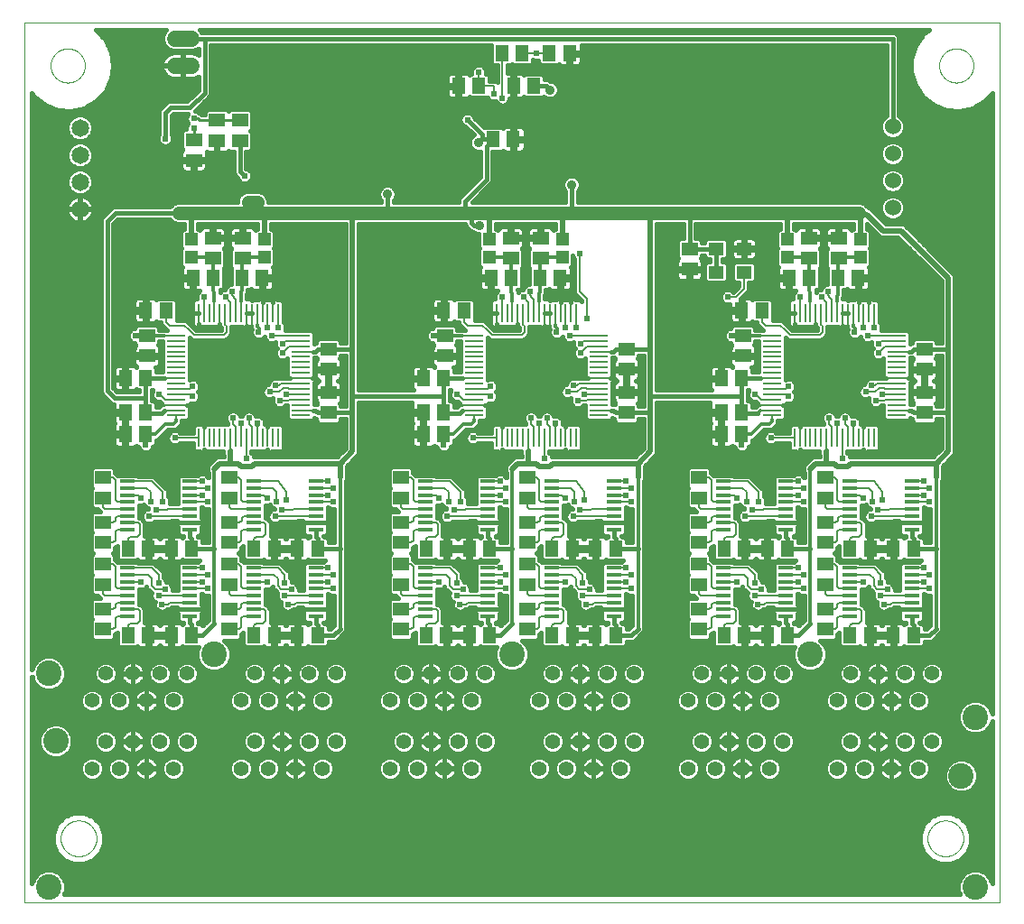
<source format=gbl>
G75*
%MOIN*%
%OFA0B0*%
%FSLAX25Y25*%
%IPPOS*%
%LPD*%
%AMOC8*
5,1,8,0,0,1.08239X$1,22.5*
%
%ADD10C,0.00000*%
%ADD11R,0.05118X0.05906*%
%ADD12R,0.05906X0.05118*%
%ADD13R,0.04724X0.04500*%
%ADD14R,0.00984X0.07000*%
%ADD15R,0.07000X0.00984*%
%ADD16R,0.05800X0.01400*%
%ADD17C,0.05543*%
%ADD18C,0.09449*%
%ADD19R,0.05512X0.04724*%
%ADD20C,0.06000*%
%ADD21C,0.06496*%
%ADD22C,0.06024*%
%ADD23C,0.01600*%
%ADD24C,0.02775*%
%ADD25C,0.02400*%
%ADD26C,0.02559*%
%ADD27C,0.00700*%
%ADD28C,0.00984*%
%ADD29C,0.01181*%
%ADD30C,0.01969*%
%ADD31C,0.01200*%
%ADD32C,0.00787*%
%ADD33C,0.01500*%
%ADD34C,0.05000*%
%ADD35C,0.03562*%
%ADD36C,0.01000*%
D10*
X0012057Y0020033D02*
X0012057Y0345033D01*
X0372057Y0345033D01*
X0372057Y0020033D01*
X0012057Y0020033D01*
X0025457Y0043533D02*
X0025459Y0043695D01*
X0025465Y0043857D01*
X0025475Y0044019D01*
X0025489Y0044180D01*
X0025507Y0044341D01*
X0025528Y0044501D01*
X0025554Y0044661D01*
X0025584Y0044821D01*
X0025617Y0044979D01*
X0025655Y0045137D01*
X0025696Y0045293D01*
X0025741Y0045449D01*
X0025790Y0045603D01*
X0025843Y0045756D01*
X0025899Y0045908D01*
X0025959Y0046059D01*
X0026023Y0046208D01*
X0026091Y0046355D01*
X0026162Y0046500D01*
X0026236Y0046644D01*
X0026314Y0046786D01*
X0026396Y0046926D01*
X0026481Y0047064D01*
X0026569Y0047200D01*
X0026661Y0047333D01*
X0026756Y0047465D01*
X0026854Y0047594D01*
X0026955Y0047720D01*
X0027059Y0047844D01*
X0027167Y0047965D01*
X0027277Y0048084D01*
X0027390Y0048200D01*
X0027506Y0048313D01*
X0027625Y0048423D01*
X0027746Y0048531D01*
X0027870Y0048635D01*
X0027996Y0048736D01*
X0028125Y0048834D01*
X0028257Y0048929D01*
X0028390Y0049021D01*
X0028526Y0049109D01*
X0028664Y0049194D01*
X0028804Y0049276D01*
X0028946Y0049354D01*
X0029090Y0049428D01*
X0029235Y0049499D01*
X0029382Y0049567D01*
X0029531Y0049631D01*
X0029682Y0049691D01*
X0029834Y0049747D01*
X0029987Y0049800D01*
X0030141Y0049849D01*
X0030297Y0049894D01*
X0030453Y0049935D01*
X0030611Y0049973D01*
X0030769Y0050006D01*
X0030929Y0050036D01*
X0031089Y0050062D01*
X0031249Y0050083D01*
X0031410Y0050101D01*
X0031571Y0050115D01*
X0031733Y0050125D01*
X0031895Y0050131D01*
X0032057Y0050133D01*
X0032219Y0050131D01*
X0032381Y0050125D01*
X0032543Y0050115D01*
X0032704Y0050101D01*
X0032865Y0050083D01*
X0033025Y0050062D01*
X0033185Y0050036D01*
X0033345Y0050006D01*
X0033503Y0049973D01*
X0033661Y0049935D01*
X0033817Y0049894D01*
X0033973Y0049849D01*
X0034127Y0049800D01*
X0034280Y0049747D01*
X0034432Y0049691D01*
X0034583Y0049631D01*
X0034732Y0049567D01*
X0034879Y0049499D01*
X0035024Y0049428D01*
X0035168Y0049354D01*
X0035310Y0049276D01*
X0035450Y0049194D01*
X0035588Y0049109D01*
X0035724Y0049021D01*
X0035857Y0048929D01*
X0035989Y0048834D01*
X0036118Y0048736D01*
X0036244Y0048635D01*
X0036368Y0048531D01*
X0036489Y0048423D01*
X0036608Y0048313D01*
X0036724Y0048200D01*
X0036837Y0048084D01*
X0036947Y0047965D01*
X0037055Y0047844D01*
X0037159Y0047720D01*
X0037260Y0047594D01*
X0037358Y0047465D01*
X0037453Y0047333D01*
X0037545Y0047200D01*
X0037633Y0047064D01*
X0037718Y0046926D01*
X0037800Y0046786D01*
X0037878Y0046644D01*
X0037952Y0046500D01*
X0038023Y0046355D01*
X0038091Y0046208D01*
X0038155Y0046059D01*
X0038215Y0045908D01*
X0038271Y0045756D01*
X0038324Y0045603D01*
X0038373Y0045449D01*
X0038418Y0045293D01*
X0038459Y0045137D01*
X0038497Y0044979D01*
X0038530Y0044821D01*
X0038560Y0044661D01*
X0038586Y0044501D01*
X0038607Y0044341D01*
X0038625Y0044180D01*
X0038639Y0044019D01*
X0038649Y0043857D01*
X0038655Y0043695D01*
X0038657Y0043533D01*
X0038655Y0043371D01*
X0038649Y0043209D01*
X0038639Y0043047D01*
X0038625Y0042886D01*
X0038607Y0042725D01*
X0038586Y0042565D01*
X0038560Y0042405D01*
X0038530Y0042245D01*
X0038497Y0042087D01*
X0038459Y0041929D01*
X0038418Y0041773D01*
X0038373Y0041617D01*
X0038324Y0041463D01*
X0038271Y0041310D01*
X0038215Y0041158D01*
X0038155Y0041007D01*
X0038091Y0040858D01*
X0038023Y0040711D01*
X0037952Y0040566D01*
X0037878Y0040422D01*
X0037800Y0040280D01*
X0037718Y0040140D01*
X0037633Y0040002D01*
X0037545Y0039866D01*
X0037453Y0039733D01*
X0037358Y0039601D01*
X0037260Y0039472D01*
X0037159Y0039346D01*
X0037055Y0039222D01*
X0036947Y0039101D01*
X0036837Y0038982D01*
X0036724Y0038866D01*
X0036608Y0038753D01*
X0036489Y0038643D01*
X0036368Y0038535D01*
X0036244Y0038431D01*
X0036118Y0038330D01*
X0035989Y0038232D01*
X0035857Y0038137D01*
X0035724Y0038045D01*
X0035588Y0037957D01*
X0035450Y0037872D01*
X0035310Y0037790D01*
X0035168Y0037712D01*
X0035024Y0037638D01*
X0034879Y0037567D01*
X0034732Y0037499D01*
X0034583Y0037435D01*
X0034432Y0037375D01*
X0034280Y0037319D01*
X0034127Y0037266D01*
X0033973Y0037217D01*
X0033817Y0037172D01*
X0033661Y0037131D01*
X0033503Y0037093D01*
X0033345Y0037060D01*
X0033185Y0037030D01*
X0033025Y0037004D01*
X0032865Y0036983D01*
X0032704Y0036965D01*
X0032543Y0036951D01*
X0032381Y0036941D01*
X0032219Y0036935D01*
X0032057Y0036933D01*
X0031895Y0036935D01*
X0031733Y0036941D01*
X0031571Y0036951D01*
X0031410Y0036965D01*
X0031249Y0036983D01*
X0031089Y0037004D01*
X0030929Y0037030D01*
X0030769Y0037060D01*
X0030611Y0037093D01*
X0030453Y0037131D01*
X0030297Y0037172D01*
X0030141Y0037217D01*
X0029987Y0037266D01*
X0029834Y0037319D01*
X0029682Y0037375D01*
X0029531Y0037435D01*
X0029382Y0037499D01*
X0029235Y0037567D01*
X0029090Y0037638D01*
X0028946Y0037712D01*
X0028804Y0037790D01*
X0028664Y0037872D01*
X0028526Y0037957D01*
X0028390Y0038045D01*
X0028257Y0038137D01*
X0028125Y0038232D01*
X0027996Y0038330D01*
X0027870Y0038431D01*
X0027746Y0038535D01*
X0027625Y0038643D01*
X0027506Y0038753D01*
X0027390Y0038866D01*
X0027277Y0038982D01*
X0027167Y0039101D01*
X0027059Y0039222D01*
X0026955Y0039346D01*
X0026854Y0039472D01*
X0026756Y0039601D01*
X0026661Y0039733D01*
X0026569Y0039866D01*
X0026481Y0040002D01*
X0026396Y0040140D01*
X0026314Y0040280D01*
X0026236Y0040422D01*
X0026162Y0040566D01*
X0026091Y0040711D01*
X0026023Y0040858D01*
X0025959Y0041007D01*
X0025899Y0041158D01*
X0025843Y0041310D01*
X0025790Y0041463D01*
X0025741Y0041617D01*
X0025696Y0041773D01*
X0025655Y0041929D01*
X0025617Y0042087D01*
X0025584Y0042245D01*
X0025554Y0042405D01*
X0025528Y0042565D01*
X0025507Y0042725D01*
X0025489Y0042886D01*
X0025475Y0043047D01*
X0025465Y0043209D01*
X0025459Y0043371D01*
X0025457Y0043533D01*
X0021758Y0329033D02*
X0021760Y0329191D01*
X0021766Y0329349D01*
X0021776Y0329507D01*
X0021790Y0329665D01*
X0021808Y0329822D01*
X0021829Y0329979D01*
X0021855Y0330135D01*
X0021885Y0330291D01*
X0021918Y0330446D01*
X0021956Y0330599D01*
X0021997Y0330752D01*
X0022042Y0330904D01*
X0022091Y0331055D01*
X0022144Y0331204D01*
X0022200Y0331352D01*
X0022260Y0331498D01*
X0022324Y0331643D01*
X0022392Y0331786D01*
X0022463Y0331928D01*
X0022537Y0332068D01*
X0022615Y0332205D01*
X0022697Y0332341D01*
X0022781Y0332475D01*
X0022870Y0332606D01*
X0022961Y0332735D01*
X0023056Y0332862D01*
X0023153Y0332987D01*
X0023254Y0333109D01*
X0023358Y0333228D01*
X0023465Y0333345D01*
X0023575Y0333459D01*
X0023688Y0333570D01*
X0023803Y0333679D01*
X0023921Y0333784D01*
X0024042Y0333886D01*
X0024165Y0333986D01*
X0024291Y0334082D01*
X0024419Y0334175D01*
X0024549Y0334265D01*
X0024682Y0334351D01*
X0024817Y0334435D01*
X0024953Y0334514D01*
X0025092Y0334591D01*
X0025233Y0334663D01*
X0025375Y0334733D01*
X0025519Y0334798D01*
X0025665Y0334860D01*
X0025812Y0334918D01*
X0025961Y0334973D01*
X0026111Y0335024D01*
X0026262Y0335071D01*
X0026414Y0335114D01*
X0026567Y0335153D01*
X0026722Y0335189D01*
X0026877Y0335220D01*
X0027033Y0335248D01*
X0027189Y0335272D01*
X0027346Y0335292D01*
X0027504Y0335308D01*
X0027661Y0335320D01*
X0027820Y0335328D01*
X0027978Y0335332D01*
X0028136Y0335332D01*
X0028294Y0335328D01*
X0028453Y0335320D01*
X0028610Y0335308D01*
X0028768Y0335292D01*
X0028925Y0335272D01*
X0029081Y0335248D01*
X0029237Y0335220D01*
X0029392Y0335189D01*
X0029547Y0335153D01*
X0029700Y0335114D01*
X0029852Y0335071D01*
X0030003Y0335024D01*
X0030153Y0334973D01*
X0030302Y0334918D01*
X0030449Y0334860D01*
X0030595Y0334798D01*
X0030739Y0334733D01*
X0030881Y0334663D01*
X0031022Y0334591D01*
X0031161Y0334514D01*
X0031297Y0334435D01*
X0031432Y0334351D01*
X0031565Y0334265D01*
X0031695Y0334175D01*
X0031823Y0334082D01*
X0031949Y0333986D01*
X0032072Y0333886D01*
X0032193Y0333784D01*
X0032311Y0333679D01*
X0032426Y0333570D01*
X0032539Y0333459D01*
X0032649Y0333345D01*
X0032756Y0333228D01*
X0032860Y0333109D01*
X0032961Y0332987D01*
X0033058Y0332862D01*
X0033153Y0332735D01*
X0033244Y0332606D01*
X0033333Y0332475D01*
X0033417Y0332341D01*
X0033499Y0332205D01*
X0033577Y0332068D01*
X0033651Y0331928D01*
X0033722Y0331786D01*
X0033790Y0331643D01*
X0033854Y0331498D01*
X0033914Y0331352D01*
X0033970Y0331204D01*
X0034023Y0331055D01*
X0034072Y0330904D01*
X0034117Y0330752D01*
X0034158Y0330599D01*
X0034196Y0330446D01*
X0034229Y0330291D01*
X0034259Y0330135D01*
X0034285Y0329979D01*
X0034306Y0329822D01*
X0034324Y0329665D01*
X0034338Y0329507D01*
X0034348Y0329349D01*
X0034354Y0329191D01*
X0034356Y0329033D01*
X0034354Y0328875D01*
X0034348Y0328717D01*
X0034338Y0328559D01*
X0034324Y0328401D01*
X0034306Y0328244D01*
X0034285Y0328087D01*
X0034259Y0327931D01*
X0034229Y0327775D01*
X0034196Y0327620D01*
X0034158Y0327467D01*
X0034117Y0327314D01*
X0034072Y0327162D01*
X0034023Y0327011D01*
X0033970Y0326862D01*
X0033914Y0326714D01*
X0033854Y0326568D01*
X0033790Y0326423D01*
X0033722Y0326280D01*
X0033651Y0326138D01*
X0033577Y0325998D01*
X0033499Y0325861D01*
X0033417Y0325725D01*
X0033333Y0325591D01*
X0033244Y0325460D01*
X0033153Y0325331D01*
X0033058Y0325204D01*
X0032961Y0325079D01*
X0032860Y0324957D01*
X0032756Y0324838D01*
X0032649Y0324721D01*
X0032539Y0324607D01*
X0032426Y0324496D01*
X0032311Y0324387D01*
X0032193Y0324282D01*
X0032072Y0324180D01*
X0031949Y0324080D01*
X0031823Y0323984D01*
X0031695Y0323891D01*
X0031565Y0323801D01*
X0031432Y0323715D01*
X0031297Y0323631D01*
X0031161Y0323552D01*
X0031022Y0323475D01*
X0030881Y0323403D01*
X0030739Y0323333D01*
X0030595Y0323268D01*
X0030449Y0323206D01*
X0030302Y0323148D01*
X0030153Y0323093D01*
X0030003Y0323042D01*
X0029852Y0322995D01*
X0029700Y0322952D01*
X0029547Y0322913D01*
X0029392Y0322877D01*
X0029237Y0322846D01*
X0029081Y0322818D01*
X0028925Y0322794D01*
X0028768Y0322774D01*
X0028610Y0322758D01*
X0028453Y0322746D01*
X0028294Y0322738D01*
X0028136Y0322734D01*
X0027978Y0322734D01*
X0027820Y0322738D01*
X0027661Y0322746D01*
X0027504Y0322758D01*
X0027346Y0322774D01*
X0027189Y0322794D01*
X0027033Y0322818D01*
X0026877Y0322846D01*
X0026722Y0322877D01*
X0026567Y0322913D01*
X0026414Y0322952D01*
X0026262Y0322995D01*
X0026111Y0323042D01*
X0025961Y0323093D01*
X0025812Y0323148D01*
X0025665Y0323206D01*
X0025519Y0323268D01*
X0025375Y0323333D01*
X0025233Y0323403D01*
X0025092Y0323475D01*
X0024953Y0323552D01*
X0024817Y0323631D01*
X0024682Y0323715D01*
X0024549Y0323801D01*
X0024419Y0323891D01*
X0024291Y0323984D01*
X0024165Y0324080D01*
X0024042Y0324180D01*
X0023921Y0324282D01*
X0023803Y0324387D01*
X0023688Y0324496D01*
X0023575Y0324607D01*
X0023465Y0324721D01*
X0023358Y0324838D01*
X0023254Y0324957D01*
X0023153Y0325079D01*
X0023056Y0325204D01*
X0022961Y0325331D01*
X0022870Y0325460D01*
X0022781Y0325591D01*
X0022697Y0325725D01*
X0022615Y0325861D01*
X0022537Y0325998D01*
X0022463Y0326138D01*
X0022392Y0326280D01*
X0022324Y0326423D01*
X0022260Y0326568D01*
X0022200Y0326714D01*
X0022144Y0326862D01*
X0022091Y0327011D01*
X0022042Y0327162D01*
X0021997Y0327314D01*
X0021956Y0327467D01*
X0021918Y0327620D01*
X0021885Y0327775D01*
X0021855Y0327931D01*
X0021829Y0328087D01*
X0021808Y0328244D01*
X0021790Y0328401D01*
X0021776Y0328559D01*
X0021766Y0328717D01*
X0021760Y0328875D01*
X0021758Y0329033D01*
X0345457Y0043533D02*
X0345459Y0043695D01*
X0345465Y0043857D01*
X0345475Y0044019D01*
X0345489Y0044180D01*
X0345507Y0044341D01*
X0345528Y0044501D01*
X0345554Y0044661D01*
X0345584Y0044821D01*
X0345617Y0044979D01*
X0345655Y0045137D01*
X0345696Y0045293D01*
X0345741Y0045449D01*
X0345790Y0045603D01*
X0345843Y0045756D01*
X0345899Y0045908D01*
X0345959Y0046059D01*
X0346023Y0046208D01*
X0346091Y0046355D01*
X0346162Y0046500D01*
X0346236Y0046644D01*
X0346314Y0046786D01*
X0346396Y0046926D01*
X0346481Y0047064D01*
X0346569Y0047200D01*
X0346661Y0047333D01*
X0346756Y0047465D01*
X0346854Y0047594D01*
X0346955Y0047720D01*
X0347059Y0047844D01*
X0347167Y0047965D01*
X0347277Y0048084D01*
X0347390Y0048200D01*
X0347506Y0048313D01*
X0347625Y0048423D01*
X0347746Y0048531D01*
X0347870Y0048635D01*
X0347996Y0048736D01*
X0348125Y0048834D01*
X0348257Y0048929D01*
X0348390Y0049021D01*
X0348526Y0049109D01*
X0348664Y0049194D01*
X0348804Y0049276D01*
X0348946Y0049354D01*
X0349090Y0049428D01*
X0349235Y0049499D01*
X0349382Y0049567D01*
X0349531Y0049631D01*
X0349682Y0049691D01*
X0349834Y0049747D01*
X0349987Y0049800D01*
X0350141Y0049849D01*
X0350297Y0049894D01*
X0350453Y0049935D01*
X0350611Y0049973D01*
X0350769Y0050006D01*
X0350929Y0050036D01*
X0351089Y0050062D01*
X0351249Y0050083D01*
X0351410Y0050101D01*
X0351571Y0050115D01*
X0351733Y0050125D01*
X0351895Y0050131D01*
X0352057Y0050133D01*
X0352219Y0050131D01*
X0352381Y0050125D01*
X0352543Y0050115D01*
X0352704Y0050101D01*
X0352865Y0050083D01*
X0353025Y0050062D01*
X0353185Y0050036D01*
X0353345Y0050006D01*
X0353503Y0049973D01*
X0353661Y0049935D01*
X0353817Y0049894D01*
X0353973Y0049849D01*
X0354127Y0049800D01*
X0354280Y0049747D01*
X0354432Y0049691D01*
X0354583Y0049631D01*
X0354732Y0049567D01*
X0354879Y0049499D01*
X0355024Y0049428D01*
X0355168Y0049354D01*
X0355310Y0049276D01*
X0355450Y0049194D01*
X0355588Y0049109D01*
X0355724Y0049021D01*
X0355857Y0048929D01*
X0355989Y0048834D01*
X0356118Y0048736D01*
X0356244Y0048635D01*
X0356368Y0048531D01*
X0356489Y0048423D01*
X0356608Y0048313D01*
X0356724Y0048200D01*
X0356837Y0048084D01*
X0356947Y0047965D01*
X0357055Y0047844D01*
X0357159Y0047720D01*
X0357260Y0047594D01*
X0357358Y0047465D01*
X0357453Y0047333D01*
X0357545Y0047200D01*
X0357633Y0047064D01*
X0357718Y0046926D01*
X0357800Y0046786D01*
X0357878Y0046644D01*
X0357952Y0046500D01*
X0358023Y0046355D01*
X0358091Y0046208D01*
X0358155Y0046059D01*
X0358215Y0045908D01*
X0358271Y0045756D01*
X0358324Y0045603D01*
X0358373Y0045449D01*
X0358418Y0045293D01*
X0358459Y0045137D01*
X0358497Y0044979D01*
X0358530Y0044821D01*
X0358560Y0044661D01*
X0358586Y0044501D01*
X0358607Y0044341D01*
X0358625Y0044180D01*
X0358639Y0044019D01*
X0358649Y0043857D01*
X0358655Y0043695D01*
X0358657Y0043533D01*
X0358655Y0043371D01*
X0358649Y0043209D01*
X0358639Y0043047D01*
X0358625Y0042886D01*
X0358607Y0042725D01*
X0358586Y0042565D01*
X0358560Y0042405D01*
X0358530Y0042245D01*
X0358497Y0042087D01*
X0358459Y0041929D01*
X0358418Y0041773D01*
X0358373Y0041617D01*
X0358324Y0041463D01*
X0358271Y0041310D01*
X0358215Y0041158D01*
X0358155Y0041007D01*
X0358091Y0040858D01*
X0358023Y0040711D01*
X0357952Y0040566D01*
X0357878Y0040422D01*
X0357800Y0040280D01*
X0357718Y0040140D01*
X0357633Y0040002D01*
X0357545Y0039866D01*
X0357453Y0039733D01*
X0357358Y0039601D01*
X0357260Y0039472D01*
X0357159Y0039346D01*
X0357055Y0039222D01*
X0356947Y0039101D01*
X0356837Y0038982D01*
X0356724Y0038866D01*
X0356608Y0038753D01*
X0356489Y0038643D01*
X0356368Y0038535D01*
X0356244Y0038431D01*
X0356118Y0038330D01*
X0355989Y0038232D01*
X0355857Y0038137D01*
X0355724Y0038045D01*
X0355588Y0037957D01*
X0355450Y0037872D01*
X0355310Y0037790D01*
X0355168Y0037712D01*
X0355024Y0037638D01*
X0354879Y0037567D01*
X0354732Y0037499D01*
X0354583Y0037435D01*
X0354432Y0037375D01*
X0354280Y0037319D01*
X0354127Y0037266D01*
X0353973Y0037217D01*
X0353817Y0037172D01*
X0353661Y0037131D01*
X0353503Y0037093D01*
X0353345Y0037060D01*
X0353185Y0037030D01*
X0353025Y0037004D01*
X0352865Y0036983D01*
X0352704Y0036965D01*
X0352543Y0036951D01*
X0352381Y0036941D01*
X0352219Y0036935D01*
X0352057Y0036933D01*
X0351895Y0036935D01*
X0351733Y0036941D01*
X0351571Y0036951D01*
X0351410Y0036965D01*
X0351249Y0036983D01*
X0351089Y0037004D01*
X0350929Y0037030D01*
X0350769Y0037060D01*
X0350611Y0037093D01*
X0350453Y0037131D01*
X0350297Y0037172D01*
X0350141Y0037217D01*
X0349987Y0037266D01*
X0349834Y0037319D01*
X0349682Y0037375D01*
X0349531Y0037435D01*
X0349382Y0037499D01*
X0349235Y0037567D01*
X0349090Y0037638D01*
X0348946Y0037712D01*
X0348804Y0037790D01*
X0348664Y0037872D01*
X0348526Y0037957D01*
X0348390Y0038045D01*
X0348257Y0038137D01*
X0348125Y0038232D01*
X0347996Y0038330D01*
X0347870Y0038431D01*
X0347746Y0038535D01*
X0347625Y0038643D01*
X0347506Y0038753D01*
X0347390Y0038866D01*
X0347277Y0038982D01*
X0347167Y0039101D01*
X0347059Y0039222D01*
X0346955Y0039346D01*
X0346854Y0039472D01*
X0346756Y0039601D01*
X0346661Y0039733D01*
X0346569Y0039866D01*
X0346481Y0040002D01*
X0346396Y0040140D01*
X0346314Y0040280D01*
X0346236Y0040422D01*
X0346162Y0040566D01*
X0346091Y0040711D01*
X0346023Y0040858D01*
X0345959Y0041007D01*
X0345899Y0041158D01*
X0345843Y0041310D01*
X0345790Y0041463D01*
X0345741Y0041617D01*
X0345696Y0041773D01*
X0345655Y0041929D01*
X0345617Y0042087D01*
X0345584Y0042245D01*
X0345554Y0042405D01*
X0345528Y0042565D01*
X0345507Y0042725D01*
X0345489Y0042886D01*
X0345475Y0043047D01*
X0345465Y0043209D01*
X0345459Y0043371D01*
X0345457Y0043533D01*
X0349758Y0329033D02*
X0349760Y0329191D01*
X0349766Y0329349D01*
X0349776Y0329507D01*
X0349790Y0329665D01*
X0349808Y0329822D01*
X0349829Y0329979D01*
X0349855Y0330135D01*
X0349885Y0330291D01*
X0349918Y0330446D01*
X0349956Y0330599D01*
X0349997Y0330752D01*
X0350042Y0330904D01*
X0350091Y0331055D01*
X0350144Y0331204D01*
X0350200Y0331352D01*
X0350260Y0331498D01*
X0350324Y0331643D01*
X0350392Y0331786D01*
X0350463Y0331928D01*
X0350537Y0332068D01*
X0350615Y0332205D01*
X0350697Y0332341D01*
X0350781Y0332475D01*
X0350870Y0332606D01*
X0350961Y0332735D01*
X0351056Y0332862D01*
X0351153Y0332987D01*
X0351254Y0333109D01*
X0351358Y0333228D01*
X0351465Y0333345D01*
X0351575Y0333459D01*
X0351688Y0333570D01*
X0351803Y0333679D01*
X0351921Y0333784D01*
X0352042Y0333886D01*
X0352165Y0333986D01*
X0352291Y0334082D01*
X0352419Y0334175D01*
X0352549Y0334265D01*
X0352682Y0334351D01*
X0352817Y0334435D01*
X0352953Y0334514D01*
X0353092Y0334591D01*
X0353233Y0334663D01*
X0353375Y0334733D01*
X0353519Y0334798D01*
X0353665Y0334860D01*
X0353812Y0334918D01*
X0353961Y0334973D01*
X0354111Y0335024D01*
X0354262Y0335071D01*
X0354414Y0335114D01*
X0354567Y0335153D01*
X0354722Y0335189D01*
X0354877Y0335220D01*
X0355033Y0335248D01*
X0355189Y0335272D01*
X0355346Y0335292D01*
X0355504Y0335308D01*
X0355661Y0335320D01*
X0355820Y0335328D01*
X0355978Y0335332D01*
X0356136Y0335332D01*
X0356294Y0335328D01*
X0356453Y0335320D01*
X0356610Y0335308D01*
X0356768Y0335292D01*
X0356925Y0335272D01*
X0357081Y0335248D01*
X0357237Y0335220D01*
X0357392Y0335189D01*
X0357547Y0335153D01*
X0357700Y0335114D01*
X0357852Y0335071D01*
X0358003Y0335024D01*
X0358153Y0334973D01*
X0358302Y0334918D01*
X0358449Y0334860D01*
X0358595Y0334798D01*
X0358739Y0334733D01*
X0358881Y0334663D01*
X0359022Y0334591D01*
X0359161Y0334514D01*
X0359297Y0334435D01*
X0359432Y0334351D01*
X0359565Y0334265D01*
X0359695Y0334175D01*
X0359823Y0334082D01*
X0359949Y0333986D01*
X0360072Y0333886D01*
X0360193Y0333784D01*
X0360311Y0333679D01*
X0360426Y0333570D01*
X0360539Y0333459D01*
X0360649Y0333345D01*
X0360756Y0333228D01*
X0360860Y0333109D01*
X0360961Y0332987D01*
X0361058Y0332862D01*
X0361153Y0332735D01*
X0361244Y0332606D01*
X0361333Y0332475D01*
X0361417Y0332341D01*
X0361499Y0332205D01*
X0361577Y0332068D01*
X0361651Y0331928D01*
X0361722Y0331786D01*
X0361790Y0331643D01*
X0361854Y0331498D01*
X0361914Y0331352D01*
X0361970Y0331204D01*
X0362023Y0331055D01*
X0362072Y0330904D01*
X0362117Y0330752D01*
X0362158Y0330599D01*
X0362196Y0330446D01*
X0362229Y0330291D01*
X0362259Y0330135D01*
X0362285Y0329979D01*
X0362306Y0329822D01*
X0362324Y0329665D01*
X0362338Y0329507D01*
X0362348Y0329349D01*
X0362354Y0329191D01*
X0362356Y0329033D01*
X0362354Y0328875D01*
X0362348Y0328717D01*
X0362338Y0328559D01*
X0362324Y0328401D01*
X0362306Y0328244D01*
X0362285Y0328087D01*
X0362259Y0327931D01*
X0362229Y0327775D01*
X0362196Y0327620D01*
X0362158Y0327467D01*
X0362117Y0327314D01*
X0362072Y0327162D01*
X0362023Y0327011D01*
X0361970Y0326862D01*
X0361914Y0326714D01*
X0361854Y0326568D01*
X0361790Y0326423D01*
X0361722Y0326280D01*
X0361651Y0326138D01*
X0361577Y0325998D01*
X0361499Y0325861D01*
X0361417Y0325725D01*
X0361333Y0325591D01*
X0361244Y0325460D01*
X0361153Y0325331D01*
X0361058Y0325204D01*
X0360961Y0325079D01*
X0360860Y0324957D01*
X0360756Y0324838D01*
X0360649Y0324721D01*
X0360539Y0324607D01*
X0360426Y0324496D01*
X0360311Y0324387D01*
X0360193Y0324282D01*
X0360072Y0324180D01*
X0359949Y0324080D01*
X0359823Y0323984D01*
X0359695Y0323891D01*
X0359565Y0323801D01*
X0359432Y0323715D01*
X0359297Y0323631D01*
X0359161Y0323552D01*
X0359022Y0323475D01*
X0358881Y0323403D01*
X0358739Y0323333D01*
X0358595Y0323268D01*
X0358449Y0323206D01*
X0358302Y0323148D01*
X0358153Y0323093D01*
X0358003Y0323042D01*
X0357852Y0322995D01*
X0357700Y0322952D01*
X0357547Y0322913D01*
X0357392Y0322877D01*
X0357237Y0322846D01*
X0357081Y0322818D01*
X0356925Y0322794D01*
X0356768Y0322774D01*
X0356610Y0322758D01*
X0356453Y0322746D01*
X0356294Y0322738D01*
X0356136Y0322734D01*
X0355978Y0322734D01*
X0355820Y0322738D01*
X0355661Y0322746D01*
X0355504Y0322758D01*
X0355346Y0322774D01*
X0355189Y0322794D01*
X0355033Y0322818D01*
X0354877Y0322846D01*
X0354722Y0322877D01*
X0354567Y0322913D01*
X0354414Y0322952D01*
X0354262Y0322995D01*
X0354111Y0323042D01*
X0353961Y0323093D01*
X0353812Y0323148D01*
X0353665Y0323206D01*
X0353519Y0323268D01*
X0353375Y0323333D01*
X0353233Y0323403D01*
X0353092Y0323475D01*
X0352953Y0323552D01*
X0352817Y0323631D01*
X0352682Y0323715D01*
X0352549Y0323801D01*
X0352419Y0323891D01*
X0352291Y0323984D01*
X0352165Y0324080D01*
X0352042Y0324180D01*
X0351921Y0324282D01*
X0351803Y0324387D01*
X0351688Y0324496D01*
X0351575Y0324607D01*
X0351465Y0324721D01*
X0351358Y0324838D01*
X0351254Y0324957D01*
X0351153Y0325079D01*
X0351056Y0325204D01*
X0350961Y0325331D01*
X0350870Y0325460D01*
X0350781Y0325591D01*
X0350697Y0325725D01*
X0350615Y0325861D01*
X0350537Y0325998D01*
X0350463Y0326138D01*
X0350392Y0326280D01*
X0350324Y0326423D01*
X0350260Y0326568D01*
X0350200Y0326714D01*
X0350144Y0326862D01*
X0350091Y0327011D01*
X0350042Y0327162D01*
X0349997Y0327314D01*
X0349956Y0327467D01*
X0349918Y0327620D01*
X0349885Y0327775D01*
X0349855Y0327931D01*
X0349829Y0328087D01*
X0349808Y0328244D01*
X0349790Y0328401D01*
X0349776Y0328559D01*
X0349766Y0328717D01*
X0349760Y0328875D01*
X0349758Y0329033D01*
D11*
X0319797Y0250533D03*
X0312317Y0250533D03*
X0301797Y0250533D03*
X0294317Y0250533D03*
X0284297Y0238533D03*
X0276817Y0238533D03*
X0276797Y0213533D03*
X0269317Y0213533D03*
X0269317Y0200783D03*
X0276797Y0200783D03*
X0276797Y0192783D03*
X0269317Y0192783D03*
X0270317Y0150533D03*
X0277797Y0150533D03*
X0286317Y0150533D03*
X0293797Y0150533D03*
X0316817Y0150533D03*
X0324297Y0150533D03*
X0332817Y0150533D03*
X0340297Y0150533D03*
X0340297Y0118533D03*
X0332817Y0118533D03*
X0324297Y0118533D03*
X0316817Y0118533D03*
X0293797Y0118533D03*
X0286317Y0118533D03*
X0277797Y0118533D03*
X0270317Y0118533D03*
X0230297Y0118533D03*
X0222817Y0118533D03*
X0214297Y0118533D03*
X0206817Y0118533D03*
X0183797Y0118533D03*
X0176317Y0118533D03*
X0167797Y0118533D03*
X0160317Y0118533D03*
X0160317Y0150533D03*
X0167797Y0150533D03*
X0176317Y0150533D03*
X0183797Y0150533D03*
X0206817Y0150533D03*
X0214297Y0150533D03*
X0222817Y0150533D03*
X0230297Y0150533D03*
X0166797Y0192783D03*
X0159317Y0192783D03*
X0159317Y0200783D03*
X0166797Y0200783D03*
X0166797Y0213533D03*
X0159317Y0213533D03*
X0166817Y0238533D03*
X0174297Y0238533D03*
X0184317Y0250533D03*
X0191797Y0250533D03*
X0202317Y0250533D03*
X0209797Y0250533D03*
X0192547Y0301783D03*
X0185067Y0301783D03*
X0179797Y0321533D03*
X0172317Y0321533D03*
X0188317Y0333533D03*
X0195797Y0333533D03*
X0205817Y0333533D03*
X0213297Y0333533D03*
X0200047Y0321533D03*
X0192567Y0321533D03*
X0099797Y0250533D03*
X0092317Y0250533D03*
X0081797Y0250533D03*
X0074317Y0250533D03*
X0064297Y0238533D03*
X0056817Y0238533D03*
X0056797Y0213533D03*
X0049317Y0213533D03*
X0049317Y0200783D03*
X0056797Y0200783D03*
X0056797Y0192783D03*
X0049317Y0192783D03*
X0050317Y0150533D03*
X0057797Y0150533D03*
X0066317Y0150533D03*
X0073797Y0150533D03*
X0096817Y0150533D03*
X0104297Y0150533D03*
X0112817Y0150533D03*
X0120297Y0150533D03*
X0120297Y0118533D03*
X0112817Y0118533D03*
X0104297Y0118533D03*
X0096817Y0118533D03*
X0073797Y0118533D03*
X0066317Y0118533D03*
X0057797Y0118533D03*
X0050317Y0118533D03*
D12*
X0041057Y0120793D03*
X0041057Y0128274D03*
X0041057Y0137293D03*
X0041057Y0144774D03*
X0041057Y0152793D03*
X0041057Y0160274D03*
X0041057Y0169293D03*
X0041057Y0176774D03*
X0087557Y0176774D03*
X0087557Y0169293D03*
X0087557Y0160274D03*
X0087557Y0152793D03*
X0087557Y0144774D03*
X0087557Y0137293D03*
X0087557Y0128274D03*
X0087557Y0120793D03*
X0151057Y0120793D03*
X0151057Y0128274D03*
X0151057Y0137293D03*
X0151057Y0144774D03*
X0151057Y0152793D03*
X0151057Y0160274D03*
X0151057Y0169293D03*
X0151057Y0176774D03*
X0124307Y0200793D03*
X0124307Y0208274D03*
X0124307Y0216793D03*
X0124307Y0224274D03*
X0092557Y0257793D03*
X0092557Y0265274D03*
X0081557Y0265274D03*
X0081557Y0257793D03*
X0057307Y0229274D03*
X0057307Y0221793D03*
X0074557Y0294043D03*
X0074557Y0301524D03*
X0083057Y0301293D03*
X0083057Y0308774D03*
X0091557Y0308774D03*
X0091557Y0301293D03*
X0167307Y0229274D03*
X0167307Y0221793D03*
X0191557Y0257793D03*
X0191557Y0265274D03*
X0202557Y0265274D03*
X0202557Y0257793D03*
X0234307Y0224274D03*
X0234307Y0216793D03*
X0234307Y0208274D03*
X0234307Y0200793D03*
X0261057Y0176774D03*
X0261057Y0169293D03*
X0261057Y0160274D03*
X0261057Y0152793D03*
X0261057Y0144774D03*
X0261057Y0137293D03*
X0261057Y0128274D03*
X0261057Y0120793D03*
X0307557Y0120793D03*
X0307557Y0128274D03*
X0307557Y0137293D03*
X0307557Y0144774D03*
X0307557Y0152793D03*
X0307557Y0160274D03*
X0307557Y0169293D03*
X0307557Y0176774D03*
X0344307Y0200793D03*
X0344307Y0208274D03*
X0344307Y0216793D03*
X0344307Y0224274D03*
X0312557Y0257793D03*
X0312557Y0265274D03*
X0301557Y0265274D03*
X0301557Y0257793D03*
X0277307Y0229274D03*
X0277307Y0221793D03*
X0257557Y0253793D03*
X0257557Y0261274D03*
X0197557Y0176774D03*
X0197557Y0169293D03*
X0197557Y0160274D03*
X0197557Y0152793D03*
X0197557Y0144774D03*
X0197557Y0137293D03*
X0197557Y0128274D03*
X0197557Y0120793D03*
D13*
X0210557Y0258236D03*
X0210557Y0264831D03*
X0183557Y0264831D03*
X0183557Y0258236D03*
X0100557Y0258236D03*
X0100557Y0264831D03*
X0073557Y0264831D03*
X0073557Y0258236D03*
X0293557Y0258236D03*
X0293557Y0264831D03*
X0320557Y0264831D03*
X0320557Y0258236D03*
D14*
X0319915Y0237581D03*
X0317947Y0237581D03*
X0315978Y0237581D03*
X0314010Y0237581D03*
X0312041Y0237581D03*
X0310073Y0237581D03*
X0308104Y0237581D03*
X0306136Y0237581D03*
X0304167Y0237581D03*
X0302199Y0237581D03*
X0300230Y0237581D03*
X0298262Y0237581D03*
X0296293Y0237581D03*
X0321884Y0237581D03*
X0323852Y0237581D03*
X0325821Y0237581D03*
X0325821Y0191486D03*
X0323852Y0191486D03*
X0321884Y0191486D03*
X0319915Y0191486D03*
X0317947Y0191486D03*
X0315978Y0191486D03*
X0314010Y0191486D03*
X0312041Y0191486D03*
X0310073Y0191486D03*
X0308104Y0191486D03*
X0306136Y0191486D03*
X0304167Y0191486D03*
X0302199Y0191486D03*
X0300230Y0191486D03*
X0298262Y0191486D03*
X0296293Y0191486D03*
X0215821Y0191486D03*
X0213852Y0191486D03*
X0211884Y0191486D03*
X0209915Y0191486D03*
X0207947Y0191486D03*
X0205978Y0191486D03*
X0204010Y0191486D03*
X0202041Y0191486D03*
X0200073Y0191486D03*
X0198104Y0191486D03*
X0196136Y0191486D03*
X0194167Y0191486D03*
X0192199Y0191486D03*
X0190230Y0191486D03*
X0188262Y0191486D03*
X0186293Y0191486D03*
X0186293Y0237581D03*
X0188262Y0237581D03*
X0190230Y0237581D03*
X0192199Y0237581D03*
X0194167Y0237581D03*
X0196136Y0237581D03*
X0198104Y0237581D03*
X0200073Y0237581D03*
X0202041Y0237581D03*
X0204010Y0237581D03*
X0205978Y0237581D03*
X0207947Y0237581D03*
X0209915Y0237581D03*
X0211884Y0237581D03*
X0213852Y0237581D03*
X0215821Y0237581D03*
X0105821Y0237581D03*
X0103852Y0237581D03*
X0101884Y0237581D03*
X0099915Y0237581D03*
X0097947Y0237581D03*
X0095978Y0237581D03*
X0094010Y0237581D03*
X0092041Y0237581D03*
X0090073Y0237581D03*
X0088104Y0237581D03*
X0086136Y0237581D03*
X0084167Y0237581D03*
X0082199Y0237581D03*
X0080230Y0237581D03*
X0078262Y0237581D03*
X0076293Y0237581D03*
X0076293Y0191486D03*
X0078262Y0191486D03*
X0080230Y0191486D03*
X0082199Y0191486D03*
X0084167Y0191486D03*
X0086136Y0191486D03*
X0088104Y0191486D03*
X0090073Y0191486D03*
X0092041Y0191486D03*
X0094010Y0191486D03*
X0095978Y0191486D03*
X0097947Y0191486D03*
X0099915Y0191486D03*
X0101884Y0191486D03*
X0103852Y0191486D03*
X0105821Y0191486D03*
D15*
X0114104Y0199770D03*
X0114104Y0201738D03*
X0114104Y0203707D03*
X0114104Y0205675D03*
X0114104Y0207644D03*
X0114104Y0209612D03*
X0114104Y0211581D03*
X0114104Y0213549D03*
X0114104Y0215518D03*
X0114104Y0217486D03*
X0114104Y0219455D03*
X0114104Y0221423D03*
X0114104Y0223392D03*
X0114104Y0225360D03*
X0114104Y0227329D03*
X0114104Y0229297D03*
X0068010Y0229297D03*
X0068010Y0227329D03*
X0068010Y0225360D03*
X0068010Y0223392D03*
X0068010Y0221423D03*
X0068010Y0219455D03*
X0068010Y0217486D03*
X0068010Y0215518D03*
X0068010Y0213549D03*
X0068010Y0211581D03*
X0068010Y0209612D03*
X0068010Y0207644D03*
X0068010Y0205675D03*
X0068010Y0203707D03*
X0068010Y0201738D03*
X0068010Y0199770D03*
X0178010Y0199770D03*
X0178010Y0201738D03*
X0178010Y0203707D03*
X0178010Y0205675D03*
X0178010Y0207644D03*
X0178010Y0209612D03*
X0178010Y0211581D03*
X0178010Y0213549D03*
X0178010Y0215518D03*
X0178010Y0217486D03*
X0178010Y0219455D03*
X0178010Y0221423D03*
X0178010Y0223392D03*
X0178010Y0225360D03*
X0178010Y0227329D03*
X0178010Y0229297D03*
X0224104Y0229297D03*
X0224104Y0227329D03*
X0224104Y0225360D03*
X0224104Y0223392D03*
X0224104Y0221423D03*
X0224104Y0219455D03*
X0224104Y0217486D03*
X0224104Y0215518D03*
X0224104Y0213549D03*
X0224104Y0211581D03*
X0224104Y0209612D03*
X0224104Y0207644D03*
X0224104Y0205675D03*
X0224104Y0203707D03*
X0224104Y0201738D03*
X0224104Y0199770D03*
X0288010Y0199770D03*
X0288010Y0201738D03*
X0288010Y0203707D03*
X0288010Y0205675D03*
X0288010Y0207644D03*
X0288010Y0209612D03*
X0288010Y0211581D03*
X0288010Y0213549D03*
X0288010Y0215518D03*
X0288010Y0217486D03*
X0288010Y0219455D03*
X0288010Y0221423D03*
X0288010Y0223392D03*
X0288010Y0225360D03*
X0288010Y0227329D03*
X0288010Y0229297D03*
X0334104Y0229297D03*
X0334104Y0227329D03*
X0334104Y0225360D03*
X0334104Y0223392D03*
X0334104Y0221423D03*
X0334104Y0219455D03*
X0334104Y0217486D03*
X0334104Y0215518D03*
X0334104Y0213549D03*
X0334104Y0211581D03*
X0334104Y0209612D03*
X0334104Y0207644D03*
X0334104Y0205675D03*
X0334104Y0203707D03*
X0334104Y0201738D03*
X0334104Y0199770D03*
D16*
X0339557Y0175533D03*
X0339557Y0172933D03*
X0339557Y0170333D03*
X0339557Y0167833D03*
X0339557Y0165233D03*
X0339557Y0162733D03*
X0339557Y0160133D03*
X0339557Y0157533D03*
X0339557Y0143533D03*
X0339557Y0140933D03*
X0339557Y0138333D03*
X0339557Y0135833D03*
X0339557Y0133233D03*
X0339557Y0130733D03*
X0339557Y0128133D03*
X0339557Y0125533D03*
X0316557Y0125533D03*
X0316557Y0128133D03*
X0316557Y0130733D03*
X0316557Y0133233D03*
X0316557Y0135833D03*
X0316557Y0138333D03*
X0316557Y0140933D03*
X0316557Y0143533D03*
X0316557Y0157533D03*
X0316557Y0160133D03*
X0316557Y0162733D03*
X0316557Y0165233D03*
X0316557Y0167833D03*
X0316557Y0170333D03*
X0316557Y0172933D03*
X0316557Y0175533D03*
X0293057Y0175533D03*
X0293057Y0172933D03*
X0293057Y0170333D03*
X0293057Y0167833D03*
X0293057Y0165233D03*
X0293057Y0162733D03*
X0293057Y0160133D03*
X0293057Y0157533D03*
X0293057Y0143533D03*
X0293057Y0140933D03*
X0293057Y0138333D03*
X0293057Y0135833D03*
X0293057Y0133233D03*
X0293057Y0130733D03*
X0293057Y0128133D03*
X0293057Y0125533D03*
X0270057Y0125533D03*
X0270057Y0128133D03*
X0270057Y0130733D03*
X0270057Y0133233D03*
X0270057Y0135833D03*
X0270057Y0138333D03*
X0270057Y0140933D03*
X0270057Y0143533D03*
X0270057Y0157533D03*
X0270057Y0160133D03*
X0270057Y0162733D03*
X0270057Y0165233D03*
X0270057Y0167833D03*
X0270057Y0170333D03*
X0270057Y0172933D03*
X0270057Y0175533D03*
X0229557Y0175533D03*
X0229557Y0172933D03*
X0229557Y0170333D03*
X0229557Y0167833D03*
X0229557Y0165233D03*
X0229557Y0162733D03*
X0229557Y0160133D03*
X0229557Y0157533D03*
X0229557Y0143533D03*
X0229557Y0140933D03*
X0229557Y0138333D03*
X0229557Y0135833D03*
X0229557Y0133233D03*
X0229557Y0130733D03*
X0229557Y0128133D03*
X0229557Y0125533D03*
X0206557Y0125533D03*
X0206557Y0128133D03*
X0206557Y0130733D03*
X0206557Y0133233D03*
X0206557Y0135833D03*
X0206557Y0138333D03*
X0206557Y0140933D03*
X0206557Y0143533D03*
X0206557Y0157533D03*
X0206557Y0160133D03*
X0206557Y0162733D03*
X0206557Y0165233D03*
X0206557Y0167833D03*
X0206557Y0170333D03*
X0206557Y0172933D03*
X0206557Y0175533D03*
X0183057Y0175533D03*
X0183057Y0172933D03*
X0183057Y0170333D03*
X0183057Y0167833D03*
X0183057Y0165233D03*
X0183057Y0162733D03*
X0183057Y0160133D03*
X0183057Y0157533D03*
X0183057Y0143533D03*
X0183057Y0140933D03*
X0183057Y0138333D03*
X0183057Y0135833D03*
X0183057Y0133233D03*
X0183057Y0130733D03*
X0183057Y0128133D03*
X0183057Y0125533D03*
X0160057Y0125533D03*
X0160057Y0128133D03*
X0160057Y0130733D03*
X0160057Y0133233D03*
X0160057Y0135833D03*
X0160057Y0138333D03*
X0160057Y0140933D03*
X0160057Y0143533D03*
X0160057Y0157533D03*
X0160057Y0160133D03*
X0160057Y0162733D03*
X0160057Y0165233D03*
X0160057Y0167833D03*
X0160057Y0170333D03*
X0160057Y0172933D03*
X0160057Y0175533D03*
X0119557Y0175533D03*
X0119557Y0172933D03*
X0119557Y0170333D03*
X0119557Y0167833D03*
X0119557Y0165233D03*
X0119557Y0162733D03*
X0119557Y0160133D03*
X0119557Y0157533D03*
X0119557Y0143533D03*
X0119557Y0140933D03*
X0119557Y0138333D03*
X0119557Y0135833D03*
X0119557Y0133233D03*
X0119557Y0130733D03*
X0119557Y0128133D03*
X0119557Y0125533D03*
X0096557Y0125533D03*
X0096557Y0128133D03*
X0096557Y0130733D03*
X0096557Y0133233D03*
X0096557Y0135833D03*
X0096557Y0138333D03*
X0096557Y0140933D03*
X0096557Y0143533D03*
X0096557Y0157533D03*
X0096557Y0160133D03*
X0096557Y0162733D03*
X0096557Y0165233D03*
X0096557Y0167833D03*
X0096557Y0170333D03*
X0096557Y0172933D03*
X0096557Y0175533D03*
X0073057Y0175533D03*
X0073057Y0172933D03*
X0073057Y0170333D03*
X0073057Y0167833D03*
X0073057Y0165233D03*
X0073057Y0162733D03*
X0073057Y0160133D03*
X0073057Y0157533D03*
X0073057Y0143533D03*
X0073057Y0140933D03*
X0073057Y0138333D03*
X0073057Y0135833D03*
X0073057Y0133233D03*
X0073057Y0130733D03*
X0073057Y0128133D03*
X0073057Y0125533D03*
X0050057Y0125533D03*
X0050057Y0128133D03*
X0050057Y0130733D03*
X0050057Y0133233D03*
X0050057Y0135833D03*
X0050057Y0138333D03*
X0050057Y0140933D03*
X0050057Y0143533D03*
X0050057Y0157533D03*
X0050057Y0160133D03*
X0050057Y0162733D03*
X0050057Y0165233D03*
X0050057Y0167833D03*
X0050057Y0170333D03*
X0050057Y0172933D03*
X0050057Y0175533D03*
D17*
X0052057Y0104433D03*
X0062057Y0104433D03*
X0072057Y0104433D03*
X0067057Y0094433D03*
X0057057Y0094433D03*
X0047057Y0094433D03*
X0037057Y0094433D03*
X0042057Y0104433D03*
X0042057Y0079333D03*
X0052057Y0079333D03*
X0062057Y0079333D03*
X0072057Y0079333D03*
X0067057Y0069333D03*
X0057057Y0069333D03*
X0047057Y0069333D03*
X0037057Y0069333D03*
X0092057Y0069333D03*
X0102057Y0069333D03*
X0112057Y0069333D03*
X0122057Y0069333D03*
X0127057Y0079333D03*
X0117057Y0079333D03*
X0107057Y0079333D03*
X0097057Y0079333D03*
X0102057Y0094433D03*
X0092057Y0094433D03*
X0097057Y0104433D03*
X0107057Y0104433D03*
X0117057Y0104433D03*
X0127057Y0104433D03*
X0122057Y0094433D03*
X0112057Y0094433D03*
X0147057Y0094433D03*
X0157057Y0094433D03*
X0167057Y0094433D03*
X0177057Y0094433D03*
X0182057Y0104433D03*
X0172057Y0104433D03*
X0162057Y0104433D03*
X0152057Y0104433D03*
X0152057Y0079333D03*
X0162057Y0079333D03*
X0172057Y0079333D03*
X0182057Y0079333D03*
X0177057Y0069333D03*
X0167057Y0069333D03*
X0157057Y0069333D03*
X0147057Y0069333D03*
X0202057Y0069333D03*
X0212057Y0069333D03*
X0222057Y0069333D03*
X0232057Y0069333D03*
X0237057Y0079333D03*
X0227057Y0079333D03*
X0217057Y0079333D03*
X0207057Y0079333D03*
X0212057Y0094433D03*
X0202057Y0094433D03*
X0207057Y0104433D03*
X0217057Y0104433D03*
X0227057Y0104433D03*
X0237057Y0104433D03*
X0232057Y0094433D03*
X0222057Y0094433D03*
X0257057Y0094433D03*
X0267057Y0094433D03*
X0277057Y0094433D03*
X0287057Y0094433D03*
X0292057Y0104433D03*
X0282057Y0104433D03*
X0272057Y0104433D03*
X0262057Y0104433D03*
X0262057Y0079333D03*
X0272057Y0079333D03*
X0282057Y0079333D03*
X0292057Y0079333D03*
X0287057Y0069333D03*
X0277057Y0069333D03*
X0267057Y0069333D03*
X0257057Y0069333D03*
X0312057Y0069333D03*
X0322057Y0069333D03*
X0332057Y0069333D03*
X0342057Y0069333D03*
X0347057Y0079333D03*
X0337057Y0079333D03*
X0327057Y0079333D03*
X0317057Y0079333D03*
X0322057Y0094433D03*
X0332057Y0094433D03*
X0342057Y0094433D03*
X0347057Y0104433D03*
X0337057Y0104433D03*
X0327057Y0104433D03*
X0317057Y0104433D03*
X0312057Y0094433D03*
D18*
X0302057Y0111533D03*
X0357857Y0066633D03*
X0363057Y0088333D03*
X0363057Y0025533D03*
X0192057Y0111533D03*
X0082057Y0111533D03*
X0021057Y0104533D03*
X0023657Y0079533D03*
X0021057Y0025533D03*
D19*
X0267439Y0252703D03*
X0267439Y0261364D03*
X0277675Y0261364D03*
X0277675Y0252703D03*
D20*
X0073557Y0329033D02*
X0067557Y0329033D01*
X0067557Y0339033D02*
X0073557Y0339033D01*
D21*
X0032557Y0306033D03*
X0032557Y0296033D03*
X0032557Y0286033D03*
X0032557Y0276033D03*
D22*
X0332557Y0276533D03*
X0332557Y0286533D03*
X0332557Y0296533D03*
X0332557Y0306533D03*
D23*
X0332557Y0339033D01*
X0078557Y0339033D01*
X0078557Y0319033D01*
X0073057Y0313533D01*
X0066057Y0313533D01*
X0064057Y0311533D01*
X0064057Y0302033D01*
X0066591Y0302970D02*
X0070104Y0302970D01*
X0070104Y0304568D02*
X0066357Y0304568D01*
X0066357Y0303536D02*
X0066357Y0310581D01*
X0067009Y0311233D01*
X0072438Y0311233D01*
X0072268Y0311063D01*
X0071857Y0310071D01*
X0071857Y0308996D01*
X0072268Y0308004D01*
X0072474Y0307798D01*
X0072268Y0307592D01*
X0071857Y0306600D01*
X0071857Y0305583D01*
X0070983Y0305583D01*
X0070104Y0304704D01*
X0070104Y0298343D01*
X0070452Y0297996D01*
X0070164Y0297708D01*
X0069927Y0297297D01*
X0069804Y0296839D01*
X0069804Y0294523D01*
X0074077Y0294523D01*
X0074077Y0293564D01*
X0069804Y0293564D01*
X0069804Y0291247D01*
X0069927Y0290789D01*
X0070164Y0290379D01*
X0070499Y0290044D01*
X0070909Y0289807D01*
X0071367Y0289684D01*
X0074077Y0289684D01*
X0074077Y0293564D01*
X0075036Y0293564D01*
X0075036Y0289684D01*
X0077747Y0289684D01*
X0078204Y0289807D01*
X0078615Y0290044D01*
X0078950Y0290379D01*
X0079187Y0290789D01*
X0079310Y0291247D01*
X0079310Y0293564D01*
X0075036Y0293564D01*
X0075036Y0294523D01*
X0079310Y0294523D01*
X0079310Y0296839D01*
X0079222Y0297165D01*
X0079409Y0297057D01*
X0079867Y0296934D01*
X0082577Y0296934D01*
X0082577Y0300814D01*
X0083536Y0300814D01*
X0083536Y0296934D01*
X0086247Y0296934D01*
X0086704Y0297057D01*
X0087115Y0297294D01*
X0087450Y0297629D01*
X0087500Y0297717D01*
X0087983Y0297234D01*
X0089257Y0297234D01*
X0089257Y0289081D01*
X0090618Y0287720D01*
X0091018Y0286754D01*
X0091777Y0285995D01*
X0092770Y0285583D01*
X0093844Y0285583D01*
X0094836Y0285995D01*
X0095596Y0286754D01*
X0096007Y0287746D01*
X0096007Y0288821D01*
X0095596Y0289813D01*
X0094836Y0290572D01*
X0093871Y0290972D01*
X0093857Y0290986D01*
X0093857Y0297234D01*
X0095131Y0297234D01*
X0096010Y0298113D01*
X0096010Y0304474D01*
X0095450Y0305033D01*
X0096010Y0305593D01*
X0096010Y0311954D01*
X0095131Y0312833D01*
X0087983Y0312833D01*
X0087307Y0312157D01*
X0086631Y0312833D01*
X0079483Y0312833D01*
X0078604Y0311954D01*
X0078604Y0310774D01*
X0077645Y0310774D01*
X0076885Y0311533D01*
X0076375Y0311533D01*
X0076086Y0311822D01*
X0075094Y0312233D01*
X0075009Y0312233D01*
X0079509Y0316733D01*
X0080857Y0318081D01*
X0080857Y0336733D01*
X0184258Y0336733D01*
X0184258Y0329959D01*
X0185136Y0329081D01*
X0186607Y0329081D01*
X0186607Y0322900D01*
X0186123Y0323383D01*
X0183856Y0323383D01*
X0183856Y0325108D01*
X0182977Y0325986D01*
X0182493Y0325986D01*
X0182497Y0325996D01*
X0182497Y0327071D01*
X0182086Y0328063D01*
X0181326Y0328822D01*
X0180334Y0329233D01*
X0179260Y0329233D01*
X0178268Y0328822D01*
X0177508Y0328063D01*
X0177097Y0327071D01*
X0177097Y0325996D01*
X0177101Y0325986D01*
X0176617Y0325986D01*
X0176269Y0325639D01*
X0175981Y0325927D01*
X0175570Y0326164D01*
X0175113Y0326286D01*
X0172796Y0326286D01*
X0172796Y0322013D01*
X0171837Y0322013D01*
X0171837Y0321054D01*
X0167958Y0321054D01*
X0167958Y0318344D01*
X0168080Y0317886D01*
X0168317Y0317475D01*
X0168652Y0317140D01*
X0169063Y0316903D01*
X0169521Y0316781D01*
X0171837Y0316781D01*
X0171837Y0321054D01*
X0172796Y0321054D01*
X0172796Y0316781D01*
X0175113Y0316781D01*
X0175570Y0316903D01*
X0175981Y0317140D01*
X0176269Y0317428D01*
X0176617Y0317081D01*
X0182977Y0317081D01*
X0183019Y0317122D01*
X0183068Y0317004D01*
X0183827Y0316245D01*
X0184820Y0315833D01*
X0185894Y0315833D01*
X0186011Y0315882D01*
X0186168Y0315504D01*
X0186927Y0314745D01*
X0187920Y0314333D01*
X0188994Y0314333D01*
X0189986Y0314745D01*
X0190746Y0315504D01*
X0191157Y0316496D01*
X0191157Y0316781D01*
X0192087Y0316781D01*
X0192087Y0321054D01*
X0193046Y0321054D01*
X0193046Y0316781D01*
X0195363Y0316781D01*
X0195820Y0316903D01*
X0196231Y0317140D01*
X0196519Y0317428D01*
X0196867Y0317081D01*
X0203227Y0317081D01*
X0203798Y0317652D01*
X0204198Y0317252D01*
X0205404Y0316752D01*
X0206709Y0316752D01*
X0207915Y0317252D01*
X0208838Y0318175D01*
X0209338Y0319381D01*
X0209338Y0320686D01*
X0208838Y0321892D01*
X0207915Y0322815D01*
X0206709Y0323315D01*
X0206028Y0323315D01*
X0205509Y0323833D01*
X0204106Y0323833D01*
X0204106Y0325108D01*
X0203227Y0325986D01*
X0196867Y0325986D01*
X0196519Y0325639D01*
X0196231Y0325927D01*
X0195820Y0326164D01*
X0195363Y0326286D01*
X0193046Y0326286D01*
X0193046Y0322013D01*
X0192087Y0322013D01*
X0192087Y0326286D01*
X0190307Y0326286D01*
X0190307Y0329081D01*
X0191497Y0329081D01*
X0192057Y0329640D01*
X0192617Y0329081D01*
X0198977Y0329081D01*
X0199856Y0329959D01*
X0199856Y0331108D01*
X0200520Y0330833D01*
X0201594Y0330833D01*
X0201758Y0330901D01*
X0201758Y0329959D01*
X0202636Y0329081D01*
X0208997Y0329081D01*
X0209345Y0329428D01*
X0209633Y0329140D01*
X0210043Y0328903D01*
X0210501Y0328781D01*
X0212817Y0328781D01*
X0212817Y0333054D01*
X0213777Y0333054D01*
X0213777Y0334013D01*
X0217656Y0334013D01*
X0217656Y0336723D01*
X0217653Y0336733D01*
X0330257Y0336733D01*
X0330257Y0310464D01*
X0330001Y0310358D01*
X0328732Y0309089D01*
X0328045Y0307431D01*
X0328045Y0305636D01*
X0328732Y0303978D01*
X0330001Y0302709D01*
X0331659Y0302022D01*
X0333454Y0302022D01*
X0335113Y0302709D01*
X0336382Y0303978D01*
X0337069Y0305636D01*
X0337069Y0307431D01*
X0336382Y0309089D01*
X0335113Y0310358D01*
X0334857Y0310464D01*
X0334857Y0339986D01*
X0333509Y0341333D01*
X0077475Y0341333D01*
X0077372Y0341583D01*
X0076721Y0342233D01*
X0345965Y0342233D01*
X0343742Y0340460D01*
X0340921Y0336323D01*
X0339444Y0331537D01*
X0339444Y0326530D01*
X0340921Y0321744D01*
X0343742Y0317607D01*
X0347657Y0314484D01*
X0352318Y0312655D01*
X0352318Y0312655D01*
X0357312Y0312280D01*
X0362195Y0313395D01*
X0366531Y0315899D01*
X0369257Y0318836D01*
X0369257Y0089630D01*
X0368334Y0091859D01*
X0366583Y0093610D01*
X0364295Y0094558D01*
X0361819Y0094558D01*
X0359531Y0093610D01*
X0357780Y0091859D01*
X0356832Y0089572D01*
X0356832Y0087095D01*
X0357780Y0084808D01*
X0359531Y0083057D01*
X0361819Y0082109D01*
X0364295Y0082109D01*
X0366583Y0083057D01*
X0368334Y0084808D01*
X0369257Y0087036D01*
X0369257Y0026830D01*
X0368334Y0029059D01*
X0366583Y0030810D01*
X0364295Y0031758D01*
X0361819Y0031758D01*
X0359531Y0030810D01*
X0357780Y0029059D01*
X0356832Y0026772D01*
X0356832Y0024295D01*
X0357438Y0022833D01*
X0026676Y0022833D01*
X0027281Y0024295D01*
X0027281Y0026772D01*
X0026334Y0029059D01*
X0024583Y0030810D01*
X0022295Y0031758D01*
X0019819Y0031758D01*
X0017531Y0030810D01*
X0015780Y0029059D01*
X0014857Y0026830D01*
X0014857Y0103236D01*
X0015780Y0101008D01*
X0017531Y0099257D01*
X0019819Y0098309D01*
X0022295Y0098309D01*
X0024583Y0099257D01*
X0026334Y0101008D01*
X0027281Y0103295D01*
X0027281Y0105772D01*
X0026334Y0108059D01*
X0024583Y0109810D01*
X0022295Y0110758D01*
X0019819Y0110758D01*
X0017531Y0109810D01*
X0015780Y0108059D01*
X0014857Y0105830D01*
X0014857Y0318904D01*
X0015742Y0317607D01*
X0019657Y0314484D01*
X0024318Y0312655D01*
X0024318Y0312655D01*
X0029312Y0312280D01*
X0034195Y0313395D01*
X0038531Y0315899D01*
X0041938Y0319570D01*
X0044110Y0324082D01*
X0044857Y0329033D01*
X0044110Y0333985D01*
X0041938Y0338497D01*
X0041938Y0338497D01*
X0038531Y0342168D01*
X0038418Y0342233D01*
X0064393Y0342233D01*
X0063742Y0341583D01*
X0063057Y0339929D01*
X0063057Y0338138D01*
X0063742Y0336484D01*
X0065008Y0335219D01*
X0066662Y0334533D01*
X0074452Y0334533D01*
X0076106Y0335219D01*
X0076257Y0335370D01*
X0076257Y0333005D01*
X0076073Y0333139D01*
X0075399Y0333482D01*
X0074681Y0333715D01*
X0073935Y0333833D01*
X0070757Y0333833D01*
X0070757Y0329234D01*
X0070357Y0329234D01*
X0070357Y0333833D01*
X0067179Y0333833D01*
X0066433Y0333715D01*
X0065714Y0333482D01*
X0065041Y0333139D01*
X0064430Y0332695D01*
X0063896Y0332160D01*
X0063451Y0331549D01*
X0063108Y0330876D01*
X0062875Y0330157D01*
X0062757Y0329411D01*
X0062757Y0329233D01*
X0070357Y0329233D01*
X0070357Y0328833D01*
X0070757Y0328833D01*
X0070757Y0324233D01*
X0073935Y0324233D01*
X0074681Y0324352D01*
X0075399Y0324585D01*
X0076073Y0324928D01*
X0076257Y0325062D01*
X0076257Y0319986D01*
X0072104Y0315833D01*
X0065104Y0315833D01*
X0063757Y0314486D01*
X0061757Y0312486D01*
X0061757Y0303536D01*
X0061357Y0302571D01*
X0061357Y0301496D01*
X0061768Y0300504D01*
X0062527Y0299745D01*
X0063520Y0299333D01*
X0064594Y0299333D01*
X0065586Y0299745D01*
X0066346Y0300504D01*
X0066757Y0301496D01*
X0066757Y0302571D01*
X0066357Y0303536D01*
X0066705Y0301371D02*
X0070104Y0301371D01*
X0070104Y0299773D02*
X0065615Y0299773D01*
X0062499Y0299773D02*
X0035532Y0299773D01*
X0035246Y0300059D02*
X0033501Y0300781D01*
X0031612Y0300781D01*
X0029867Y0300059D01*
X0028532Y0298723D01*
X0027809Y0296978D01*
X0027809Y0295089D01*
X0028532Y0293344D01*
X0029867Y0292008D01*
X0031612Y0291285D01*
X0033501Y0291285D01*
X0035246Y0292008D01*
X0036582Y0293344D01*
X0037305Y0295089D01*
X0037305Y0296978D01*
X0036582Y0298723D01*
X0035246Y0300059D01*
X0035246Y0302008D02*
X0036582Y0303344D01*
X0037305Y0305089D01*
X0037305Y0306978D01*
X0036582Y0308723D01*
X0035246Y0310059D01*
X0033501Y0310781D01*
X0031612Y0310781D01*
X0029867Y0310059D01*
X0028532Y0308723D01*
X0027809Y0306978D01*
X0027809Y0305089D01*
X0028532Y0303344D01*
X0029867Y0302008D01*
X0031612Y0301285D01*
X0033501Y0301285D01*
X0035246Y0302008D01*
X0036208Y0302970D02*
X0061522Y0302970D01*
X0061409Y0301371D02*
X0033709Y0301371D01*
X0031405Y0301371D02*
X0014857Y0301371D01*
X0014857Y0299773D02*
X0029582Y0299773D01*
X0028304Y0298174D02*
X0014857Y0298174D01*
X0014857Y0296576D02*
X0027809Y0296576D01*
X0027855Y0294977D02*
X0014857Y0294977D01*
X0014857Y0293379D02*
X0028517Y0293379D01*
X0030417Y0291780D02*
X0014857Y0291780D01*
X0014857Y0290182D02*
X0030165Y0290182D01*
X0029867Y0290059D02*
X0028532Y0288723D01*
X0027809Y0286978D01*
X0027809Y0285089D01*
X0028532Y0283344D01*
X0029867Y0282008D01*
X0031612Y0281285D01*
X0033501Y0281285D01*
X0035246Y0282008D01*
X0036582Y0283344D01*
X0037305Y0285089D01*
X0037305Y0286978D01*
X0036582Y0288723D01*
X0035246Y0290059D01*
X0033501Y0290781D01*
X0031612Y0290781D01*
X0029867Y0290059D01*
X0028474Y0288583D02*
X0014857Y0288583D01*
X0014857Y0286985D02*
X0027812Y0286985D01*
X0027809Y0285386D02*
X0014857Y0285386D01*
X0014857Y0283788D02*
X0028348Y0283788D01*
X0029686Y0282189D02*
X0014857Y0282189D01*
X0014857Y0280591D02*
X0030382Y0280591D01*
X0030619Y0280712D02*
X0029911Y0280351D01*
X0029268Y0279884D01*
X0028706Y0279322D01*
X0028239Y0278679D01*
X0027879Y0277971D01*
X0027633Y0277216D01*
X0027509Y0276431D01*
X0027509Y0276316D01*
X0032274Y0276316D01*
X0032274Y0275751D01*
X0027509Y0275751D01*
X0027509Y0275636D01*
X0027633Y0274851D01*
X0027879Y0274096D01*
X0028239Y0273388D01*
X0028706Y0272745D01*
X0029268Y0272183D01*
X0029911Y0271716D01*
X0030619Y0271355D01*
X0031375Y0271110D01*
X0032160Y0270985D01*
X0032274Y0270985D01*
X0032274Y0275751D01*
X0032839Y0275751D01*
X0032839Y0270985D01*
X0032954Y0270985D01*
X0033739Y0271110D01*
X0034495Y0271355D01*
X0035203Y0271716D01*
X0035845Y0272183D01*
X0036407Y0272745D01*
X0036874Y0273388D01*
X0037235Y0274096D01*
X0037481Y0274851D01*
X0037605Y0275636D01*
X0037605Y0275751D01*
X0032840Y0275751D01*
X0032840Y0276316D01*
X0037605Y0276316D01*
X0037605Y0276431D01*
X0037481Y0277216D01*
X0037235Y0277971D01*
X0036874Y0278679D01*
X0036407Y0279322D01*
X0035845Y0279884D01*
X0035203Y0280351D01*
X0034495Y0280712D01*
X0033739Y0280957D01*
X0032954Y0281081D01*
X0032839Y0281081D01*
X0032839Y0276316D01*
X0032274Y0276316D01*
X0032274Y0281081D01*
X0032160Y0281081D01*
X0031375Y0280957D01*
X0030619Y0280712D01*
X0032274Y0280591D02*
X0032839Y0280591D01*
X0032839Y0278992D02*
X0032274Y0278992D01*
X0032274Y0277394D02*
X0032839Y0277394D01*
X0032840Y0275795D02*
X0043566Y0275795D01*
X0043257Y0275486D02*
X0040257Y0272486D01*
X0040257Y0208081D01*
X0041604Y0206733D01*
X0044495Y0203843D01*
X0044958Y0203843D01*
X0044958Y0201263D01*
X0048837Y0201263D01*
X0048837Y0200304D01*
X0044958Y0200304D01*
X0044958Y0197594D01*
X0045080Y0197136D01*
X0045284Y0196783D01*
X0045080Y0196431D01*
X0044958Y0195973D01*
X0044958Y0193263D01*
X0048837Y0193263D01*
X0048837Y0192304D01*
X0044958Y0192304D01*
X0044958Y0189594D01*
X0045080Y0189136D01*
X0045317Y0188725D01*
X0045652Y0188390D01*
X0046063Y0188153D01*
X0046521Y0188031D01*
X0048837Y0188031D01*
X0048837Y0192304D01*
X0049796Y0192304D01*
X0049796Y0188031D01*
X0052113Y0188031D01*
X0052570Y0188153D01*
X0052981Y0188390D01*
X0053269Y0188678D01*
X0053617Y0188331D01*
X0054107Y0188331D01*
X0054107Y0188246D01*
X0054518Y0187254D01*
X0055277Y0186495D01*
X0056270Y0186083D01*
X0057344Y0186083D01*
X0058336Y0186495D01*
X0059096Y0187254D01*
X0059507Y0188246D01*
X0059507Y0188331D01*
X0059977Y0188331D01*
X0060856Y0189209D01*
X0060856Y0190683D01*
X0061177Y0190683D01*
X0064927Y0194433D01*
X0067927Y0194433D01*
X0070157Y0196664D01*
X0070157Y0197778D01*
X0072131Y0197778D01*
X0073010Y0198656D01*
X0073010Y0202213D01*
X0073187Y0202520D01*
X0073310Y0202978D01*
X0073310Y0203707D01*
X0073310Y0204171D01*
X0073520Y0204083D01*
X0074594Y0204083D01*
X0075586Y0204495D01*
X0076346Y0205254D01*
X0076757Y0206246D01*
X0076757Y0207321D01*
X0076346Y0208313D01*
X0076000Y0208658D01*
X0076346Y0209004D01*
X0076757Y0209996D01*
X0076757Y0211071D01*
X0076346Y0212063D01*
X0075586Y0212822D01*
X0074594Y0213233D01*
X0073520Y0213233D01*
X0073010Y0213022D01*
X0073010Y0228464D01*
X0073791Y0227683D01*
X0086323Y0227683D01*
X0087323Y0228683D01*
X0088407Y0229767D01*
X0088407Y0232581D01*
X0092516Y0232581D01*
X0092823Y0232403D01*
X0093280Y0232281D01*
X0094009Y0232281D01*
X0094009Y0233038D01*
X0094010Y0233038D01*
X0094010Y0232281D01*
X0094739Y0232281D01*
X0094994Y0232349D01*
X0095249Y0232281D01*
X0095846Y0232281D01*
X0095836Y0231857D01*
X0095856Y0231836D01*
X0095856Y0231807D01*
X0096065Y0231598D01*
X0095847Y0231071D01*
X0095847Y0229996D01*
X0096258Y0229004D01*
X0097018Y0228245D01*
X0098010Y0227833D01*
X0099084Y0227833D01*
X0100076Y0228245D01*
X0100607Y0228775D01*
X0100607Y0228746D01*
X0101018Y0227754D01*
X0101777Y0226995D01*
X0102770Y0226583D01*
X0103844Y0226583D01*
X0104624Y0226906D01*
X0104607Y0226866D01*
X0104607Y0225792D01*
X0105018Y0224799D01*
X0105261Y0224556D01*
X0105018Y0224313D01*
X0104607Y0223321D01*
X0104607Y0222246D01*
X0105018Y0221254D01*
X0105777Y0220495D01*
X0106770Y0220083D01*
X0107844Y0220083D01*
X0108836Y0220495D01*
X0109104Y0220762D01*
X0109104Y0215043D01*
X0108927Y0214736D01*
X0108804Y0214278D01*
X0108804Y0213549D01*
X0108804Y0213431D01*
X0106075Y0213431D01*
X0105344Y0213733D01*
X0104270Y0213733D01*
X0103277Y0213322D01*
X0102518Y0212563D01*
X0102107Y0211571D01*
X0102107Y0211233D01*
X0102020Y0211233D01*
X0101027Y0210822D01*
X0100268Y0210063D01*
X0099857Y0209071D01*
X0099857Y0207996D01*
X0100268Y0207004D01*
X0101027Y0206245D01*
X0102020Y0205833D01*
X0103094Y0205833D01*
X0103720Y0206093D01*
X0103607Y0205821D01*
X0103607Y0204746D01*
X0104018Y0203754D01*
X0104777Y0202995D01*
X0105770Y0202583D01*
X0106844Y0202583D01*
X0107836Y0202995D01*
X0108275Y0203433D01*
X0109104Y0203433D01*
X0109104Y0198656D01*
X0109983Y0197778D01*
X0118225Y0197778D01*
X0119104Y0198656D01*
X0119104Y0198903D01*
X0119523Y0198483D01*
X0119854Y0198483D01*
X0119854Y0197613D01*
X0120733Y0196734D01*
X0127881Y0196734D01*
X0128760Y0197613D01*
X0128760Y0198493D01*
X0130573Y0198493D01*
X0130573Y0187562D01*
X0127528Y0184518D01*
X0096710Y0184518D01*
X0096710Y0184571D01*
X0096299Y0185563D01*
X0095860Y0186002D01*
X0095860Y0186486D01*
X0100390Y0186486D01*
X0100697Y0186309D01*
X0101154Y0186186D01*
X0101884Y0186186D01*
X0102613Y0186186D01*
X0103070Y0186309D01*
X0103378Y0186486D01*
X0106934Y0186486D01*
X0107813Y0187365D01*
X0107813Y0195608D01*
X0106934Y0196486D01*
X0103378Y0196486D01*
X0103070Y0196664D01*
X0102613Y0196786D01*
X0101884Y0196786D01*
X0101884Y0195631D01*
X0101884Y0195631D01*
X0101884Y0195631D01*
X0101884Y0196786D01*
X0101154Y0196786D01*
X0100697Y0196664D01*
X0100647Y0196635D01*
X0100647Y0197571D01*
X0100236Y0198563D01*
X0099476Y0199322D01*
X0098484Y0199733D01*
X0097507Y0199733D01*
X0097267Y0200313D01*
X0096507Y0201072D01*
X0095515Y0201483D01*
X0094441Y0201483D01*
X0093449Y0201072D01*
X0092689Y0200313D01*
X0092449Y0199733D01*
X0091586Y0199733D01*
X0091346Y0200313D01*
X0090586Y0201072D01*
X0089594Y0201483D01*
X0088520Y0201483D01*
X0087527Y0201072D01*
X0086768Y0200313D01*
X0086357Y0199321D01*
X0086357Y0198246D01*
X0086768Y0197254D01*
X0087207Y0196815D01*
X0087207Y0196486D01*
X0079756Y0196486D01*
X0079448Y0196664D01*
X0078991Y0196786D01*
X0078262Y0196786D01*
X0078262Y0195631D01*
X0078262Y0195631D01*
X0078261Y0195631D01*
X0078261Y0196786D01*
X0077532Y0196786D01*
X0077075Y0196664D01*
X0076767Y0196486D01*
X0075180Y0196486D01*
X0074301Y0195608D01*
X0074301Y0193383D01*
X0069525Y0193383D01*
X0069086Y0193822D01*
X0068094Y0194233D01*
X0067020Y0194233D01*
X0066027Y0193822D01*
X0065268Y0193063D01*
X0064857Y0192071D01*
X0064857Y0190996D01*
X0065268Y0190004D01*
X0066027Y0189245D01*
X0067020Y0188833D01*
X0068094Y0188833D01*
X0069086Y0189245D01*
X0069525Y0189683D01*
X0074301Y0189683D01*
X0074301Y0187365D01*
X0075180Y0186486D01*
X0076767Y0186486D01*
X0077075Y0186309D01*
X0077532Y0186186D01*
X0078261Y0186186D01*
X0078261Y0187341D01*
X0078262Y0187341D01*
X0078262Y0186186D01*
X0078991Y0186186D01*
X0079448Y0186309D01*
X0079756Y0186486D01*
X0085357Y0186486D01*
X0085357Y0185496D01*
X0085573Y0184976D01*
X0085573Y0184518D01*
X0083563Y0184518D01*
X0082650Y0184140D01*
X0081951Y0183441D01*
X0079951Y0181441D01*
X0079573Y0180528D01*
X0079573Y0179539D01*
X0079951Y0178626D01*
X0079957Y0178620D01*
X0079957Y0176795D01*
X0079846Y0177063D01*
X0079086Y0177822D01*
X0078094Y0178233D01*
X0077020Y0178233D01*
X0076027Y0177822D01*
X0075938Y0177733D01*
X0069535Y0177733D01*
X0068657Y0176855D01*
X0068657Y0167083D01*
X0065586Y0167083D01*
X0065757Y0167496D01*
X0065757Y0168571D01*
X0065346Y0169563D01*
X0064907Y0170002D01*
X0064907Y0172300D01*
X0063823Y0173383D01*
X0059823Y0177383D01*
X0053928Y0177383D01*
X0053578Y0177733D01*
X0046535Y0177733D01*
X0046410Y0177608D01*
X0045510Y0178509D01*
X0045510Y0179954D01*
X0044631Y0180833D01*
X0037483Y0180833D01*
X0036604Y0179954D01*
X0036604Y0173593D01*
X0037164Y0173033D01*
X0036604Y0172474D01*
X0036604Y0166113D01*
X0037483Y0165234D01*
X0039178Y0165234D01*
X0040080Y0164333D01*
X0037483Y0164333D01*
X0036604Y0163454D01*
X0036604Y0157093D01*
X0037164Y0156533D01*
X0036604Y0155974D01*
X0036604Y0149613D01*
X0037434Y0148783D01*
X0036604Y0147954D01*
X0036604Y0141593D01*
X0037164Y0141033D01*
X0036604Y0140474D01*
X0036604Y0134113D01*
X0037483Y0133234D01*
X0039178Y0133234D01*
X0040080Y0132333D01*
X0037483Y0132333D01*
X0036604Y0131454D01*
X0036604Y0125093D01*
X0037164Y0124533D01*
X0036604Y0123974D01*
X0036604Y0117613D01*
X0037483Y0116734D01*
X0044631Y0116734D01*
X0045510Y0117613D01*
X0045510Y0118900D01*
X0045601Y0118900D01*
X0046258Y0119556D01*
X0046258Y0114959D01*
X0047136Y0114081D01*
X0053497Y0114081D01*
X0053845Y0114428D01*
X0054133Y0114140D01*
X0054543Y0113903D01*
X0055001Y0113781D01*
X0057317Y0113781D01*
X0057317Y0118054D01*
X0058277Y0118054D01*
X0058277Y0119013D01*
X0065837Y0119013D01*
X0065837Y0118054D01*
X0061958Y0118054D01*
X0058277Y0118054D01*
X0058277Y0113781D01*
X0060593Y0113781D01*
X0061051Y0113903D01*
X0061461Y0114140D01*
X0061796Y0114475D01*
X0062033Y0114886D01*
X0062057Y0114973D01*
X0062080Y0114886D01*
X0062317Y0114475D01*
X0062652Y0114140D01*
X0063063Y0113903D01*
X0063521Y0113781D01*
X0065837Y0113781D01*
X0065837Y0118054D01*
X0066796Y0118054D01*
X0066796Y0113781D01*
X0069113Y0113781D01*
X0069570Y0113903D01*
X0069981Y0114140D01*
X0070269Y0114428D01*
X0070617Y0114081D01*
X0076375Y0114081D01*
X0075832Y0112772D01*
X0075832Y0110295D01*
X0076780Y0108008D01*
X0078531Y0106257D01*
X0080819Y0105309D01*
X0083295Y0105309D01*
X0085583Y0106257D01*
X0087334Y0108008D01*
X0088281Y0110295D01*
X0088281Y0112772D01*
X0087334Y0115059D01*
X0085659Y0116734D01*
X0091131Y0116734D01*
X0092010Y0117613D01*
X0092010Y0118900D01*
X0092101Y0118900D01*
X0092758Y0119556D01*
X0092758Y0114959D01*
X0093636Y0114081D01*
X0099997Y0114081D01*
X0100345Y0114428D01*
X0100633Y0114140D01*
X0101043Y0113903D01*
X0101501Y0113781D01*
X0103817Y0113781D01*
X0103817Y0118054D01*
X0104777Y0118054D01*
X0104777Y0119013D01*
X0112337Y0119013D01*
X0112337Y0118054D01*
X0108458Y0118054D01*
X0104777Y0118054D01*
X0104777Y0113781D01*
X0107093Y0113781D01*
X0107551Y0113903D01*
X0107961Y0114140D01*
X0108296Y0114475D01*
X0108533Y0114886D01*
X0108557Y0114973D01*
X0108580Y0114886D01*
X0108817Y0114475D01*
X0109152Y0114140D01*
X0109563Y0113903D01*
X0110021Y0113781D01*
X0112337Y0113781D01*
X0112337Y0118054D01*
X0113296Y0118054D01*
X0113296Y0113781D01*
X0115613Y0113781D01*
X0116070Y0113903D01*
X0116481Y0114140D01*
X0116769Y0114428D01*
X0117117Y0114081D01*
X0123477Y0114081D01*
X0124356Y0114959D01*
X0124356Y0116233D01*
X0127009Y0116233D01*
X0130857Y0120081D01*
X0130857Y0121986D01*
X0130657Y0122186D01*
X0130657Y0149381D01*
X0130857Y0149581D01*
X0130857Y0151486D01*
X0130657Y0151686D01*
X0130657Y0175620D01*
X0130663Y0175626D01*
X0131041Y0176539D01*
X0131041Y0181004D01*
X0135163Y0185126D01*
X0135541Y0186039D01*
X0135541Y0204608D01*
X0155183Y0204608D01*
X0155080Y0204431D01*
X0154958Y0203973D01*
X0154958Y0201263D01*
X0158837Y0201263D01*
X0158837Y0200304D01*
X0154958Y0200304D01*
X0154958Y0197594D01*
X0155080Y0197136D01*
X0155284Y0196783D01*
X0155080Y0196431D01*
X0154958Y0195973D01*
X0154958Y0193263D01*
X0158837Y0193263D01*
X0158837Y0192304D01*
X0154958Y0192304D01*
X0154958Y0189594D01*
X0155080Y0189136D01*
X0155317Y0188725D01*
X0155652Y0188390D01*
X0156063Y0188153D01*
X0156521Y0188031D01*
X0158837Y0188031D01*
X0158837Y0192304D01*
X0159796Y0192304D01*
X0159796Y0188031D01*
X0162113Y0188031D01*
X0162570Y0188153D01*
X0162981Y0188390D01*
X0163269Y0188678D01*
X0163617Y0188331D01*
X0164107Y0188331D01*
X0164107Y0188246D01*
X0164518Y0187254D01*
X0165277Y0186495D01*
X0166270Y0186083D01*
X0167344Y0186083D01*
X0168336Y0186495D01*
X0169096Y0187254D01*
X0169507Y0188246D01*
X0169507Y0188331D01*
X0169977Y0188331D01*
X0170856Y0189209D01*
X0170856Y0190683D01*
X0171177Y0190683D01*
X0174927Y0194433D01*
X0177927Y0194433D01*
X0180157Y0196664D01*
X0180157Y0197778D01*
X0182131Y0197778D01*
X0183010Y0198656D01*
X0183010Y0202213D01*
X0183187Y0202520D01*
X0183310Y0202978D01*
X0183310Y0203707D01*
X0183310Y0204171D01*
X0183520Y0204083D01*
X0184594Y0204083D01*
X0185586Y0204495D01*
X0186346Y0205254D01*
X0186757Y0206246D01*
X0186757Y0207321D01*
X0186346Y0208313D01*
X0186000Y0208658D01*
X0186346Y0209004D01*
X0186757Y0209996D01*
X0186757Y0211071D01*
X0186346Y0212063D01*
X0185586Y0212822D01*
X0184594Y0213233D01*
X0183520Y0213233D01*
X0183010Y0213022D01*
X0183010Y0228464D01*
X0183791Y0227683D01*
X0196323Y0227683D01*
X0197323Y0228683D01*
X0198407Y0229767D01*
X0198407Y0232581D01*
X0202516Y0232581D01*
X0202823Y0232403D01*
X0203280Y0232281D01*
X0204009Y0232281D01*
X0204009Y0233038D01*
X0204010Y0233038D01*
X0204010Y0232281D01*
X0204739Y0232281D01*
X0204994Y0232349D01*
X0205249Y0232281D01*
X0205846Y0232281D01*
X0205836Y0231857D01*
X0205856Y0231836D01*
X0205856Y0231807D01*
X0206065Y0231598D01*
X0205847Y0231071D01*
X0205847Y0229996D01*
X0206258Y0229004D01*
X0207018Y0228245D01*
X0208010Y0227833D01*
X0209084Y0227833D01*
X0210076Y0228245D01*
X0210607Y0228775D01*
X0210607Y0228746D01*
X0211018Y0227754D01*
X0211777Y0226995D01*
X0212770Y0226583D01*
X0213844Y0226583D01*
X0214624Y0226906D01*
X0214607Y0226866D01*
X0214607Y0225792D01*
X0215018Y0224799D01*
X0215261Y0224556D01*
X0215018Y0224313D01*
X0214607Y0223321D01*
X0214607Y0222246D01*
X0215018Y0221254D01*
X0215777Y0220495D01*
X0216770Y0220083D01*
X0217844Y0220083D01*
X0218836Y0220495D01*
X0219104Y0220762D01*
X0219104Y0215043D01*
X0218927Y0214736D01*
X0218804Y0214278D01*
X0218804Y0213549D01*
X0218804Y0213431D01*
X0216075Y0213431D01*
X0215344Y0213733D01*
X0214270Y0213733D01*
X0213277Y0213322D01*
X0212518Y0212563D01*
X0212107Y0211571D01*
X0212107Y0211233D01*
X0212020Y0211233D01*
X0211027Y0210822D01*
X0210268Y0210063D01*
X0209857Y0209071D01*
X0209857Y0207996D01*
X0210268Y0207004D01*
X0211027Y0206245D01*
X0212020Y0205833D01*
X0213094Y0205833D01*
X0213720Y0206093D01*
X0213607Y0205821D01*
X0213607Y0204746D01*
X0214018Y0203754D01*
X0214777Y0202995D01*
X0215770Y0202583D01*
X0216844Y0202583D01*
X0217836Y0202995D01*
X0218275Y0203433D01*
X0219104Y0203433D01*
X0219104Y0198656D01*
X0219983Y0197778D01*
X0228225Y0197778D01*
X0229104Y0198656D01*
X0229104Y0198903D01*
X0229523Y0198483D01*
X0229854Y0198483D01*
X0229854Y0197613D01*
X0230733Y0196734D01*
X0237881Y0196734D01*
X0238760Y0197613D01*
X0238760Y0198493D01*
X0240573Y0198493D01*
X0240573Y0187562D01*
X0237528Y0184518D01*
X0206710Y0184518D01*
X0206710Y0184571D01*
X0206299Y0185563D01*
X0205860Y0186002D01*
X0205860Y0186486D01*
X0210390Y0186486D01*
X0210697Y0186309D01*
X0211154Y0186186D01*
X0211884Y0186186D01*
X0212613Y0186186D01*
X0213070Y0186309D01*
X0213378Y0186486D01*
X0216934Y0186486D01*
X0217813Y0187365D01*
X0217813Y0195608D01*
X0216934Y0196486D01*
X0213378Y0196486D01*
X0213070Y0196664D01*
X0212613Y0196786D01*
X0211884Y0196786D01*
X0211884Y0195631D01*
X0211884Y0195631D01*
X0211884Y0195631D01*
X0211884Y0196786D01*
X0211154Y0196786D01*
X0210697Y0196664D01*
X0210647Y0196635D01*
X0210647Y0197571D01*
X0210236Y0198563D01*
X0209476Y0199322D01*
X0208484Y0199733D01*
X0207507Y0199733D01*
X0207267Y0200313D01*
X0206507Y0201072D01*
X0205515Y0201483D01*
X0204441Y0201483D01*
X0203449Y0201072D01*
X0202689Y0200313D01*
X0202449Y0199733D01*
X0201586Y0199733D01*
X0201346Y0200313D01*
X0200586Y0201072D01*
X0199594Y0201483D01*
X0198520Y0201483D01*
X0197527Y0201072D01*
X0196768Y0200313D01*
X0196357Y0199321D01*
X0196357Y0198246D01*
X0196768Y0197254D01*
X0197207Y0196815D01*
X0197207Y0196486D01*
X0189756Y0196486D01*
X0189448Y0196664D01*
X0188991Y0196786D01*
X0188262Y0196786D01*
X0188262Y0195631D01*
X0188262Y0195631D01*
X0188261Y0195631D01*
X0188261Y0196786D01*
X0187532Y0196786D01*
X0187075Y0196664D01*
X0186767Y0196486D01*
X0185180Y0196486D01*
X0184301Y0195608D01*
X0184301Y0193383D01*
X0179525Y0193383D01*
X0179086Y0193822D01*
X0178094Y0194233D01*
X0177020Y0194233D01*
X0176027Y0193822D01*
X0175268Y0193063D01*
X0174857Y0192071D01*
X0174857Y0190996D01*
X0175268Y0190004D01*
X0176027Y0189245D01*
X0177020Y0188833D01*
X0178094Y0188833D01*
X0179086Y0189245D01*
X0179525Y0189683D01*
X0184301Y0189683D01*
X0184301Y0187365D01*
X0185180Y0186486D01*
X0186767Y0186486D01*
X0187075Y0186309D01*
X0187532Y0186186D01*
X0188261Y0186186D01*
X0188261Y0187341D01*
X0188262Y0187341D01*
X0188262Y0186186D01*
X0188991Y0186186D01*
X0189448Y0186309D01*
X0189756Y0186486D01*
X0195357Y0186486D01*
X0195357Y0185496D01*
X0195573Y0184976D01*
X0195573Y0184518D01*
X0193563Y0184518D01*
X0192650Y0184140D01*
X0191951Y0183441D01*
X0189951Y0181441D01*
X0189573Y0180528D01*
X0189573Y0179539D01*
X0189951Y0178626D01*
X0189957Y0178620D01*
X0189957Y0176795D01*
X0189846Y0177063D01*
X0189086Y0177822D01*
X0188094Y0178233D01*
X0187020Y0178233D01*
X0186027Y0177822D01*
X0185938Y0177733D01*
X0179535Y0177733D01*
X0178657Y0176855D01*
X0178657Y0167083D01*
X0175586Y0167083D01*
X0175757Y0167496D01*
X0175757Y0168571D01*
X0175346Y0169563D01*
X0174907Y0170002D01*
X0174907Y0172300D01*
X0173823Y0173383D01*
X0169823Y0177383D01*
X0163928Y0177383D01*
X0163578Y0177733D01*
X0156535Y0177733D01*
X0156410Y0177608D01*
X0155510Y0178509D01*
X0155510Y0179954D01*
X0154631Y0180833D01*
X0147483Y0180833D01*
X0146604Y0179954D01*
X0146604Y0173593D01*
X0147164Y0173033D01*
X0146604Y0172474D01*
X0146604Y0166113D01*
X0147483Y0165234D01*
X0149178Y0165234D01*
X0150080Y0164333D01*
X0147483Y0164333D01*
X0146604Y0163454D01*
X0146604Y0157093D01*
X0147164Y0156533D01*
X0146604Y0155974D01*
X0146604Y0149613D01*
X0147434Y0148783D01*
X0146604Y0147954D01*
X0146604Y0141593D01*
X0147164Y0141033D01*
X0146604Y0140474D01*
X0146604Y0134113D01*
X0147483Y0133234D01*
X0149178Y0133234D01*
X0150080Y0132333D01*
X0147483Y0132333D01*
X0146604Y0131454D01*
X0146604Y0125093D01*
X0147164Y0124533D01*
X0146604Y0123974D01*
X0146604Y0117613D01*
X0147483Y0116734D01*
X0154631Y0116734D01*
X0155510Y0117613D01*
X0155510Y0118900D01*
X0155601Y0118900D01*
X0156258Y0119556D01*
X0156258Y0114959D01*
X0157136Y0114081D01*
X0163497Y0114081D01*
X0163845Y0114428D01*
X0164133Y0114140D01*
X0164543Y0113903D01*
X0165001Y0113781D01*
X0167317Y0113781D01*
X0167317Y0118054D01*
X0168277Y0118054D01*
X0168277Y0119013D01*
X0175837Y0119013D01*
X0175837Y0118054D01*
X0171958Y0118054D01*
X0168277Y0118054D01*
X0168277Y0113781D01*
X0170593Y0113781D01*
X0171051Y0113903D01*
X0171461Y0114140D01*
X0171796Y0114475D01*
X0172033Y0114886D01*
X0172057Y0114973D01*
X0172080Y0114886D01*
X0172317Y0114475D01*
X0172652Y0114140D01*
X0173063Y0113903D01*
X0173521Y0113781D01*
X0175837Y0113781D01*
X0175837Y0118054D01*
X0176796Y0118054D01*
X0176796Y0113781D01*
X0179113Y0113781D01*
X0179570Y0113903D01*
X0179981Y0114140D01*
X0180269Y0114428D01*
X0180617Y0114081D01*
X0186375Y0114081D01*
X0185832Y0112772D01*
X0185832Y0110295D01*
X0186780Y0108008D01*
X0188531Y0106257D01*
X0190819Y0105309D01*
X0193295Y0105309D01*
X0195583Y0106257D01*
X0197334Y0108008D01*
X0198281Y0110295D01*
X0198281Y0112772D01*
X0197334Y0115059D01*
X0195659Y0116734D01*
X0201131Y0116734D01*
X0202010Y0117613D01*
X0202010Y0118900D01*
X0202101Y0118900D01*
X0202758Y0119556D01*
X0202758Y0114959D01*
X0203636Y0114081D01*
X0209997Y0114081D01*
X0210345Y0114428D01*
X0210633Y0114140D01*
X0211043Y0113903D01*
X0211501Y0113781D01*
X0213817Y0113781D01*
X0213817Y0118054D01*
X0214777Y0118054D01*
X0214777Y0119013D01*
X0222337Y0119013D01*
X0222337Y0118054D01*
X0218458Y0118054D01*
X0214777Y0118054D01*
X0214777Y0113781D01*
X0217093Y0113781D01*
X0217551Y0113903D01*
X0217961Y0114140D01*
X0218296Y0114475D01*
X0218533Y0114886D01*
X0218557Y0114973D01*
X0218580Y0114886D01*
X0218817Y0114475D01*
X0219152Y0114140D01*
X0219563Y0113903D01*
X0220021Y0113781D01*
X0222337Y0113781D01*
X0222337Y0118054D01*
X0223296Y0118054D01*
X0223296Y0113781D01*
X0225613Y0113781D01*
X0226070Y0113903D01*
X0226481Y0114140D01*
X0226769Y0114428D01*
X0227117Y0114081D01*
X0233477Y0114081D01*
X0234356Y0114959D01*
X0234356Y0116233D01*
X0237009Y0116233D01*
X0240857Y0120081D01*
X0240857Y0121986D01*
X0240657Y0122186D01*
X0240657Y0149381D01*
X0240857Y0149581D01*
X0240857Y0151486D01*
X0240657Y0151686D01*
X0240657Y0175620D01*
X0240663Y0175626D01*
X0241041Y0176539D01*
X0241041Y0181004D01*
X0245163Y0185126D01*
X0245541Y0186039D01*
X0245541Y0204562D01*
X0265156Y0204562D01*
X0265080Y0204431D01*
X0264958Y0203973D01*
X0264958Y0201263D01*
X0268837Y0201263D01*
X0268837Y0200304D01*
X0264958Y0200304D01*
X0264958Y0197594D01*
X0265080Y0197136D01*
X0265284Y0196783D01*
X0265080Y0196431D01*
X0264958Y0195973D01*
X0264958Y0193263D01*
X0268837Y0193263D01*
X0268837Y0192304D01*
X0264958Y0192304D01*
X0264958Y0189594D01*
X0265080Y0189136D01*
X0265317Y0188725D01*
X0265652Y0188390D01*
X0266063Y0188153D01*
X0266521Y0188031D01*
X0268837Y0188031D01*
X0268837Y0192304D01*
X0269796Y0192304D01*
X0269796Y0188031D01*
X0272113Y0188031D01*
X0272570Y0188153D01*
X0272981Y0188390D01*
X0273269Y0188678D01*
X0273617Y0188331D01*
X0274107Y0188331D01*
X0274107Y0188246D01*
X0274518Y0187254D01*
X0275277Y0186495D01*
X0276270Y0186083D01*
X0277344Y0186083D01*
X0278336Y0186495D01*
X0279096Y0187254D01*
X0279507Y0188246D01*
X0279507Y0188331D01*
X0279977Y0188331D01*
X0280856Y0189209D01*
X0280856Y0190683D01*
X0281177Y0190683D01*
X0284927Y0194433D01*
X0287927Y0194433D01*
X0290157Y0196664D01*
X0290157Y0197778D01*
X0292131Y0197778D01*
X0293010Y0198656D01*
X0293010Y0202213D01*
X0293187Y0202520D01*
X0293310Y0202978D01*
X0293310Y0203707D01*
X0293310Y0204171D01*
X0293520Y0204083D01*
X0294594Y0204083D01*
X0295586Y0204495D01*
X0296346Y0205254D01*
X0296757Y0206246D01*
X0296757Y0207321D01*
X0296346Y0208313D01*
X0296000Y0208658D01*
X0296346Y0209004D01*
X0296757Y0209996D01*
X0296757Y0211071D01*
X0296346Y0212063D01*
X0295586Y0212822D01*
X0294594Y0213233D01*
X0293520Y0213233D01*
X0293010Y0213022D01*
X0293010Y0228464D01*
X0293791Y0227683D01*
X0306323Y0227683D01*
X0307323Y0228683D01*
X0308407Y0229767D01*
X0308407Y0232581D01*
X0312516Y0232581D01*
X0312823Y0232403D01*
X0313280Y0232281D01*
X0314009Y0232281D01*
X0314009Y0233038D01*
X0314010Y0233038D01*
X0314010Y0232281D01*
X0314739Y0232281D01*
X0314994Y0232349D01*
X0315249Y0232281D01*
X0315846Y0232281D01*
X0315836Y0231857D01*
X0315856Y0231836D01*
X0315856Y0231807D01*
X0316065Y0231598D01*
X0315847Y0231071D01*
X0315847Y0229996D01*
X0316258Y0229004D01*
X0317018Y0228245D01*
X0318010Y0227833D01*
X0319084Y0227833D01*
X0320076Y0228245D01*
X0320607Y0228775D01*
X0320607Y0228746D01*
X0321018Y0227754D01*
X0321777Y0226995D01*
X0322770Y0226583D01*
X0323844Y0226583D01*
X0324624Y0226906D01*
X0324607Y0226866D01*
X0324607Y0225792D01*
X0325018Y0224799D01*
X0325261Y0224556D01*
X0325018Y0224313D01*
X0324607Y0223321D01*
X0324607Y0222246D01*
X0325018Y0221254D01*
X0325777Y0220495D01*
X0326770Y0220083D01*
X0327844Y0220083D01*
X0328836Y0220495D01*
X0329104Y0220762D01*
X0329104Y0215043D01*
X0328927Y0214736D01*
X0328804Y0214278D01*
X0328804Y0213549D01*
X0328804Y0213431D01*
X0326075Y0213431D01*
X0325344Y0213733D01*
X0324270Y0213733D01*
X0323277Y0213322D01*
X0322518Y0212563D01*
X0322107Y0211571D01*
X0322107Y0211233D01*
X0322020Y0211233D01*
X0321027Y0210822D01*
X0320268Y0210063D01*
X0319857Y0209071D01*
X0319857Y0207996D01*
X0320268Y0207004D01*
X0321027Y0206245D01*
X0322020Y0205833D01*
X0323094Y0205833D01*
X0323720Y0206093D01*
X0323607Y0205821D01*
X0323607Y0204746D01*
X0324018Y0203754D01*
X0324777Y0202995D01*
X0325770Y0202583D01*
X0326844Y0202583D01*
X0327836Y0202995D01*
X0328275Y0203433D01*
X0329104Y0203433D01*
X0329104Y0198656D01*
X0329983Y0197778D01*
X0338225Y0197778D01*
X0339104Y0198656D01*
X0339104Y0198903D01*
X0339523Y0198483D01*
X0339854Y0198483D01*
X0339854Y0197613D01*
X0340733Y0196734D01*
X0347881Y0196734D01*
X0348760Y0197613D01*
X0348760Y0198493D01*
X0350573Y0198493D01*
X0350573Y0187562D01*
X0347528Y0184518D01*
X0316710Y0184518D01*
X0316710Y0184571D01*
X0316299Y0185563D01*
X0315860Y0186002D01*
X0315860Y0186486D01*
X0320390Y0186486D01*
X0320697Y0186309D01*
X0321154Y0186186D01*
X0321884Y0186186D01*
X0322613Y0186186D01*
X0323070Y0186309D01*
X0323378Y0186486D01*
X0326934Y0186486D01*
X0327813Y0187365D01*
X0327813Y0195608D01*
X0326934Y0196486D01*
X0323378Y0196486D01*
X0323070Y0196664D01*
X0322613Y0196786D01*
X0321884Y0196786D01*
X0321884Y0195631D01*
X0321884Y0195631D01*
X0321884Y0195631D01*
X0321884Y0196786D01*
X0321154Y0196786D01*
X0320697Y0196664D01*
X0320647Y0196635D01*
X0320647Y0197571D01*
X0320236Y0198563D01*
X0319476Y0199322D01*
X0318484Y0199733D01*
X0317507Y0199733D01*
X0317267Y0200313D01*
X0316507Y0201072D01*
X0315515Y0201483D01*
X0314441Y0201483D01*
X0313449Y0201072D01*
X0312689Y0200313D01*
X0312449Y0199733D01*
X0311586Y0199733D01*
X0311346Y0200313D01*
X0310586Y0201072D01*
X0309594Y0201483D01*
X0308520Y0201483D01*
X0307527Y0201072D01*
X0306768Y0200313D01*
X0306357Y0199321D01*
X0306357Y0198246D01*
X0306768Y0197254D01*
X0307207Y0196815D01*
X0307207Y0196486D01*
X0299756Y0196486D01*
X0299448Y0196664D01*
X0298991Y0196786D01*
X0298262Y0196786D01*
X0298262Y0195631D01*
X0298262Y0195631D01*
X0298261Y0195631D01*
X0298261Y0196786D01*
X0297532Y0196786D01*
X0297075Y0196664D01*
X0296767Y0196486D01*
X0295180Y0196486D01*
X0294301Y0195608D01*
X0294301Y0193383D01*
X0289525Y0193383D01*
X0289086Y0193822D01*
X0288094Y0194233D01*
X0287020Y0194233D01*
X0286027Y0193822D01*
X0285268Y0193063D01*
X0284857Y0192071D01*
X0284857Y0190996D01*
X0285268Y0190004D01*
X0286027Y0189245D01*
X0287020Y0188833D01*
X0288094Y0188833D01*
X0289086Y0189245D01*
X0289525Y0189683D01*
X0294301Y0189683D01*
X0294301Y0187365D01*
X0295180Y0186486D01*
X0296767Y0186486D01*
X0297075Y0186309D01*
X0297532Y0186186D01*
X0298261Y0186186D01*
X0298261Y0187341D01*
X0298262Y0187341D01*
X0298262Y0186186D01*
X0298991Y0186186D01*
X0299448Y0186309D01*
X0299756Y0186486D01*
X0305357Y0186486D01*
X0305357Y0185496D01*
X0305573Y0184976D01*
X0305573Y0184518D01*
X0303563Y0184518D01*
X0302650Y0184140D01*
X0301951Y0183441D01*
X0299951Y0181441D01*
X0299573Y0180528D01*
X0299573Y0179539D01*
X0299951Y0178626D01*
X0299966Y0178611D01*
X0299966Y0176772D01*
X0299846Y0177063D01*
X0299086Y0177822D01*
X0298094Y0178233D01*
X0297020Y0178233D01*
X0296027Y0177822D01*
X0295938Y0177733D01*
X0289535Y0177733D01*
X0288657Y0176855D01*
X0288657Y0167083D01*
X0285586Y0167083D01*
X0285757Y0167496D01*
X0285757Y0168571D01*
X0285346Y0169563D01*
X0284907Y0170002D01*
X0284907Y0172300D01*
X0283823Y0173383D01*
X0279823Y0177383D01*
X0273928Y0177383D01*
X0273578Y0177733D01*
X0266535Y0177733D01*
X0266410Y0177608D01*
X0266341Y0177677D01*
X0265510Y0178509D01*
X0265510Y0179954D01*
X0264631Y0180833D01*
X0257483Y0180833D01*
X0256604Y0179954D01*
X0256604Y0173593D01*
X0257164Y0173033D01*
X0256604Y0172474D01*
X0256604Y0166113D01*
X0257483Y0165234D01*
X0259178Y0165234D01*
X0260080Y0164333D01*
X0257483Y0164333D01*
X0256604Y0163454D01*
X0256604Y0157093D01*
X0257164Y0156533D01*
X0256604Y0155974D01*
X0256604Y0149613D01*
X0257434Y0148783D01*
X0256604Y0147954D01*
X0256604Y0141593D01*
X0257164Y0141033D01*
X0256604Y0140474D01*
X0256604Y0134113D01*
X0257483Y0133234D01*
X0259178Y0133234D01*
X0260080Y0132333D01*
X0257483Y0132333D01*
X0256604Y0131454D01*
X0256604Y0125093D01*
X0257164Y0124533D01*
X0256604Y0123974D01*
X0256604Y0117613D01*
X0257483Y0116734D01*
X0264631Y0116734D01*
X0265510Y0117613D01*
X0265510Y0118900D01*
X0265601Y0118900D01*
X0266258Y0119556D01*
X0266258Y0114959D01*
X0267136Y0114081D01*
X0273497Y0114081D01*
X0273845Y0114428D01*
X0274133Y0114140D01*
X0274543Y0113903D01*
X0275001Y0113781D01*
X0277317Y0113781D01*
X0277317Y0118054D01*
X0278277Y0118054D01*
X0278277Y0119013D01*
X0285837Y0119013D01*
X0285837Y0118054D01*
X0281958Y0118054D01*
X0278277Y0118054D01*
X0278277Y0113781D01*
X0280593Y0113781D01*
X0281051Y0113903D01*
X0281461Y0114140D01*
X0281796Y0114475D01*
X0282033Y0114886D01*
X0282057Y0114973D01*
X0282080Y0114886D01*
X0282317Y0114475D01*
X0282652Y0114140D01*
X0283063Y0113903D01*
X0283521Y0113781D01*
X0285837Y0113781D01*
X0285837Y0118054D01*
X0286796Y0118054D01*
X0286796Y0113781D01*
X0289113Y0113781D01*
X0289570Y0113903D01*
X0289981Y0114140D01*
X0290269Y0114428D01*
X0290617Y0114081D01*
X0296375Y0114081D01*
X0295832Y0112772D01*
X0295832Y0110295D01*
X0296780Y0108008D01*
X0298531Y0106257D01*
X0300819Y0105309D01*
X0303295Y0105309D01*
X0305583Y0106257D01*
X0307334Y0108008D01*
X0308281Y0110295D01*
X0308281Y0112772D01*
X0307334Y0115059D01*
X0305659Y0116734D01*
X0311131Y0116734D01*
X0312010Y0117613D01*
X0312010Y0118900D01*
X0312101Y0118900D01*
X0312758Y0119556D01*
X0312758Y0114959D01*
X0313636Y0114081D01*
X0319997Y0114081D01*
X0320345Y0114428D01*
X0320633Y0114140D01*
X0321043Y0113903D01*
X0321501Y0113781D01*
X0323817Y0113781D01*
X0323817Y0118054D01*
X0324777Y0118054D01*
X0324777Y0119013D01*
X0332337Y0119013D01*
X0332337Y0118054D01*
X0328458Y0118054D01*
X0324777Y0118054D01*
X0324777Y0113781D01*
X0327093Y0113781D01*
X0327551Y0113903D01*
X0327961Y0114140D01*
X0328296Y0114475D01*
X0328533Y0114886D01*
X0328557Y0114973D01*
X0328580Y0114886D01*
X0328817Y0114475D01*
X0329152Y0114140D01*
X0329563Y0113903D01*
X0330021Y0113781D01*
X0332337Y0113781D01*
X0332337Y0118054D01*
X0333296Y0118054D01*
X0333296Y0113781D01*
X0335613Y0113781D01*
X0336070Y0113903D01*
X0336481Y0114140D01*
X0336769Y0114428D01*
X0337117Y0114081D01*
X0343477Y0114081D01*
X0344356Y0114959D01*
X0344356Y0116233D01*
X0347009Y0116233D01*
X0350857Y0120081D01*
X0350857Y0121986D01*
X0350657Y0122186D01*
X0350657Y0149381D01*
X0350857Y0149581D01*
X0350857Y0151486D01*
X0350657Y0151686D01*
X0350657Y0175620D01*
X0350663Y0175626D01*
X0351041Y0176539D01*
X0351041Y0181004D01*
X0355163Y0185126D01*
X0355541Y0186039D01*
X0355541Y0251028D01*
X0355163Y0251941D01*
X0337663Y0269441D01*
X0336964Y0270140D01*
X0336051Y0270518D01*
X0330086Y0270518D01*
X0325163Y0275441D01*
X0324464Y0276140D01*
X0323567Y0276511D01*
X0323448Y0276799D01*
X0322323Y0277924D01*
X0320852Y0278533D01*
X0216357Y0278533D01*
X0216357Y0282693D01*
X0216838Y0283175D01*
X0217338Y0284381D01*
X0217338Y0285686D01*
X0216838Y0286892D01*
X0215915Y0287815D01*
X0214709Y0288315D01*
X0213404Y0288315D01*
X0212198Y0287815D01*
X0211275Y0286892D01*
X0210776Y0285686D01*
X0210776Y0284381D01*
X0211275Y0283175D01*
X0211757Y0282693D01*
X0211757Y0278533D01*
X0177309Y0278533D01*
X0183519Y0284743D01*
X0184867Y0286091D01*
X0184867Y0297331D01*
X0188247Y0297331D01*
X0188595Y0297678D01*
X0188883Y0297390D01*
X0189293Y0297153D01*
X0189751Y0297031D01*
X0192067Y0297031D01*
X0192067Y0301304D01*
X0193027Y0301304D01*
X0193027Y0302263D01*
X0196906Y0302263D01*
X0196906Y0304973D01*
X0196783Y0305431D01*
X0196546Y0305841D01*
X0196211Y0306177D01*
X0195801Y0306414D01*
X0195343Y0306536D01*
X0193027Y0306536D01*
X0193027Y0302263D01*
X0192067Y0302263D01*
X0192067Y0306536D01*
X0189751Y0306536D01*
X0189293Y0306414D01*
X0188883Y0306177D01*
X0188595Y0305889D01*
X0188247Y0306236D01*
X0181886Y0306236D01*
X0181747Y0306096D01*
X0178246Y0309597D01*
X0177846Y0310563D01*
X0177086Y0311322D01*
X0176094Y0311733D01*
X0175020Y0311733D01*
X0174027Y0311322D01*
X0173268Y0310563D01*
X0172857Y0309571D01*
X0172857Y0308496D01*
X0173268Y0307504D01*
X0174027Y0306745D01*
X0174993Y0306345D01*
X0177928Y0303410D01*
X0177698Y0303315D01*
X0176775Y0302392D01*
X0176276Y0301186D01*
X0176276Y0299881D01*
X0176775Y0298675D01*
X0177698Y0297752D01*
X0178904Y0297252D01*
X0180209Y0297252D01*
X0180267Y0297276D01*
X0180267Y0287996D01*
X0173604Y0281333D01*
X0172257Y0279986D01*
X0172257Y0278533D01*
X0148357Y0278533D01*
X0148357Y0279193D01*
X0148838Y0279675D01*
X0149338Y0280881D01*
X0149338Y0282186D01*
X0148838Y0283392D01*
X0147915Y0284315D01*
X0146709Y0284815D01*
X0145404Y0284815D01*
X0144198Y0284315D01*
X0143275Y0283392D01*
X0142776Y0282186D01*
X0142776Y0280881D01*
X0143275Y0279675D01*
X0143757Y0279193D01*
X0143757Y0278533D01*
X0102057Y0278533D01*
X0102057Y0279329D01*
X0101448Y0280799D01*
X0100323Y0281924D01*
X0098852Y0282533D01*
X0093761Y0282533D01*
X0092291Y0281924D01*
X0091166Y0280799D01*
X0090557Y0279329D01*
X0090557Y0278533D01*
X0068261Y0278533D01*
X0066791Y0277924D01*
X0065700Y0276833D01*
X0044604Y0276833D01*
X0043257Y0275486D01*
X0041967Y0274197D02*
X0037268Y0274197D01*
X0036261Y0272598D02*
X0040369Y0272598D01*
X0040257Y0271000D02*
X0033044Y0271000D01*
X0032839Y0271000D02*
X0032274Y0271000D01*
X0032069Y0271000D02*
X0014857Y0271000D01*
X0014857Y0272598D02*
X0028853Y0272598D01*
X0027846Y0274197D02*
X0014857Y0274197D01*
X0014857Y0275795D02*
X0032274Y0275795D01*
X0032274Y0274197D02*
X0032839Y0274197D01*
X0032839Y0272598D02*
X0032274Y0272598D01*
X0037423Y0277394D02*
X0066260Y0277394D01*
X0069057Y0274533D02*
X0045557Y0274533D01*
X0042557Y0271533D01*
X0042557Y0209033D01*
X0045447Y0206143D01*
X0056801Y0206143D01*
X0056807Y0213283D01*
X0056797Y0213274D01*
X0056797Y0213533D01*
X0058313Y0213549D01*
X0063557Y0213549D01*
X0063010Y0215849D02*
X0060856Y0215849D01*
X0060856Y0217108D01*
X0060522Y0217441D01*
X0060954Y0217557D01*
X0061365Y0217794D01*
X0061700Y0218129D01*
X0061937Y0218539D01*
X0062060Y0218997D01*
X0062060Y0221314D01*
X0057786Y0221314D01*
X0057786Y0222273D01*
X0062060Y0222273D01*
X0062060Y0224589D01*
X0061937Y0225047D01*
X0061700Y0225458D01*
X0061412Y0225746D01*
X0061760Y0226093D01*
X0061760Y0227207D01*
X0063010Y0227207D01*
X0063010Y0215849D01*
X0063010Y0216650D02*
X0060856Y0216650D01*
X0061769Y0218249D02*
X0063010Y0218249D01*
X0063010Y0219847D02*
X0062060Y0219847D01*
X0063010Y0221446D02*
X0057786Y0221446D01*
X0056827Y0221446D02*
X0044857Y0221446D01*
X0044857Y0223044D02*
X0052554Y0223044D01*
X0052554Y0222273D02*
X0056827Y0222273D01*
X0056827Y0221314D01*
X0052554Y0221314D01*
X0052554Y0218997D01*
X0052677Y0218539D01*
X0052914Y0218129D01*
X0053249Y0217794D01*
X0053360Y0217730D01*
X0053269Y0217639D01*
X0052981Y0217927D01*
X0052570Y0218164D01*
X0052113Y0218286D01*
X0049796Y0218286D01*
X0049796Y0214013D01*
X0048837Y0214013D01*
X0048837Y0213054D01*
X0044958Y0213054D01*
X0044958Y0210344D01*
X0045080Y0209886D01*
X0045249Y0209594D01*
X0044857Y0209986D01*
X0044857Y0270581D01*
X0046509Y0272233D01*
X0065700Y0272233D01*
X0066791Y0271142D01*
X0068261Y0270533D01*
X0071073Y0270533D01*
X0071073Y0268581D01*
X0070573Y0268581D01*
X0069695Y0267702D01*
X0069695Y0261959D01*
X0070121Y0261533D01*
X0069695Y0261108D01*
X0069695Y0255365D01*
X0070393Y0254667D01*
X0070317Y0254591D01*
X0070080Y0254181D01*
X0069958Y0253723D01*
X0069958Y0251013D01*
X0073837Y0251013D01*
X0073837Y0250054D01*
X0069958Y0250054D01*
X0069958Y0247344D01*
X0070080Y0246886D01*
X0070317Y0246475D01*
X0070652Y0246140D01*
X0071063Y0245903D01*
X0071521Y0245781D01*
X0073837Y0245781D01*
X0073837Y0250054D01*
X0074796Y0250054D01*
X0074796Y0245781D01*
X0076690Y0245781D01*
X0075973Y0245063D01*
X0075562Y0244071D01*
X0075562Y0242996D01*
X0075609Y0242881D01*
X0075564Y0242881D01*
X0075106Y0242758D01*
X0074696Y0242521D01*
X0074361Y0242186D01*
X0074124Y0241775D01*
X0074001Y0241318D01*
X0074001Y0237581D01*
X0076269Y0237581D01*
X0076269Y0237581D01*
X0074001Y0237581D01*
X0074001Y0233844D01*
X0074124Y0233386D01*
X0074361Y0232975D01*
X0074696Y0232640D01*
X0075106Y0232403D01*
X0075564Y0232281D01*
X0076293Y0232281D01*
X0076293Y0233436D01*
X0076293Y0233436D01*
X0076293Y0232281D01*
X0077022Y0232281D01*
X0077480Y0232403D01*
X0077787Y0232581D01*
X0082673Y0232581D01*
X0082980Y0232403D01*
X0083438Y0232281D01*
X0084167Y0232281D01*
X0084167Y0233436D01*
X0084167Y0233436D01*
X0084167Y0233436D01*
X0084167Y0232281D01*
X0084601Y0232281D01*
X0084707Y0232175D01*
X0084707Y0231383D01*
X0075323Y0231383D01*
X0073323Y0233383D01*
X0071823Y0234883D01*
X0068280Y0234883D01*
X0068356Y0234959D01*
X0068356Y0242108D01*
X0067477Y0242986D01*
X0061117Y0242986D01*
X0060769Y0242639D01*
X0060481Y0242927D01*
X0060070Y0243164D01*
X0059613Y0243286D01*
X0057296Y0243286D01*
X0057296Y0239013D01*
X0056337Y0239013D01*
X0056337Y0238054D01*
X0052458Y0238054D01*
X0052458Y0235344D01*
X0052580Y0234886D01*
X0052817Y0234475D01*
X0053152Y0234140D01*
X0053563Y0233903D01*
X0054021Y0233781D01*
X0056337Y0233781D01*
X0056337Y0238054D01*
X0057296Y0238054D01*
X0057296Y0233781D01*
X0059613Y0233781D01*
X0060070Y0233903D01*
X0060481Y0234140D01*
X0060769Y0234428D01*
X0061117Y0234081D01*
X0062447Y0234081D01*
X0062447Y0233527D01*
X0063707Y0232267D01*
X0064685Y0231289D01*
X0064521Y0231289D01*
X0064423Y0231388D01*
X0061760Y0231388D01*
X0061760Y0232454D01*
X0060881Y0233333D01*
X0053733Y0233333D01*
X0052854Y0232454D01*
X0052854Y0231983D01*
X0052520Y0231983D01*
X0051527Y0231572D01*
X0050768Y0230813D01*
X0050357Y0229821D01*
X0050357Y0228746D01*
X0050768Y0227754D01*
X0051527Y0226995D01*
X0052520Y0226583D01*
X0052854Y0226583D01*
X0052854Y0226093D01*
X0053202Y0225746D01*
X0052914Y0225458D01*
X0052677Y0225047D01*
X0052554Y0224589D01*
X0052554Y0222273D01*
X0052568Y0224643D02*
X0044857Y0224643D01*
X0044857Y0226241D02*
X0052854Y0226241D01*
X0050732Y0227840D02*
X0044857Y0227840D01*
X0044857Y0229438D02*
X0050357Y0229438D01*
X0050992Y0231037D02*
X0044857Y0231037D01*
X0044857Y0232635D02*
X0053036Y0232635D01*
X0053059Y0234234D02*
X0044857Y0234234D01*
X0044857Y0235832D02*
X0052458Y0235832D01*
X0052458Y0237431D02*
X0044857Y0237431D01*
X0044857Y0239030D02*
X0052458Y0239030D01*
X0052458Y0239013D02*
X0056337Y0239013D01*
X0056337Y0243286D01*
X0054021Y0243286D01*
X0053563Y0243164D01*
X0053152Y0242927D01*
X0052817Y0242591D01*
X0052580Y0242181D01*
X0052458Y0241723D01*
X0052458Y0239013D01*
X0052458Y0240628D02*
X0044857Y0240628D01*
X0044857Y0242227D02*
X0052607Y0242227D01*
X0056337Y0242227D02*
X0057296Y0242227D01*
X0057296Y0240628D02*
X0056337Y0240628D01*
X0056337Y0239030D02*
X0057296Y0239030D01*
X0057296Y0237431D02*
X0056337Y0237431D01*
X0056337Y0235832D02*
X0057296Y0235832D01*
X0057296Y0234234D02*
X0056337Y0234234D01*
X0060575Y0234234D02*
X0060963Y0234234D01*
X0061578Y0232635D02*
X0063339Y0232635D01*
X0068356Y0235832D02*
X0074001Y0235832D01*
X0074001Y0234234D02*
X0072473Y0234234D01*
X0073323Y0233383D02*
X0073323Y0233383D01*
X0074071Y0232635D02*
X0074704Y0232635D01*
X0076293Y0232635D02*
X0076293Y0232635D01*
X0074001Y0237431D02*
X0068356Y0237431D01*
X0068356Y0239030D02*
X0074001Y0239030D01*
X0074001Y0240628D02*
X0068356Y0240628D01*
X0068237Y0242227D02*
X0074401Y0242227D01*
X0075562Y0243825D02*
X0044857Y0243825D01*
X0044857Y0245424D02*
X0076333Y0245424D01*
X0074796Y0247022D02*
X0073837Y0247022D01*
X0073837Y0248621D02*
X0074796Y0248621D01*
X0073837Y0250219D02*
X0044857Y0250219D01*
X0044857Y0248621D02*
X0069958Y0248621D01*
X0070044Y0247022D02*
X0044857Y0247022D01*
X0040257Y0247022D02*
X0014857Y0247022D01*
X0014857Y0245424D02*
X0040257Y0245424D01*
X0040257Y0243825D02*
X0014857Y0243825D01*
X0014857Y0242227D02*
X0040257Y0242227D01*
X0040257Y0240628D02*
X0014857Y0240628D01*
X0014857Y0239030D02*
X0040257Y0239030D01*
X0040257Y0237431D02*
X0014857Y0237431D01*
X0014857Y0235832D02*
X0040257Y0235832D01*
X0040257Y0234234D02*
X0014857Y0234234D01*
X0014857Y0232635D02*
X0040257Y0232635D01*
X0040257Y0231037D02*
X0014857Y0231037D01*
X0014857Y0229438D02*
X0040257Y0229438D01*
X0040257Y0227840D02*
X0014857Y0227840D01*
X0014857Y0226241D02*
X0040257Y0226241D01*
X0040257Y0224643D02*
X0014857Y0224643D01*
X0014857Y0223044D02*
X0040257Y0223044D01*
X0040257Y0221446D02*
X0014857Y0221446D01*
X0014857Y0219847D02*
X0040257Y0219847D01*
X0040257Y0218249D02*
X0014857Y0218249D01*
X0014857Y0216650D02*
X0040257Y0216650D01*
X0040257Y0215052D02*
X0014857Y0215052D01*
X0014857Y0213453D02*
X0040257Y0213453D01*
X0040257Y0211855D02*
X0014857Y0211855D01*
X0014857Y0210256D02*
X0040257Y0210256D01*
X0040257Y0208658D02*
X0014857Y0208658D01*
X0014857Y0207059D02*
X0041278Y0207059D01*
X0042877Y0205461D02*
X0014857Y0205461D01*
X0014857Y0203862D02*
X0044475Y0203862D01*
X0044958Y0202264D02*
X0014857Y0202264D01*
X0014857Y0200665D02*
X0048837Y0200665D01*
X0048837Y0200304D02*
X0049796Y0200304D01*
X0049796Y0197536D01*
X0049796Y0193263D01*
X0048837Y0193263D01*
X0048837Y0200304D01*
X0048837Y0199067D02*
X0049796Y0199067D01*
X0049796Y0197468D02*
X0048837Y0197468D01*
X0048837Y0195870D02*
X0049796Y0195870D01*
X0049796Y0194271D02*
X0048837Y0194271D01*
X0048837Y0192673D02*
X0014857Y0192673D01*
X0014857Y0194271D02*
X0044958Y0194271D01*
X0044958Y0195870D02*
X0014857Y0195870D01*
X0014857Y0197468D02*
X0044991Y0197468D01*
X0044958Y0199067D02*
X0014857Y0199067D01*
X0014857Y0191074D02*
X0044958Y0191074D01*
X0044989Y0189476D02*
X0014857Y0189476D01*
X0014857Y0187877D02*
X0054260Y0187877D01*
X0055799Y0186279D02*
X0014857Y0186279D01*
X0014857Y0184680D02*
X0085573Y0184680D01*
X0085357Y0186279D02*
X0079336Y0186279D01*
X0078262Y0186279D02*
X0078261Y0186279D01*
X0078262Y0187341D02*
X0078262Y0187341D01*
X0077187Y0186279D02*
X0057815Y0186279D01*
X0059354Y0187877D02*
X0074301Y0187877D01*
X0074301Y0189476D02*
X0069317Y0189476D01*
X0065796Y0189476D02*
X0060856Y0189476D01*
X0061567Y0191074D02*
X0064857Y0191074D01*
X0065106Y0192673D02*
X0063166Y0192673D01*
X0064764Y0194271D02*
X0074301Y0194271D01*
X0074563Y0195870D02*
X0069363Y0195870D01*
X0070157Y0197468D02*
X0086679Y0197468D01*
X0086357Y0199067D02*
X0073010Y0199067D01*
X0073010Y0200665D02*
X0087120Y0200665D01*
X0090993Y0200665D02*
X0093041Y0200665D01*
X0096915Y0200665D02*
X0109104Y0200665D01*
X0109104Y0199067D02*
X0099732Y0199067D01*
X0100647Y0197468D02*
X0119999Y0197468D01*
X0120476Y0200783D02*
X0123557Y0200783D01*
X0124307Y0200793D01*
X0133057Y0200793D01*
X0133057Y0200533D01*
X0135541Y0200665D02*
X0158837Y0200665D01*
X0158837Y0200304D02*
X0159796Y0200304D01*
X0159796Y0197536D01*
X0159796Y0193263D01*
X0158837Y0193263D01*
X0158837Y0200304D01*
X0158837Y0199067D02*
X0159796Y0199067D01*
X0159796Y0197468D02*
X0158837Y0197468D01*
X0158837Y0195870D02*
X0159796Y0195870D01*
X0159796Y0194271D02*
X0158837Y0194271D01*
X0158837Y0192673D02*
X0135541Y0192673D01*
X0135541Y0194271D02*
X0154958Y0194271D01*
X0154958Y0195870D02*
X0135541Y0195870D01*
X0135541Y0197468D02*
X0154991Y0197468D01*
X0154958Y0199067D02*
X0135541Y0199067D01*
X0135541Y0202264D02*
X0154958Y0202264D01*
X0154958Y0203862D02*
X0135541Y0203862D01*
X0133057Y0206908D02*
X0133057Y0207033D01*
X0133057Y0206908D02*
X0166802Y0206908D01*
X0166807Y0213283D01*
X0166797Y0213274D01*
X0166797Y0213533D01*
X0168313Y0213549D01*
X0173557Y0213549D01*
X0173010Y0215849D02*
X0170856Y0215849D01*
X0170856Y0217108D01*
X0170522Y0217441D01*
X0170954Y0217557D01*
X0171365Y0217794D01*
X0171700Y0218129D01*
X0171937Y0218539D01*
X0172060Y0218997D01*
X0172060Y0221314D01*
X0167786Y0221314D01*
X0167786Y0222273D01*
X0172060Y0222273D01*
X0172060Y0224589D01*
X0171937Y0225047D01*
X0171700Y0225458D01*
X0171412Y0225746D01*
X0171760Y0226093D01*
X0171760Y0227207D01*
X0173010Y0227207D01*
X0173010Y0226215D01*
X0173010Y0215849D01*
X0173010Y0216650D02*
X0170856Y0216650D01*
X0171769Y0218249D02*
X0173010Y0218249D01*
X0173010Y0219847D02*
X0172060Y0219847D01*
X0173010Y0221446D02*
X0167786Y0221446D01*
X0166827Y0221446D02*
X0135541Y0221446D01*
X0135541Y0223044D02*
X0162554Y0223044D01*
X0162554Y0222273D02*
X0166827Y0222273D01*
X0166827Y0221314D01*
X0162554Y0221314D01*
X0162554Y0218997D01*
X0162677Y0218539D01*
X0162914Y0218129D01*
X0163249Y0217794D01*
X0163360Y0217730D01*
X0163269Y0217639D01*
X0162981Y0217927D01*
X0162570Y0218164D01*
X0162113Y0218286D01*
X0159796Y0218286D01*
X0159796Y0214013D01*
X0158837Y0214013D01*
X0158837Y0213054D01*
X0154958Y0213054D01*
X0154958Y0210344D01*
X0155080Y0209886D01*
X0155317Y0209475D01*
X0155584Y0209208D01*
X0135541Y0209208D01*
X0135541Y0270533D01*
X0174757Y0270533D01*
X0174757Y0270081D01*
X0176104Y0268733D01*
X0177104Y0267733D01*
X0177717Y0267733D01*
X0178198Y0267252D01*
X0179404Y0266752D01*
X0179695Y0266752D01*
X0179695Y0261959D01*
X0180121Y0261533D01*
X0179695Y0261108D01*
X0179695Y0255365D01*
X0180393Y0254667D01*
X0180317Y0254591D01*
X0180080Y0254181D01*
X0179958Y0253723D01*
X0179958Y0251013D01*
X0183837Y0251013D01*
X0183837Y0250054D01*
X0179958Y0250054D01*
X0179958Y0247344D01*
X0180080Y0246886D01*
X0180317Y0246475D01*
X0180652Y0246140D01*
X0181063Y0245903D01*
X0181521Y0245781D01*
X0183837Y0245781D01*
X0183837Y0250054D01*
X0184796Y0250054D01*
X0184796Y0245781D01*
X0186690Y0245781D01*
X0185973Y0245063D01*
X0185562Y0244071D01*
X0185562Y0242996D01*
X0185609Y0242881D01*
X0185564Y0242881D01*
X0185106Y0242758D01*
X0184696Y0242521D01*
X0184361Y0242186D01*
X0184124Y0241775D01*
X0184001Y0241318D01*
X0184001Y0237581D01*
X0186269Y0237581D01*
X0186269Y0237581D01*
X0184001Y0237581D01*
X0184001Y0233844D01*
X0184124Y0233386D01*
X0184361Y0232975D01*
X0184696Y0232640D01*
X0185106Y0232403D01*
X0185564Y0232281D01*
X0186293Y0232281D01*
X0186293Y0233436D01*
X0186293Y0233436D01*
X0186293Y0232281D01*
X0187022Y0232281D01*
X0187480Y0232403D01*
X0187787Y0232581D01*
X0192673Y0232581D01*
X0192980Y0232403D01*
X0193438Y0232281D01*
X0194167Y0232281D01*
X0194167Y0233436D01*
X0194167Y0233436D01*
X0194167Y0233436D01*
X0194167Y0232281D01*
X0194601Y0232281D01*
X0194707Y0232175D01*
X0194707Y0231383D01*
X0185323Y0231383D01*
X0183323Y0233383D01*
X0181823Y0234883D01*
X0178280Y0234883D01*
X0178356Y0234959D01*
X0178356Y0242108D01*
X0177477Y0242986D01*
X0171117Y0242986D01*
X0170769Y0242639D01*
X0170481Y0242927D01*
X0170070Y0243164D01*
X0169613Y0243286D01*
X0167296Y0243286D01*
X0167296Y0239013D01*
X0166337Y0239013D01*
X0166337Y0238054D01*
X0162458Y0238054D01*
X0162458Y0235344D01*
X0162580Y0234886D01*
X0162817Y0234475D01*
X0163152Y0234140D01*
X0163563Y0233903D01*
X0164021Y0233781D01*
X0166337Y0233781D01*
X0166337Y0238054D01*
X0167296Y0238054D01*
X0167296Y0233781D01*
X0169613Y0233781D01*
X0170070Y0233903D01*
X0170481Y0234140D01*
X0170769Y0234428D01*
X0171117Y0234081D01*
X0172447Y0234081D01*
X0172447Y0233527D01*
X0173707Y0232267D01*
X0174685Y0231289D01*
X0174521Y0231289D01*
X0174423Y0231388D01*
X0171760Y0231388D01*
X0171760Y0232454D01*
X0170881Y0233333D01*
X0163733Y0233333D01*
X0162854Y0232454D01*
X0162854Y0231983D01*
X0162520Y0231983D01*
X0161527Y0231572D01*
X0160768Y0230813D01*
X0160357Y0229821D01*
X0160357Y0228746D01*
X0160768Y0227754D01*
X0161527Y0226995D01*
X0162520Y0226583D01*
X0162854Y0226583D01*
X0162854Y0226093D01*
X0163202Y0225746D01*
X0162914Y0225458D01*
X0162677Y0225047D01*
X0162554Y0224589D01*
X0162554Y0222273D01*
X0162568Y0224643D02*
X0135541Y0224643D01*
X0135541Y0226241D02*
X0162854Y0226241D01*
X0160732Y0227840D02*
X0135541Y0227840D01*
X0135541Y0229438D02*
X0160357Y0229438D01*
X0160992Y0231037D02*
X0135541Y0231037D01*
X0135541Y0232635D02*
X0163036Y0232635D01*
X0163059Y0234234D02*
X0135541Y0234234D01*
X0135541Y0235832D02*
X0162458Y0235832D01*
X0162458Y0237431D02*
X0135541Y0237431D01*
X0135541Y0239030D02*
X0162458Y0239030D01*
X0162458Y0239013D02*
X0166337Y0239013D01*
X0166337Y0243286D01*
X0164021Y0243286D01*
X0163563Y0243164D01*
X0163152Y0242927D01*
X0162817Y0242591D01*
X0162580Y0242181D01*
X0162458Y0241723D01*
X0162458Y0239013D01*
X0162458Y0240628D02*
X0135541Y0240628D01*
X0135541Y0242227D02*
X0162607Y0242227D01*
X0166337Y0242227D02*
X0167296Y0242227D01*
X0167296Y0240628D02*
X0166337Y0240628D01*
X0166337Y0239030D02*
X0167296Y0239030D01*
X0167296Y0237431D02*
X0166337Y0237431D01*
X0166337Y0235832D02*
X0167296Y0235832D01*
X0167296Y0234234D02*
X0166337Y0234234D01*
X0170575Y0234234D02*
X0170963Y0234234D01*
X0171578Y0232635D02*
X0173339Y0232635D01*
X0178356Y0235832D02*
X0184001Y0235832D01*
X0184001Y0234234D02*
X0182473Y0234234D01*
X0183323Y0233383D02*
X0183323Y0233383D01*
X0184071Y0232635D02*
X0184704Y0232635D01*
X0186293Y0232635D02*
X0186293Y0232635D01*
X0184001Y0237431D02*
X0178356Y0237431D01*
X0178356Y0239030D02*
X0184001Y0239030D01*
X0184001Y0240628D02*
X0178356Y0240628D01*
X0178237Y0242227D02*
X0184401Y0242227D01*
X0185562Y0243825D02*
X0135541Y0243825D01*
X0135541Y0245424D02*
X0186333Y0245424D01*
X0184796Y0247022D02*
X0183837Y0247022D01*
X0183837Y0248621D02*
X0184796Y0248621D01*
X0183837Y0250219D02*
X0135541Y0250219D01*
X0135541Y0248621D02*
X0179958Y0248621D01*
X0180044Y0247022D02*
X0135541Y0247022D01*
X0135541Y0251818D02*
X0179958Y0251818D01*
X0179958Y0253416D02*
X0135541Y0253416D01*
X0135541Y0255015D02*
X0180045Y0255015D01*
X0179695Y0256613D02*
X0135541Y0256613D01*
X0135541Y0258212D02*
X0179695Y0258212D01*
X0179695Y0259810D02*
X0135541Y0259810D01*
X0135541Y0261409D02*
X0179996Y0261409D01*
X0179695Y0263007D02*
X0135541Y0263007D01*
X0135541Y0264606D02*
X0179695Y0264606D01*
X0179695Y0266204D02*
X0135541Y0266204D01*
X0135541Y0267803D02*
X0177035Y0267803D01*
X0175436Y0269401D02*
X0135541Y0269401D01*
X0130573Y0269401D02*
X0103041Y0269401D01*
X0103041Y0268581D02*
X0103041Y0270533D01*
X0130573Y0270533D01*
X0130573Y0226574D01*
X0128760Y0226574D01*
X0128760Y0227454D01*
X0127881Y0228333D01*
X0120733Y0228333D01*
X0119854Y0227454D01*
X0119854Y0226585D01*
X0119360Y0226586D01*
X0119357Y0226583D01*
X0119354Y0226583D01*
X0119104Y0226333D01*
X0119104Y0230411D01*
X0118225Y0231289D01*
X0109983Y0231289D01*
X0109827Y0231133D01*
X0108261Y0231133D01*
X0108521Y0231760D01*
X0108521Y0232834D01*
X0108110Y0233827D01*
X0107813Y0234123D01*
X0107813Y0241702D01*
X0106934Y0242581D01*
X0105346Y0242581D01*
X0105039Y0242758D01*
X0104581Y0242881D01*
X0103852Y0242881D01*
X0103123Y0242881D01*
X0102665Y0242758D01*
X0102358Y0242581D01*
X0101409Y0242581D01*
X0101102Y0242758D01*
X0100644Y0242881D01*
X0099915Y0242881D01*
X0099186Y0242881D01*
X0098728Y0242758D01*
X0098421Y0242581D01*
X0097472Y0242581D01*
X0097165Y0242758D01*
X0096707Y0242881D01*
X0095978Y0242881D01*
X0095249Y0242881D01*
X0094994Y0242812D01*
X0094739Y0242881D01*
X0094132Y0242881D01*
X0094132Y0244652D01*
X0094407Y0244927D01*
X0094407Y0246081D01*
X0095497Y0246081D01*
X0095845Y0246428D01*
X0096133Y0246140D01*
X0096543Y0245903D01*
X0097001Y0245781D01*
X0099317Y0245781D01*
X0099317Y0250054D01*
X0100277Y0250054D01*
X0100277Y0251013D01*
X0104156Y0251013D01*
X0104156Y0253723D01*
X0104033Y0254181D01*
X0103796Y0254591D01*
X0103721Y0254667D01*
X0104419Y0255365D01*
X0104419Y0261108D01*
X0103993Y0261533D01*
X0104419Y0261959D01*
X0104419Y0267702D01*
X0103540Y0268581D01*
X0103041Y0268581D01*
X0104318Y0267803D02*
X0130573Y0267803D01*
X0130573Y0266204D02*
X0104419Y0266204D01*
X0104419Y0264606D02*
X0130573Y0264606D01*
X0130573Y0263007D02*
X0104419Y0263007D01*
X0104118Y0261409D02*
X0130573Y0261409D01*
X0130573Y0259810D02*
X0104419Y0259810D01*
X0104419Y0258212D02*
X0130573Y0258212D01*
X0130573Y0256613D02*
X0104419Y0256613D01*
X0104069Y0255015D02*
X0130573Y0255015D01*
X0130573Y0253416D02*
X0104156Y0253416D01*
X0104156Y0251818D02*
X0130573Y0251818D01*
X0130573Y0250219D02*
X0100277Y0250219D01*
X0100277Y0250054D02*
X0104156Y0250054D01*
X0104156Y0247344D01*
X0104033Y0246886D01*
X0103796Y0246475D01*
X0103461Y0246140D01*
X0103051Y0245903D01*
X0102593Y0245781D01*
X0100277Y0245781D01*
X0100277Y0250054D01*
X0100277Y0248621D02*
X0099317Y0248621D01*
X0099317Y0247022D02*
X0100277Y0247022D01*
X0104070Y0247022D02*
X0130573Y0247022D01*
X0130573Y0245424D02*
X0094407Y0245424D01*
X0094132Y0243825D02*
X0130573Y0243825D01*
X0130573Y0242227D02*
X0107288Y0242227D01*
X0107813Y0240628D02*
X0130573Y0240628D01*
X0130573Y0239030D02*
X0107813Y0239030D01*
X0107813Y0237431D02*
X0130573Y0237431D01*
X0130573Y0235832D02*
X0107813Y0235832D01*
X0107813Y0234234D02*
X0130573Y0234234D01*
X0130573Y0232635D02*
X0108521Y0232635D01*
X0104607Y0226241D02*
X0073010Y0226241D01*
X0073010Y0224643D02*
X0105174Y0224643D01*
X0104607Y0223044D02*
X0073010Y0223044D01*
X0073010Y0221446D02*
X0104938Y0221446D01*
X0109104Y0219847D02*
X0073010Y0219847D01*
X0073010Y0218249D02*
X0109104Y0218249D01*
X0109104Y0216650D02*
X0073010Y0216650D01*
X0073010Y0215052D02*
X0109104Y0215052D01*
X0108804Y0213549D02*
X0109959Y0213549D01*
X0108804Y0213549D01*
X0108804Y0213453D02*
X0106020Y0213453D01*
X0103593Y0213453D02*
X0073010Y0213453D01*
X0076432Y0211855D02*
X0102225Y0211855D01*
X0100461Y0210256D02*
X0076757Y0210256D01*
X0076001Y0208658D02*
X0099857Y0208658D01*
X0100245Y0207059D02*
X0076757Y0207059D01*
X0076431Y0205461D02*
X0103607Y0205461D01*
X0103973Y0203862D02*
X0073310Y0203862D01*
X0073310Y0203707D02*
X0072155Y0203707D01*
X0072155Y0203707D01*
X0072155Y0203707D01*
X0073310Y0203707D01*
X0073039Y0202264D02*
X0109104Y0202264D01*
X0107551Y0195870D02*
X0130573Y0195870D01*
X0130573Y0197468D02*
X0128615Y0197468D01*
X0130573Y0194271D02*
X0107813Y0194271D01*
X0107813Y0192673D02*
X0130573Y0192673D01*
X0130573Y0191074D02*
X0107813Y0191074D01*
X0107813Y0189476D02*
X0130573Y0189476D01*
X0130573Y0187877D02*
X0107813Y0187877D01*
X0102958Y0186279D02*
X0129289Y0186279D01*
X0127690Y0184680D02*
X0096664Y0184680D01*
X0095860Y0186279D02*
X0100810Y0186279D01*
X0101884Y0186279D02*
X0101884Y0186279D01*
X0101884Y0186186D02*
X0101884Y0187341D01*
X0101884Y0187341D01*
X0101884Y0187341D01*
X0101884Y0186186D01*
X0101884Y0195870D02*
X0101884Y0195870D01*
X0088057Y0187033D02*
X0088057Y0186033D01*
X0081592Y0183082D02*
X0014857Y0183082D01*
X0014857Y0181483D02*
X0079993Y0181483D01*
X0079573Y0179885D02*
X0045510Y0179885D01*
X0045732Y0178286D02*
X0079957Y0178286D01*
X0068657Y0176688D02*
X0060519Y0176688D01*
X0062117Y0175089D02*
X0068657Y0175089D01*
X0068657Y0173491D02*
X0063716Y0173491D01*
X0064907Y0171892D02*
X0068657Y0171892D01*
X0068657Y0170294D02*
X0064907Y0170294D01*
X0065705Y0168695D02*
X0068657Y0168695D01*
X0068657Y0167097D02*
X0065591Y0167097D01*
X0066523Y0160883D02*
X0068357Y0160883D01*
X0068357Y0160134D01*
X0073057Y0160134D01*
X0077757Y0160134D01*
X0077757Y0161070D01*
X0077634Y0161528D01*
X0077457Y0161835D01*
X0077457Y0165983D01*
X0077588Y0165983D01*
X0078027Y0165545D01*
X0079020Y0165133D01*
X0079957Y0165133D01*
X0079957Y0152833D01*
X0077856Y0152833D01*
X0077856Y0154108D01*
X0076977Y0154986D01*
X0076097Y0154986D01*
X0076097Y0155246D01*
X0076009Y0155333D01*
X0076578Y0155333D01*
X0077457Y0156212D01*
X0077457Y0158432D01*
X0077634Y0158739D01*
X0077757Y0159196D01*
X0077757Y0160133D01*
X0073057Y0160133D01*
X0073057Y0160134D01*
X0073057Y0160133D01*
X0068357Y0160133D01*
X0068357Y0159196D01*
X0068479Y0158739D01*
X0068657Y0158432D01*
X0068657Y0156212D01*
X0069535Y0155333D01*
X0070757Y0155333D01*
X0070757Y0154986D01*
X0070617Y0154986D01*
X0070269Y0154639D01*
X0069981Y0154927D01*
X0069570Y0155164D01*
X0069113Y0155286D01*
X0066796Y0155286D01*
X0066796Y0151013D01*
X0065837Y0151013D01*
X0065837Y0150054D01*
X0061958Y0150054D01*
X0058277Y0150054D01*
X0058277Y0151013D01*
X0065837Y0151013D01*
X0065837Y0155286D01*
X0063521Y0155286D01*
X0063063Y0155164D01*
X0062652Y0154927D01*
X0062317Y0154591D01*
X0062080Y0154181D01*
X0062057Y0154093D01*
X0062033Y0154181D01*
X0061796Y0154591D01*
X0061461Y0154927D01*
X0061051Y0155164D01*
X0060593Y0155286D01*
X0058277Y0155286D01*
X0058277Y0151013D01*
X0057317Y0151013D01*
X0057317Y0155286D01*
X0056451Y0155286D01*
X0056451Y0160318D01*
X0055341Y0161427D01*
X0054741Y0162027D01*
X0054457Y0162027D01*
X0054457Y0166610D01*
X0054520Y0166583D01*
X0055594Y0166583D01*
X0056141Y0166810D01*
X0056268Y0166504D01*
X0057027Y0165745D01*
X0057857Y0165401D01*
X0057857Y0165233D01*
X0057520Y0165233D01*
X0056527Y0164822D01*
X0055768Y0164063D01*
X0055357Y0163071D01*
X0055357Y0161996D01*
X0055768Y0161004D01*
X0056527Y0160245D01*
X0057520Y0159833D01*
X0058594Y0159833D01*
X0059586Y0160245D01*
X0060025Y0160683D01*
X0066323Y0160683D01*
X0066523Y0160883D01*
X0066342Y0160702D02*
X0068357Y0160702D01*
X0068382Y0159104D02*
X0056451Y0159104D01*
X0056451Y0157505D02*
X0068657Y0157505D01*
X0068962Y0155907D02*
X0056451Y0155907D01*
X0057317Y0154308D02*
X0058277Y0154308D01*
X0058277Y0152710D02*
X0057317Y0152710D01*
X0057317Y0151111D02*
X0058277Y0151111D01*
X0058277Y0150054D02*
X0058277Y0145781D01*
X0060593Y0145781D01*
X0061051Y0145903D01*
X0061461Y0146140D01*
X0061796Y0146475D01*
X0062033Y0146886D01*
X0062057Y0146973D01*
X0062080Y0146886D01*
X0062317Y0146475D01*
X0062652Y0146140D01*
X0063063Y0145903D01*
X0063521Y0145781D01*
X0065837Y0145781D01*
X0065837Y0150054D01*
X0066796Y0150054D01*
X0066796Y0145781D01*
X0069113Y0145781D01*
X0069570Y0145903D01*
X0069981Y0146140D01*
X0070269Y0146428D01*
X0070617Y0146081D01*
X0076651Y0146081D01*
X0076027Y0145822D01*
X0075938Y0145733D01*
X0069535Y0145733D01*
X0068657Y0144855D01*
X0068657Y0135083D01*
X0066757Y0135083D01*
X0066757Y0136071D01*
X0066346Y0137063D01*
X0065586Y0137822D01*
X0064594Y0138233D01*
X0064257Y0138233D01*
X0064257Y0138571D01*
X0063846Y0139563D01*
X0063407Y0140002D01*
X0063407Y0141800D01*
X0062323Y0142883D01*
X0059823Y0145383D01*
X0053928Y0145383D01*
X0053578Y0145733D01*
X0046535Y0145733D01*
X0046410Y0145608D01*
X0045510Y0146509D01*
X0045510Y0147954D01*
X0044680Y0148783D01*
X0045510Y0149613D01*
X0045510Y0150900D01*
X0045601Y0150900D01*
X0046258Y0151556D01*
X0046258Y0146959D01*
X0047136Y0146081D01*
X0053497Y0146081D01*
X0053845Y0146428D01*
X0054133Y0146140D01*
X0054543Y0145903D01*
X0055001Y0145781D01*
X0057317Y0145781D01*
X0057317Y0150054D01*
X0058277Y0150054D01*
X0058277Y0149513D02*
X0057317Y0149513D01*
X0057317Y0147914D02*
X0058277Y0147914D01*
X0058277Y0146316D02*
X0057317Y0146316D01*
X0053957Y0146316D02*
X0053732Y0146316D01*
X0046901Y0146316D02*
X0045702Y0146316D01*
X0045510Y0147914D02*
X0046258Y0147914D01*
X0046258Y0149513D02*
X0045410Y0149513D01*
X0045813Y0151111D02*
X0046258Y0151111D01*
X0036604Y0151111D02*
X0014857Y0151111D01*
X0014857Y0149513D02*
X0036704Y0149513D01*
X0036604Y0147914D02*
X0014857Y0147914D01*
X0014857Y0146316D02*
X0036604Y0146316D01*
X0036604Y0144717D02*
X0014857Y0144717D01*
X0014857Y0143119D02*
X0036604Y0143119D01*
X0036677Y0141520D02*
X0014857Y0141520D01*
X0014857Y0139922D02*
X0036604Y0139922D01*
X0036604Y0138323D02*
X0014857Y0138323D01*
X0014857Y0136725D02*
X0036604Y0136725D01*
X0036604Y0135126D02*
X0014857Y0135126D01*
X0014857Y0133528D02*
X0037189Y0133528D01*
X0037079Y0131929D02*
X0014857Y0131929D01*
X0014857Y0130331D02*
X0036604Y0130331D01*
X0036604Y0128732D02*
X0014857Y0128732D01*
X0014857Y0127134D02*
X0036604Y0127134D01*
X0036604Y0125535D02*
X0014857Y0125535D01*
X0014857Y0123937D02*
X0036604Y0123937D01*
X0036604Y0122338D02*
X0014857Y0122338D01*
X0014857Y0120740D02*
X0036604Y0120740D01*
X0036604Y0119141D02*
X0014857Y0119141D01*
X0014857Y0117543D02*
X0036674Y0117543D01*
X0045439Y0117543D02*
X0046258Y0117543D01*
X0046258Y0119141D02*
X0045843Y0119141D01*
X0046258Y0115944D02*
X0014857Y0115944D01*
X0014857Y0114346D02*
X0046871Y0114346D01*
X0050302Y0108670D02*
X0050986Y0108893D01*
X0051697Y0109005D01*
X0051971Y0109005D01*
X0051971Y0104519D01*
X0051971Y0104348D01*
X0047485Y0104348D01*
X0047485Y0104074D01*
X0047598Y0103363D01*
X0047820Y0102679D01*
X0048147Y0102037D01*
X0048570Y0101455D01*
X0049079Y0100946D01*
X0049661Y0100523D01*
X0050302Y0100197D01*
X0050986Y0099974D01*
X0051697Y0099862D01*
X0051971Y0099862D01*
X0051971Y0104348D01*
X0052143Y0104348D01*
X0052143Y0104519D01*
X0056628Y0104519D01*
X0056628Y0104793D01*
X0056516Y0105504D01*
X0056294Y0106188D01*
X0055967Y0106830D01*
X0055544Y0107412D01*
X0055035Y0107921D01*
X0054453Y0108343D01*
X0053812Y0108670D01*
X0053127Y0108893D01*
X0052417Y0109005D01*
X0052143Y0109005D01*
X0052143Y0104519D01*
X0051971Y0104519D01*
X0047485Y0104519D01*
X0047485Y0104793D01*
X0047598Y0105504D01*
X0047820Y0106188D01*
X0048147Y0106830D01*
X0048570Y0107412D01*
X0049079Y0107921D01*
X0049661Y0108343D01*
X0050302Y0108670D01*
X0049121Y0107952D02*
X0044580Y0107952D01*
X0044477Y0108055D02*
X0042906Y0108705D01*
X0041207Y0108705D01*
X0039637Y0108055D01*
X0038435Y0106853D01*
X0037785Y0105283D01*
X0037785Y0103584D01*
X0038435Y0102014D01*
X0039637Y0100812D01*
X0041207Y0100162D01*
X0042906Y0100162D01*
X0044477Y0100812D01*
X0045678Y0102014D01*
X0046328Y0103584D01*
X0046328Y0105283D01*
X0045678Y0106853D01*
X0044477Y0108055D01*
X0045885Y0106353D02*
X0047904Y0106353D01*
X0047485Y0104755D02*
X0046328Y0104755D01*
X0046151Y0103156D02*
X0047665Y0103156D01*
X0048495Y0101558D02*
X0045222Y0101558D01*
X0046207Y0098705D02*
X0044637Y0098055D01*
X0043435Y0096853D01*
X0042785Y0095283D01*
X0042785Y0093584D01*
X0043435Y0092014D01*
X0044637Y0090812D01*
X0046207Y0090162D01*
X0047906Y0090162D01*
X0049477Y0090812D01*
X0050678Y0092014D01*
X0051328Y0093584D01*
X0051328Y0095283D01*
X0050678Y0096853D01*
X0049477Y0098055D01*
X0047906Y0098705D01*
X0046207Y0098705D01*
X0045375Y0098361D02*
X0038738Y0098361D01*
X0039477Y0098055D02*
X0037906Y0098705D01*
X0036207Y0098705D01*
X0034637Y0098055D01*
X0033435Y0096853D01*
X0032785Y0095283D01*
X0032785Y0093584D01*
X0033435Y0092014D01*
X0034637Y0090812D01*
X0036207Y0090162D01*
X0037906Y0090162D01*
X0039477Y0090812D01*
X0040678Y0092014D01*
X0041328Y0093584D01*
X0041328Y0095283D01*
X0040678Y0096853D01*
X0039477Y0098055D01*
X0040716Y0096762D02*
X0043398Y0096762D01*
X0042785Y0095163D02*
X0041328Y0095163D01*
X0041321Y0093565D02*
X0042793Y0093565D01*
X0043483Y0091966D02*
X0040631Y0091966D01*
X0038404Y0090368D02*
X0045709Y0090368D01*
X0048404Y0090368D02*
X0054966Y0090368D01*
X0054661Y0090523D02*
X0055302Y0090197D01*
X0055986Y0089974D01*
X0056697Y0089862D01*
X0056971Y0089862D01*
X0056971Y0094348D01*
X0052485Y0094348D01*
X0052485Y0094074D01*
X0052598Y0093363D01*
X0052820Y0092679D01*
X0053147Y0092037D01*
X0053570Y0091455D01*
X0054079Y0090946D01*
X0054661Y0090523D01*
X0053198Y0091966D02*
X0050631Y0091966D01*
X0051321Y0093565D02*
X0052566Y0093565D01*
X0052485Y0094519D02*
X0056971Y0094519D01*
X0056971Y0094348D01*
X0057143Y0094348D01*
X0057143Y0094519D01*
X0061628Y0094519D01*
X0061628Y0094793D01*
X0061516Y0095504D01*
X0061294Y0096188D01*
X0060967Y0096830D01*
X0060544Y0097412D01*
X0060035Y0097921D01*
X0059453Y0098343D01*
X0058812Y0098670D01*
X0058127Y0098893D01*
X0057417Y0099005D01*
X0057143Y0099005D01*
X0057143Y0094519D01*
X0056971Y0094519D01*
X0056971Y0099005D01*
X0056697Y0099005D01*
X0055986Y0098893D01*
X0055302Y0098670D01*
X0054661Y0098343D01*
X0054079Y0097921D01*
X0053570Y0097412D01*
X0053147Y0096830D01*
X0052820Y0096188D01*
X0052598Y0095504D01*
X0052485Y0094793D01*
X0052485Y0094519D01*
X0052544Y0095163D02*
X0051328Y0095163D01*
X0050716Y0096762D02*
X0053112Y0096762D01*
X0054694Y0098361D02*
X0048738Y0098361D01*
X0051083Y0099959D02*
X0025285Y0099959D01*
X0026561Y0101558D02*
X0038892Y0101558D01*
X0037962Y0103156D02*
X0027224Y0103156D01*
X0027281Y0104755D02*
X0037785Y0104755D01*
X0038228Y0106353D02*
X0027040Y0106353D01*
X0026378Y0107952D02*
X0039534Y0107952D01*
X0035375Y0098361D02*
X0022419Y0098361D01*
X0019694Y0098361D02*
X0014857Y0098361D01*
X0014857Y0099959D02*
X0016829Y0099959D01*
X0015552Y0101558D02*
X0014857Y0101558D01*
X0014857Y0103156D02*
X0014890Y0103156D01*
X0014857Y0106353D02*
X0015073Y0106353D01*
X0014857Y0107952D02*
X0015735Y0107952D01*
X0014857Y0109550D02*
X0017271Y0109550D01*
X0014857Y0111149D02*
X0075832Y0111149D01*
X0075832Y0112747D02*
X0014857Y0112747D01*
X0024843Y0109550D02*
X0076141Y0109550D01*
X0076836Y0107952D02*
X0074580Y0107952D01*
X0074477Y0108055D02*
X0072906Y0108705D01*
X0071207Y0108705D01*
X0069637Y0108055D01*
X0068435Y0106853D01*
X0067785Y0105283D01*
X0067785Y0103584D01*
X0068435Y0102014D01*
X0069637Y0100812D01*
X0071207Y0100162D01*
X0072906Y0100162D01*
X0074477Y0100812D01*
X0075678Y0102014D01*
X0076328Y0103584D01*
X0076328Y0105283D01*
X0075678Y0106853D01*
X0074477Y0108055D01*
X0075885Y0106353D02*
X0078435Y0106353D01*
X0076328Y0104755D02*
X0092785Y0104755D01*
X0092785Y0105283D02*
X0092785Y0103584D01*
X0093435Y0102014D01*
X0094637Y0100812D01*
X0096207Y0100162D01*
X0097906Y0100162D01*
X0099477Y0100812D01*
X0100678Y0102014D01*
X0101328Y0103584D01*
X0101328Y0105283D01*
X0100678Y0106853D01*
X0099477Y0108055D01*
X0097906Y0108705D01*
X0096207Y0108705D01*
X0094637Y0108055D01*
X0093435Y0106853D01*
X0092785Y0105283D01*
X0093228Y0106353D02*
X0085679Y0106353D01*
X0087278Y0107952D02*
X0094534Y0107952D01*
X0092962Y0103156D02*
X0076151Y0103156D01*
X0075222Y0101558D02*
X0093892Y0101558D01*
X0092906Y0098705D02*
X0091207Y0098705D01*
X0089637Y0098055D01*
X0088435Y0096853D01*
X0087785Y0095283D01*
X0087785Y0093584D01*
X0088435Y0092014D01*
X0089637Y0090812D01*
X0091207Y0090162D01*
X0092906Y0090162D01*
X0094477Y0090812D01*
X0095678Y0092014D01*
X0096328Y0093584D01*
X0096328Y0095283D01*
X0095678Y0096853D01*
X0094477Y0098055D01*
X0092906Y0098705D01*
X0093738Y0098361D02*
X0100375Y0098361D01*
X0099637Y0098055D02*
X0101207Y0098705D01*
X0102906Y0098705D01*
X0104477Y0098055D01*
X0105678Y0096853D01*
X0106328Y0095283D01*
X0106328Y0093584D01*
X0105678Y0092014D01*
X0104477Y0090812D01*
X0102906Y0090162D01*
X0101207Y0090162D01*
X0099637Y0090812D01*
X0098435Y0092014D01*
X0097785Y0093584D01*
X0097785Y0095283D01*
X0098435Y0096853D01*
X0099637Y0098055D01*
X0098398Y0096762D02*
X0095716Y0096762D01*
X0096328Y0095163D02*
X0097785Y0095163D01*
X0097793Y0093565D02*
X0096321Y0093565D01*
X0095631Y0091966D02*
X0098483Y0091966D01*
X0100709Y0090368D02*
X0093404Y0090368D01*
X0090709Y0090368D02*
X0068404Y0090368D01*
X0067906Y0090162D02*
X0069477Y0090812D01*
X0070678Y0092014D01*
X0071328Y0093584D01*
X0071328Y0095283D01*
X0070678Y0096853D01*
X0069477Y0098055D01*
X0067906Y0098705D01*
X0066207Y0098705D01*
X0064637Y0098055D01*
X0063435Y0096853D01*
X0062785Y0095283D01*
X0062785Y0093584D01*
X0063435Y0092014D01*
X0064637Y0090812D01*
X0066207Y0090162D01*
X0067906Y0090162D01*
X0065709Y0090368D02*
X0059148Y0090368D01*
X0059453Y0090523D02*
X0058812Y0090197D01*
X0058127Y0089974D01*
X0057417Y0089862D01*
X0057143Y0089862D01*
X0057143Y0094348D01*
X0061628Y0094348D01*
X0061628Y0094074D01*
X0061516Y0093363D01*
X0061294Y0092679D01*
X0060967Y0092037D01*
X0060544Y0091455D01*
X0060035Y0090946D01*
X0059453Y0090523D01*
X0060915Y0091966D02*
X0063483Y0091966D01*
X0062793Y0093565D02*
X0061548Y0093565D01*
X0061570Y0095163D02*
X0062785Y0095163D01*
X0063398Y0096762D02*
X0061001Y0096762D01*
X0059419Y0098361D02*
X0065375Y0098361D01*
X0064477Y0100812D02*
X0065678Y0102014D01*
X0066328Y0103584D01*
X0066328Y0105283D01*
X0065678Y0106853D01*
X0064477Y0108055D01*
X0062906Y0108705D01*
X0061207Y0108705D01*
X0059637Y0108055D01*
X0058435Y0106853D01*
X0057785Y0105283D01*
X0057785Y0103584D01*
X0058435Y0102014D01*
X0059637Y0100812D01*
X0061207Y0100162D01*
X0062906Y0100162D01*
X0064477Y0100812D01*
X0065222Y0101558D02*
X0068892Y0101558D01*
X0067962Y0103156D02*
X0066151Y0103156D01*
X0066328Y0104755D02*
X0067785Y0104755D01*
X0068228Y0106353D02*
X0065885Y0106353D01*
X0064580Y0107952D02*
X0069534Y0107952D01*
X0070186Y0114346D02*
X0070352Y0114346D01*
X0066796Y0114346D02*
X0065837Y0114346D01*
X0065837Y0115944D02*
X0066796Y0115944D01*
X0066796Y0117543D02*
X0065837Y0117543D01*
X0065837Y0119013D02*
X0065837Y0123286D01*
X0063521Y0123286D01*
X0063063Y0123164D01*
X0062652Y0122927D01*
X0062317Y0122591D01*
X0062080Y0122181D01*
X0062057Y0122093D01*
X0062033Y0122181D01*
X0061796Y0122591D01*
X0061461Y0122927D01*
X0061051Y0123164D01*
X0060593Y0123286D01*
X0058277Y0123286D01*
X0058277Y0119013D01*
X0057317Y0119013D01*
X0057317Y0123286D01*
X0056451Y0123286D01*
X0056451Y0128318D01*
X0055341Y0129427D01*
X0054741Y0130027D01*
X0054457Y0130027D01*
X0054457Y0135660D01*
X0054520Y0135633D01*
X0055594Y0135633D01*
X0056586Y0136045D01*
X0057207Y0136665D01*
X0057207Y0136017D01*
X0058457Y0134767D01*
X0059032Y0134192D01*
X0058857Y0133771D01*
X0058857Y0132696D01*
X0059268Y0131704D01*
X0060027Y0130945D01*
X0060227Y0130862D01*
X0060107Y0130571D01*
X0060107Y0129496D01*
X0060518Y0128504D01*
X0061277Y0127745D01*
X0062270Y0127333D01*
X0063344Y0127333D01*
X0064336Y0127745D01*
X0064775Y0128183D01*
X0065823Y0128183D01*
X0066523Y0128883D01*
X0068357Y0128883D01*
X0068357Y0128134D01*
X0073057Y0128134D01*
X0077757Y0128134D01*
X0077757Y0129070D01*
X0077634Y0129528D01*
X0077457Y0129835D01*
X0077457Y0133983D01*
X0077588Y0133983D01*
X0078027Y0133545D01*
X0079020Y0133133D01*
X0079957Y0133133D01*
X0079957Y0124186D01*
X0077856Y0122085D01*
X0077856Y0122108D01*
X0076977Y0122986D01*
X0076097Y0122986D01*
X0076097Y0123333D01*
X0076578Y0123333D01*
X0077457Y0124212D01*
X0077457Y0126432D01*
X0077634Y0126739D01*
X0077757Y0127196D01*
X0077757Y0128133D01*
X0073057Y0128133D01*
X0073057Y0128134D01*
X0073057Y0128133D01*
X0068357Y0128133D01*
X0068357Y0127196D01*
X0068479Y0126739D01*
X0068657Y0126432D01*
X0068657Y0124212D01*
X0069535Y0123333D01*
X0070757Y0123333D01*
X0070757Y0122986D01*
X0070617Y0122986D01*
X0070269Y0122639D01*
X0069981Y0122927D01*
X0069570Y0123164D01*
X0069113Y0123286D01*
X0066796Y0123286D01*
X0066796Y0119013D01*
X0065837Y0119013D01*
X0065837Y0119141D02*
X0066796Y0119141D01*
X0066796Y0120740D02*
X0065837Y0120740D01*
X0065837Y0122338D02*
X0066796Y0122338D01*
X0068932Y0123937D02*
X0056451Y0123937D01*
X0056451Y0125535D02*
X0068657Y0125535D01*
X0068374Y0127134D02*
X0056451Y0127134D01*
X0056036Y0128732D02*
X0060423Y0128732D01*
X0060107Y0130331D02*
X0054457Y0130331D01*
X0054457Y0131929D02*
X0059175Y0131929D01*
X0058857Y0133528D02*
X0054457Y0133528D01*
X0054457Y0135126D02*
X0058098Y0135126D01*
X0064257Y0138323D02*
X0068657Y0138323D01*
X0068657Y0136725D02*
X0066486Y0136725D01*
X0066757Y0135126D02*
X0068657Y0135126D01*
X0068657Y0139922D02*
X0063487Y0139922D01*
X0063407Y0141520D02*
X0068657Y0141520D01*
X0068657Y0143119D02*
X0062088Y0143119D01*
X0060489Y0144717D02*
X0068657Y0144717D01*
X0070156Y0146316D02*
X0070381Y0146316D01*
X0066796Y0146316D02*
X0065837Y0146316D01*
X0065837Y0147914D02*
X0066796Y0147914D01*
X0066796Y0149513D02*
X0065837Y0149513D01*
X0065837Y0151111D02*
X0066796Y0151111D01*
X0066796Y0152710D02*
X0065837Y0152710D01*
X0065837Y0154308D02*
X0066796Y0154308D01*
X0062154Y0154308D02*
X0061960Y0154308D01*
X0061637Y0146316D02*
X0062477Y0146316D01*
X0073797Y0150533D02*
X0082057Y0150533D01*
X0079957Y0154308D02*
X0077655Y0154308D01*
X0077152Y0155907D02*
X0079957Y0155907D01*
X0079957Y0157505D02*
X0077457Y0157505D01*
X0077732Y0159104D02*
X0079957Y0159104D01*
X0079957Y0160702D02*
X0077757Y0160702D01*
X0077457Y0162301D02*
X0079957Y0162301D01*
X0079957Y0163899D02*
X0077457Y0163899D01*
X0077457Y0165498D02*
X0078140Y0165498D01*
X0073057Y0157533D02*
X0073057Y0155033D01*
X0073797Y0154293D01*
X0073797Y0150533D01*
X0077457Y0133528D02*
X0078068Y0133528D01*
X0077457Y0131929D02*
X0079957Y0131929D01*
X0079957Y0130331D02*
X0077457Y0130331D01*
X0077757Y0128732D02*
X0079957Y0128732D01*
X0079957Y0127134D02*
X0077740Y0127134D01*
X0077457Y0125535D02*
X0079957Y0125535D01*
X0079707Y0123937D02*
X0077181Y0123937D01*
X0077625Y0122338D02*
X0078109Y0122338D01*
X0077557Y0118533D02*
X0073797Y0118533D01*
X0073797Y0122543D01*
X0073057Y0123283D01*
X0073057Y0125533D01*
X0068357Y0128732D02*
X0066372Y0128732D01*
X0062171Y0122338D02*
X0061943Y0122338D01*
X0058277Y0122338D02*
X0057317Y0122338D01*
X0057317Y0120740D02*
X0058277Y0120740D01*
X0058277Y0119141D02*
X0057317Y0119141D01*
X0057317Y0117543D02*
X0058277Y0117543D01*
X0058277Y0115944D02*
X0057317Y0115944D01*
X0057317Y0114346D02*
X0058277Y0114346D01*
X0061667Y0114346D02*
X0062447Y0114346D01*
X0059534Y0107952D02*
X0054992Y0107952D01*
X0056210Y0106353D02*
X0058228Y0106353D01*
X0057785Y0104755D02*
X0056628Y0104755D01*
X0056628Y0104348D02*
X0052143Y0104348D01*
X0052143Y0099862D01*
X0052417Y0099862D01*
X0053127Y0099974D01*
X0053812Y0100197D01*
X0054453Y0100523D01*
X0055035Y0100946D01*
X0055544Y0101455D01*
X0055967Y0102037D01*
X0056294Y0102679D01*
X0056516Y0103363D01*
X0056628Y0104074D01*
X0056628Y0104348D01*
X0056449Y0103156D02*
X0057962Y0103156D01*
X0058892Y0101558D02*
X0055618Y0101558D01*
X0053030Y0099959D02*
X0106083Y0099959D01*
X0105986Y0099974D02*
X0106697Y0099862D01*
X0106971Y0099862D01*
X0106971Y0104348D01*
X0102485Y0104348D01*
X0102485Y0104074D01*
X0102598Y0103363D01*
X0102820Y0102679D01*
X0103147Y0102037D01*
X0103570Y0101455D01*
X0104079Y0100946D01*
X0104661Y0100523D01*
X0105302Y0100197D01*
X0105986Y0099974D01*
X0106971Y0099959D02*
X0107143Y0099959D01*
X0107143Y0099862D02*
X0107417Y0099862D01*
X0108127Y0099974D01*
X0108812Y0100197D01*
X0109453Y0100523D01*
X0110035Y0100946D01*
X0110544Y0101455D01*
X0110967Y0102037D01*
X0111294Y0102679D01*
X0111516Y0103363D01*
X0111628Y0104074D01*
X0111628Y0104348D01*
X0107143Y0104348D01*
X0107143Y0104519D01*
X0111628Y0104519D01*
X0111628Y0104793D01*
X0111516Y0105504D01*
X0111294Y0106188D01*
X0110967Y0106830D01*
X0110544Y0107412D01*
X0110035Y0107921D01*
X0109453Y0108343D01*
X0108812Y0108670D01*
X0108127Y0108893D01*
X0107417Y0109005D01*
X0107143Y0109005D01*
X0107143Y0104519D01*
X0106971Y0104519D01*
X0106971Y0104348D01*
X0107143Y0104348D01*
X0107143Y0099862D01*
X0108030Y0099959D02*
X0161083Y0099959D01*
X0160986Y0099974D02*
X0161697Y0099862D01*
X0161971Y0099862D01*
X0161971Y0104348D01*
X0157485Y0104348D01*
X0157485Y0104074D01*
X0157598Y0103363D01*
X0157820Y0102679D01*
X0158147Y0102037D01*
X0158570Y0101455D01*
X0159079Y0100946D01*
X0159661Y0100523D01*
X0160302Y0100197D01*
X0160986Y0099974D01*
X0161971Y0099959D02*
X0162143Y0099959D01*
X0162143Y0099862D02*
X0162417Y0099862D01*
X0163127Y0099974D01*
X0163812Y0100197D01*
X0164453Y0100523D01*
X0165035Y0100946D01*
X0165544Y0101455D01*
X0165967Y0102037D01*
X0166294Y0102679D01*
X0166516Y0103363D01*
X0166628Y0104074D01*
X0166628Y0104348D01*
X0162143Y0104348D01*
X0162143Y0104519D01*
X0166628Y0104519D01*
X0166628Y0104793D01*
X0166516Y0105504D01*
X0166294Y0106188D01*
X0165967Y0106830D01*
X0165544Y0107412D01*
X0165035Y0107921D01*
X0164453Y0108343D01*
X0163812Y0108670D01*
X0163127Y0108893D01*
X0162417Y0109005D01*
X0162143Y0109005D01*
X0162143Y0104519D01*
X0161971Y0104519D01*
X0161971Y0104348D01*
X0162143Y0104348D01*
X0162143Y0099862D01*
X0163030Y0099959D02*
X0216083Y0099959D01*
X0215986Y0099974D02*
X0216697Y0099862D01*
X0216971Y0099862D01*
X0216971Y0104348D01*
X0212485Y0104348D01*
X0212485Y0104074D01*
X0212598Y0103363D01*
X0212820Y0102679D01*
X0213147Y0102037D01*
X0213570Y0101455D01*
X0214079Y0100946D01*
X0214661Y0100523D01*
X0215302Y0100197D01*
X0215986Y0099974D01*
X0216971Y0099959D02*
X0217143Y0099959D01*
X0217143Y0099862D02*
X0217417Y0099862D01*
X0218127Y0099974D01*
X0218812Y0100197D01*
X0219453Y0100523D01*
X0220035Y0100946D01*
X0220544Y0101455D01*
X0220967Y0102037D01*
X0221294Y0102679D01*
X0221516Y0103363D01*
X0221628Y0104074D01*
X0221628Y0104348D01*
X0217143Y0104348D01*
X0217143Y0104519D01*
X0221628Y0104519D01*
X0221628Y0104793D01*
X0221516Y0105504D01*
X0221294Y0106188D01*
X0220967Y0106830D01*
X0220544Y0107412D01*
X0220035Y0107921D01*
X0219453Y0108343D01*
X0218812Y0108670D01*
X0218127Y0108893D01*
X0217417Y0109005D01*
X0217143Y0109005D01*
X0217143Y0104519D01*
X0216971Y0104519D01*
X0216971Y0104348D01*
X0217143Y0104348D01*
X0217143Y0099862D01*
X0218030Y0099959D02*
X0271083Y0099959D01*
X0270986Y0099974D02*
X0271697Y0099862D01*
X0271971Y0099862D01*
X0271971Y0104348D01*
X0267485Y0104348D01*
X0267485Y0104074D01*
X0267598Y0103363D01*
X0267820Y0102679D01*
X0268147Y0102037D01*
X0268570Y0101455D01*
X0269079Y0100946D01*
X0269661Y0100523D01*
X0270302Y0100197D01*
X0270986Y0099974D01*
X0271971Y0099959D02*
X0272143Y0099959D01*
X0272143Y0099862D02*
X0272417Y0099862D01*
X0273127Y0099974D01*
X0273812Y0100197D01*
X0274453Y0100523D01*
X0275035Y0100946D01*
X0275544Y0101455D01*
X0275967Y0102037D01*
X0276294Y0102679D01*
X0276516Y0103363D01*
X0276628Y0104074D01*
X0276628Y0104348D01*
X0272143Y0104348D01*
X0272143Y0104519D01*
X0276628Y0104519D01*
X0276628Y0104793D01*
X0276516Y0105504D01*
X0276294Y0106188D01*
X0275967Y0106830D01*
X0275544Y0107412D01*
X0275035Y0107921D01*
X0274453Y0108343D01*
X0273812Y0108670D01*
X0273127Y0108893D01*
X0272417Y0109005D01*
X0272143Y0109005D01*
X0272143Y0104519D01*
X0271971Y0104519D01*
X0271971Y0104348D01*
X0272143Y0104348D01*
X0272143Y0099862D01*
X0273030Y0099959D02*
X0326083Y0099959D01*
X0325986Y0099974D02*
X0326697Y0099862D01*
X0326971Y0099862D01*
X0326971Y0104348D01*
X0322485Y0104348D01*
X0322485Y0104074D01*
X0322598Y0103363D01*
X0322820Y0102679D01*
X0323147Y0102037D01*
X0323570Y0101455D01*
X0324079Y0100946D01*
X0324661Y0100523D01*
X0325302Y0100197D01*
X0325986Y0099974D01*
X0326971Y0099959D02*
X0327143Y0099959D01*
X0327143Y0099862D02*
X0327417Y0099862D01*
X0328127Y0099974D01*
X0328812Y0100197D01*
X0329453Y0100523D01*
X0330035Y0100946D01*
X0330544Y0101455D01*
X0330967Y0102037D01*
X0331294Y0102679D01*
X0331516Y0103363D01*
X0331628Y0104074D01*
X0331628Y0104348D01*
X0327143Y0104348D01*
X0327143Y0104519D01*
X0331628Y0104519D01*
X0331628Y0104793D01*
X0331516Y0105504D01*
X0331294Y0106188D01*
X0330967Y0106830D01*
X0330544Y0107412D01*
X0330035Y0107921D01*
X0329453Y0108343D01*
X0328812Y0108670D01*
X0328127Y0108893D01*
X0327417Y0109005D01*
X0327143Y0109005D01*
X0327143Y0104519D01*
X0326971Y0104519D01*
X0326971Y0104348D01*
X0327143Y0104348D01*
X0327143Y0099862D01*
X0328030Y0099959D02*
X0369257Y0099959D01*
X0369257Y0098361D02*
X0343738Y0098361D01*
X0344477Y0098055D02*
X0342906Y0098705D01*
X0341207Y0098705D01*
X0339637Y0098055D01*
X0338435Y0096853D01*
X0337785Y0095283D01*
X0337785Y0093584D01*
X0338435Y0092014D01*
X0339637Y0090812D01*
X0341207Y0090162D01*
X0342906Y0090162D01*
X0344477Y0090812D01*
X0345678Y0092014D01*
X0346328Y0093584D01*
X0346328Y0095283D01*
X0345678Y0096853D01*
X0344477Y0098055D01*
X0345716Y0096762D02*
X0369257Y0096762D01*
X0369257Y0095163D02*
X0346328Y0095163D01*
X0346321Y0093565D02*
X0359486Y0093565D01*
X0357887Y0091966D02*
X0345631Y0091966D01*
X0343404Y0090368D02*
X0357162Y0090368D01*
X0356832Y0088769D02*
X0014857Y0088769D01*
X0014857Y0087171D02*
X0356832Y0087171D01*
X0357463Y0085572D02*
X0025343Y0085572D01*
X0024895Y0085758D02*
X0022419Y0085758D01*
X0020131Y0084810D01*
X0018380Y0083059D01*
X0017432Y0080772D01*
X0017432Y0078295D01*
X0018380Y0076008D01*
X0020131Y0074257D01*
X0022419Y0073309D01*
X0024895Y0073309D01*
X0027183Y0074257D01*
X0028934Y0076008D01*
X0029881Y0078295D01*
X0029881Y0080772D01*
X0028934Y0083059D01*
X0027183Y0084810D01*
X0024895Y0085758D01*
X0021971Y0085572D02*
X0014857Y0085572D01*
X0014857Y0083974D02*
X0019295Y0083974D01*
X0018097Y0082375D02*
X0014857Y0082375D01*
X0014857Y0080777D02*
X0017435Y0080777D01*
X0017432Y0079178D02*
X0014857Y0079178D01*
X0014857Y0077580D02*
X0017729Y0077580D01*
X0018406Y0075981D02*
X0014857Y0075981D01*
X0014857Y0074383D02*
X0020005Y0074383D01*
X0027309Y0074383D02*
X0369257Y0074383D01*
X0369257Y0075981D02*
X0349746Y0075981D01*
X0349477Y0075712D02*
X0350678Y0076914D01*
X0351328Y0078484D01*
X0351328Y0080183D01*
X0350678Y0081753D01*
X0349477Y0082955D01*
X0347906Y0083605D01*
X0346207Y0083605D01*
X0344637Y0082955D01*
X0343435Y0081753D01*
X0342785Y0080183D01*
X0342785Y0078484D01*
X0343435Y0076914D01*
X0344637Y0075712D01*
X0346207Y0075062D01*
X0347906Y0075062D01*
X0349477Y0075712D01*
X0350954Y0077580D02*
X0369257Y0077580D01*
X0369257Y0079178D02*
X0351328Y0079178D01*
X0351083Y0080777D02*
X0369257Y0080777D01*
X0369257Y0082375D02*
X0364938Y0082375D01*
X0367500Y0083974D02*
X0369257Y0083974D01*
X0369257Y0085572D02*
X0368650Y0085572D01*
X0368951Y0090368D02*
X0369257Y0090368D01*
X0369257Y0091966D02*
X0368226Y0091966D01*
X0369257Y0093565D02*
X0366628Y0093565D01*
X0369257Y0101558D02*
X0350222Y0101558D01*
X0350678Y0102014D02*
X0349477Y0100812D01*
X0347906Y0100162D01*
X0346207Y0100162D01*
X0344637Y0100812D01*
X0343435Y0102014D01*
X0342785Y0103584D01*
X0342785Y0105283D01*
X0343435Y0106853D01*
X0344637Y0108055D01*
X0346207Y0108705D01*
X0347906Y0108705D01*
X0349477Y0108055D01*
X0350678Y0106853D01*
X0351328Y0105283D01*
X0351328Y0103584D01*
X0350678Y0102014D01*
X0351151Y0103156D02*
X0369257Y0103156D01*
X0369257Y0104755D02*
X0351328Y0104755D01*
X0350885Y0106353D02*
X0369257Y0106353D01*
X0369257Y0107952D02*
X0349580Y0107952D01*
X0344534Y0107952D02*
X0339580Y0107952D01*
X0339477Y0108055D02*
X0337906Y0108705D01*
X0336207Y0108705D01*
X0334637Y0108055D01*
X0333435Y0106853D01*
X0332785Y0105283D01*
X0332785Y0103584D01*
X0333435Y0102014D01*
X0334637Y0100812D01*
X0336207Y0100162D01*
X0337906Y0100162D01*
X0339477Y0100812D01*
X0340678Y0102014D01*
X0341328Y0103584D01*
X0341328Y0105283D01*
X0340678Y0106853D01*
X0339477Y0108055D01*
X0340885Y0106353D02*
X0343228Y0106353D01*
X0342785Y0104755D02*
X0341328Y0104755D01*
X0341151Y0103156D02*
X0342962Y0103156D01*
X0343892Y0101558D02*
X0340222Y0101558D01*
X0340375Y0098361D02*
X0334419Y0098361D01*
X0334453Y0098343D02*
X0333812Y0098670D01*
X0333127Y0098893D01*
X0332417Y0099005D01*
X0332143Y0099005D01*
X0332143Y0094519D01*
X0336628Y0094519D01*
X0336628Y0094793D01*
X0336516Y0095504D01*
X0336294Y0096188D01*
X0335967Y0096830D01*
X0335544Y0097412D01*
X0335035Y0097921D01*
X0334453Y0098343D01*
X0336001Y0096762D02*
X0338398Y0096762D01*
X0337785Y0095163D02*
X0336570Y0095163D01*
X0336628Y0094348D02*
X0332143Y0094348D01*
X0332143Y0094519D01*
X0331971Y0094519D01*
X0331971Y0094348D01*
X0327485Y0094348D01*
X0327485Y0094074D01*
X0327598Y0093363D01*
X0327820Y0092679D01*
X0328147Y0092037D01*
X0328570Y0091455D01*
X0329079Y0090946D01*
X0329661Y0090523D01*
X0330302Y0090197D01*
X0330986Y0089974D01*
X0331697Y0089862D01*
X0331971Y0089862D01*
X0331971Y0094348D01*
X0332143Y0094348D01*
X0332143Y0089862D01*
X0332417Y0089862D01*
X0333127Y0089974D01*
X0333812Y0090197D01*
X0334453Y0090523D01*
X0335035Y0090946D01*
X0335544Y0091455D01*
X0335967Y0092037D01*
X0336294Y0092679D01*
X0336516Y0093363D01*
X0336628Y0094074D01*
X0336628Y0094348D01*
X0336548Y0093565D02*
X0337793Y0093565D01*
X0338483Y0091966D02*
X0335915Y0091966D01*
X0334148Y0090368D02*
X0340709Y0090368D01*
X0337906Y0083605D02*
X0336207Y0083605D01*
X0334637Y0082955D01*
X0333435Y0081753D01*
X0332785Y0080183D01*
X0332785Y0078484D01*
X0333435Y0076914D01*
X0334637Y0075712D01*
X0336207Y0075062D01*
X0337906Y0075062D01*
X0339477Y0075712D01*
X0340678Y0076914D01*
X0341328Y0078484D01*
X0341328Y0080183D01*
X0340678Y0081753D01*
X0339477Y0082955D01*
X0337906Y0083605D01*
X0340056Y0082375D02*
X0344058Y0082375D01*
X0343031Y0080777D02*
X0341083Y0080777D01*
X0341328Y0079178D02*
X0342785Y0079178D01*
X0343160Y0077580D02*
X0340954Y0077580D01*
X0339746Y0075981D02*
X0344368Y0075981D01*
X0342906Y0073605D02*
X0341207Y0073605D01*
X0339637Y0072955D01*
X0338435Y0071753D01*
X0337785Y0070183D01*
X0337785Y0068484D01*
X0338435Y0066914D01*
X0339637Y0065712D01*
X0341207Y0065062D01*
X0342906Y0065062D01*
X0344477Y0065712D01*
X0345678Y0066914D01*
X0346328Y0068484D01*
X0346328Y0070183D01*
X0345678Y0071753D01*
X0344477Y0072955D01*
X0342906Y0073605D01*
X0344647Y0072784D02*
X0356441Y0072784D01*
X0356619Y0072858D02*
X0354331Y0071910D01*
X0352580Y0070159D01*
X0351632Y0067872D01*
X0351632Y0065395D01*
X0352580Y0063108D01*
X0354331Y0061357D01*
X0356619Y0060409D01*
X0359095Y0060409D01*
X0361383Y0061357D01*
X0363134Y0063108D01*
X0364081Y0065395D01*
X0364081Y0067872D01*
X0363134Y0070159D01*
X0361383Y0071910D01*
X0359095Y0072858D01*
X0356619Y0072858D01*
X0359272Y0072784D02*
X0369257Y0072784D01*
X0369257Y0071186D02*
X0362107Y0071186D01*
X0363371Y0069587D02*
X0369257Y0069587D01*
X0369257Y0067989D02*
X0364033Y0067989D01*
X0364081Y0066390D02*
X0369257Y0066390D01*
X0369257Y0064792D02*
X0363831Y0064792D01*
X0363169Y0063193D02*
X0369257Y0063193D01*
X0369257Y0061595D02*
X0361621Y0061595D01*
X0354093Y0061595D02*
X0014857Y0061595D01*
X0014857Y0063193D02*
X0352545Y0063193D01*
X0351882Y0064792D02*
X0332606Y0064792D01*
X0332417Y0064762D02*
X0333127Y0064874D01*
X0333812Y0065097D01*
X0334453Y0065423D01*
X0335035Y0065846D01*
X0335544Y0066355D01*
X0335967Y0066937D01*
X0336294Y0067579D01*
X0336516Y0068263D01*
X0336628Y0068974D01*
X0336628Y0069248D01*
X0332143Y0069248D01*
X0332143Y0069419D01*
X0336628Y0069419D01*
X0336628Y0069693D01*
X0336516Y0070404D01*
X0336294Y0071088D01*
X0335967Y0071730D01*
X0335544Y0072312D01*
X0335035Y0072821D01*
X0334453Y0073243D01*
X0333812Y0073570D01*
X0333127Y0073793D01*
X0332417Y0073905D01*
X0332143Y0073905D01*
X0332143Y0069419D01*
X0331971Y0069419D01*
X0331971Y0069248D01*
X0327485Y0069248D01*
X0327485Y0068974D01*
X0327598Y0068263D01*
X0327820Y0067579D01*
X0328147Y0066937D01*
X0328570Y0066355D01*
X0329079Y0065846D01*
X0329661Y0065423D01*
X0330302Y0065097D01*
X0330986Y0064874D01*
X0331697Y0064762D01*
X0331971Y0064762D01*
X0331971Y0069248D01*
X0332143Y0069248D01*
X0332143Y0064762D01*
X0332417Y0064762D01*
X0332143Y0064792D02*
X0331971Y0064792D01*
X0331508Y0064792D02*
X0277606Y0064792D01*
X0277417Y0064762D02*
X0278127Y0064874D01*
X0278812Y0065097D01*
X0279453Y0065423D01*
X0280035Y0065846D01*
X0280544Y0066355D01*
X0280967Y0066937D01*
X0281294Y0067579D01*
X0281516Y0068263D01*
X0281628Y0068974D01*
X0281628Y0069248D01*
X0277143Y0069248D01*
X0277143Y0069419D01*
X0281628Y0069419D01*
X0281628Y0069693D01*
X0281516Y0070404D01*
X0281294Y0071088D01*
X0280967Y0071730D01*
X0280544Y0072312D01*
X0280035Y0072821D01*
X0279453Y0073243D01*
X0278812Y0073570D01*
X0278127Y0073793D01*
X0277417Y0073905D01*
X0277143Y0073905D01*
X0277143Y0069419D01*
X0276971Y0069419D01*
X0276971Y0069248D01*
X0272485Y0069248D01*
X0272485Y0068974D01*
X0272598Y0068263D01*
X0272820Y0067579D01*
X0273147Y0066937D01*
X0273570Y0066355D01*
X0274079Y0065846D01*
X0274661Y0065423D01*
X0275302Y0065097D01*
X0275986Y0064874D01*
X0276697Y0064762D01*
X0276971Y0064762D01*
X0276971Y0069248D01*
X0277143Y0069248D01*
X0277143Y0064762D01*
X0277417Y0064762D01*
X0277143Y0064792D02*
X0276971Y0064792D01*
X0276508Y0064792D02*
X0222606Y0064792D01*
X0222417Y0064762D02*
X0223127Y0064874D01*
X0223812Y0065097D01*
X0224453Y0065423D01*
X0225035Y0065846D01*
X0225544Y0066355D01*
X0225967Y0066937D01*
X0226294Y0067579D01*
X0226516Y0068263D01*
X0226628Y0068974D01*
X0226628Y0069248D01*
X0222143Y0069248D01*
X0222143Y0069419D01*
X0226628Y0069419D01*
X0226628Y0069693D01*
X0226516Y0070404D01*
X0226294Y0071088D01*
X0225967Y0071730D01*
X0225544Y0072312D01*
X0225035Y0072821D01*
X0224453Y0073243D01*
X0223812Y0073570D01*
X0223127Y0073793D01*
X0222417Y0073905D01*
X0222143Y0073905D01*
X0222143Y0069419D01*
X0221971Y0069419D01*
X0221971Y0069248D01*
X0217485Y0069248D01*
X0217485Y0068974D01*
X0217598Y0068263D01*
X0217820Y0067579D01*
X0218147Y0066937D01*
X0218570Y0066355D01*
X0219079Y0065846D01*
X0219661Y0065423D01*
X0220302Y0065097D01*
X0220986Y0064874D01*
X0221697Y0064762D01*
X0221971Y0064762D01*
X0221971Y0069248D01*
X0222143Y0069248D01*
X0222143Y0064762D01*
X0222417Y0064762D01*
X0222143Y0064792D02*
X0221971Y0064792D01*
X0221508Y0064792D02*
X0167606Y0064792D01*
X0167417Y0064762D02*
X0168127Y0064874D01*
X0168812Y0065097D01*
X0169453Y0065423D01*
X0170035Y0065846D01*
X0170544Y0066355D01*
X0170967Y0066937D01*
X0171294Y0067579D01*
X0171516Y0068263D01*
X0171628Y0068974D01*
X0171628Y0069248D01*
X0167143Y0069248D01*
X0167143Y0069419D01*
X0171628Y0069419D01*
X0171628Y0069693D01*
X0171516Y0070404D01*
X0171294Y0071088D01*
X0170967Y0071730D01*
X0170544Y0072312D01*
X0170035Y0072821D01*
X0169453Y0073243D01*
X0168812Y0073570D01*
X0168127Y0073793D01*
X0167417Y0073905D01*
X0167143Y0073905D01*
X0167143Y0069419D01*
X0166971Y0069419D01*
X0166971Y0069248D01*
X0162485Y0069248D01*
X0162485Y0068974D01*
X0162598Y0068263D01*
X0162820Y0067579D01*
X0163147Y0066937D01*
X0163570Y0066355D01*
X0164079Y0065846D01*
X0164661Y0065423D01*
X0165302Y0065097D01*
X0165986Y0064874D01*
X0166697Y0064762D01*
X0166971Y0064762D01*
X0166971Y0069248D01*
X0167143Y0069248D01*
X0167143Y0064762D01*
X0167417Y0064762D01*
X0167143Y0064792D02*
X0166971Y0064792D01*
X0166508Y0064792D02*
X0112606Y0064792D01*
X0112417Y0064762D02*
X0113127Y0064874D01*
X0113812Y0065097D01*
X0114453Y0065423D01*
X0115035Y0065846D01*
X0115544Y0066355D01*
X0115967Y0066937D01*
X0116294Y0067579D01*
X0116516Y0068263D01*
X0116628Y0068974D01*
X0116628Y0069248D01*
X0112143Y0069248D01*
X0112143Y0069419D01*
X0116628Y0069419D01*
X0116628Y0069693D01*
X0116516Y0070404D01*
X0116294Y0071088D01*
X0115967Y0071730D01*
X0115544Y0072312D01*
X0115035Y0072821D01*
X0114453Y0073243D01*
X0113812Y0073570D01*
X0113127Y0073793D01*
X0112417Y0073905D01*
X0112143Y0073905D01*
X0112143Y0069419D01*
X0111971Y0069419D01*
X0111971Y0069248D01*
X0107485Y0069248D01*
X0107485Y0068974D01*
X0107598Y0068263D01*
X0107820Y0067579D01*
X0108147Y0066937D01*
X0108570Y0066355D01*
X0109079Y0065846D01*
X0109661Y0065423D01*
X0110302Y0065097D01*
X0110986Y0064874D01*
X0111697Y0064762D01*
X0111971Y0064762D01*
X0111971Y0069248D01*
X0112143Y0069248D01*
X0112143Y0064762D01*
X0112417Y0064762D01*
X0112143Y0064792D02*
X0111971Y0064792D01*
X0111508Y0064792D02*
X0057606Y0064792D01*
X0057417Y0064762D02*
X0058127Y0064874D01*
X0058812Y0065097D01*
X0059453Y0065423D01*
X0060035Y0065846D01*
X0060544Y0066355D01*
X0060967Y0066937D01*
X0061294Y0067579D01*
X0061516Y0068263D01*
X0061628Y0068974D01*
X0061628Y0069248D01*
X0057143Y0069248D01*
X0057143Y0069419D01*
X0061628Y0069419D01*
X0061628Y0069693D01*
X0061516Y0070404D01*
X0061294Y0071088D01*
X0060967Y0071730D01*
X0060544Y0072312D01*
X0060035Y0072821D01*
X0059453Y0073243D01*
X0058812Y0073570D01*
X0058127Y0073793D01*
X0057417Y0073905D01*
X0057143Y0073905D01*
X0057143Y0069419D01*
X0056971Y0069419D01*
X0056971Y0069248D01*
X0052485Y0069248D01*
X0052485Y0068974D01*
X0052598Y0068263D01*
X0052820Y0067579D01*
X0053147Y0066937D01*
X0053570Y0066355D01*
X0054079Y0065846D01*
X0054661Y0065423D01*
X0055302Y0065097D01*
X0055986Y0064874D01*
X0056697Y0064762D01*
X0056971Y0064762D01*
X0056971Y0069248D01*
X0057143Y0069248D01*
X0057143Y0064762D01*
X0057417Y0064762D01*
X0057143Y0064792D02*
X0056971Y0064792D01*
X0056508Y0064792D02*
X0014857Y0064792D01*
X0014857Y0066390D02*
X0033959Y0066390D01*
X0033435Y0066914D02*
X0034637Y0065712D01*
X0036207Y0065062D01*
X0037906Y0065062D01*
X0039477Y0065712D01*
X0040678Y0066914D01*
X0041328Y0068484D01*
X0041328Y0070183D01*
X0040678Y0071753D01*
X0039477Y0072955D01*
X0037906Y0073605D01*
X0036207Y0073605D01*
X0034637Y0072955D01*
X0033435Y0071753D01*
X0032785Y0070183D01*
X0032785Y0068484D01*
X0033435Y0066914D01*
X0032990Y0067989D02*
X0014857Y0067989D01*
X0014857Y0069587D02*
X0032785Y0069587D01*
X0033200Y0071186D02*
X0014857Y0071186D01*
X0014857Y0072784D02*
X0034467Y0072784D01*
X0038435Y0076914D02*
X0039637Y0075712D01*
X0041207Y0075062D01*
X0042906Y0075062D01*
X0044477Y0075712D01*
X0045678Y0076914D01*
X0046328Y0078484D01*
X0046328Y0080183D01*
X0045678Y0081753D01*
X0044477Y0082955D01*
X0042906Y0083605D01*
X0041207Y0083605D01*
X0039637Y0082955D01*
X0038435Y0081753D01*
X0037785Y0080183D01*
X0037785Y0078484D01*
X0038435Y0076914D01*
X0038160Y0077580D02*
X0029585Y0077580D01*
X0029881Y0079178D02*
X0037785Y0079178D01*
X0038031Y0080777D02*
X0029879Y0080777D01*
X0029217Y0082375D02*
X0039058Y0082375D01*
X0045056Y0082375D02*
X0048633Y0082375D01*
X0048570Y0082312D02*
X0048147Y0081730D01*
X0047820Y0081088D01*
X0047598Y0080404D01*
X0047485Y0079693D01*
X0047485Y0079419D01*
X0051971Y0079419D01*
X0051971Y0079248D01*
X0047485Y0079248D01*
X0047485Y0078974D01*
X0047598Y0078263D01*
X0047820Y0077579D01*
X0048147Y0076937D01*
X0048570Y0076355D01*
X0049079Y0075846D01*
X0049661Y0075423D01*
X0050302Y0075097D01*
X0050986Y0074874D01*
X0051697Y0074762D01*
X0051971Y0074762D01*
X0051971Y0079248D01*
X0052143Y0079248D01*
X0052143Y0079419D01*
X0056628Y0079419D01*
X0056628Y0079693D01*
X0056516Y0080404D01*
X0056294Y0081088D01*
X0055967Y0081730D01*
X0055544Y0082312D01*
X0055035Y0082821D01*
X0054453Y0083243D01*
X0053812Y0083570D01*
X0053127Y0083793D01*
X0052417Y0083905D01*
X0052143Y0083905D01*
X0052143Y0079419D01*
X0051971Y0079419D01*
X0051971Y0083905D01*
X0051697Y0083905D01*
X0050986Y0083793D01*
X0050302Y0083570D01*
X0049661Y0083243D01*
X0049079Y0082821D01*
X0048570Y0082312D01*
X0047719Y0080777D02*
X0046083Y0080777D01*
X0046328Y0079178D02*
X0047485Y0079178D01*
X0047820Y0077580D02*
X0045954Y0077580D01*
X0044746Y0075981D02*
X0048944Y0075981D01*
X0047906Y0073605D02*
X0046207Y0073605D01*
X0044637Y0072955D01*
X0043435Y0071753D01*
X0042785Y0070183D01*
X0042785Y0068484D01*
X0043435Y0066914D01*
X0044637Y0065712D01*
X0046207Y0065062D01*
X0047906Y0065062D01*
X0049477Y0065712D01*
X0050678Y0066914D01*
X0051328Y0068484D01*
X0051328Y0070183D01*
X0050678Y0071753D01*
X0049477Y0072955D01*
X0047906Y0073605D01*
X0049647Y0072784D02*
X0054042Y0072784D01*
X0054079Y0072821D02*
X0053570Y0072312D01*
X0053147Y0071730D01*
X0052820Y0071088D01*
X0052598Y0070404D01*
X0052485Y0069693D01*
X0052485Y0069419D01*
X0056971Y0069419D01*
X0056971Y0073905D01*
X0056697Y0073905D01*
X0055986Y0073793D01*
X0055302Y0073570D01*
X0054661Y0073243D01*
X0054079Y0072821D01*
X0052870Y0071186D02*
X0050913Y0071186D01*
X0051328Y0069587D02*
X0052485Y0069587D01*
X0052687Y0067989D02*
X0051123Y0067989D01*
X0050155Y0066390D02*
X0053544Y0066390D01*
X0056971Y0066390D02*
X0057143Y0066390D01*
X0057143Y0067989D02*
X0056971Y0067989D01*
X0056971Y0069587D02*
X0057143Y0069587D01*
X0057143Y0071186D02*
X0056971Y0071186D01*
X0056971Y0072784D02*
X0057143Y0072784D01*
X0060071Y0072784D02*
X0064467Y0072784D01*
X0064637Y0072955D02*
X0063435Y0071753D01*
X0062785Y0070183D01*
X0062785Y0068484D01*
X0063435Y0066914D01*
X0064637Y0065712D01*
X0066207Y0065062D01*
X0067906Y0065062D01*
X0069477Y0065712D01*
X0070678Y0066914D01*
X0071328Y0068484D01*
X0071328Y0070183D01*
X0070678Y0071753D01*
X0069477Y0072955D01*
X0067906Y0073605D01*
X0066207Y0073605D01*
X0064637Y0072955D01*
X0063200Y0071186D02*
X0061244Y0071186D01*
X0061628Y0069587D02*
X0062785Y0069587D01*
X0062990Y0067989D02*
X0061427Y0067989D01*
X0060569Y0066390D02*
X0063959Y0066390D01*
X0070155Y0066390D02*
X0088959Y0066390D01*
X0088435Y0066914D02*
X0089637Y0065712D01*
X0091207Y0065062D01*
X0092906Y0065062D01*
X0094477Y0065712D01*
X0095678Y0066914D01*
X0096328Y0068484D01*
X0096328Y0070183D01*
X0095678Y0071753D01*
X0094477Y0072955D01*
X0092906Y0073605D01*
X0091207Y0073605D01*
X0089637Y0072955D01*
X0088435Y0071753D01*
X0087785Y0070183D01*
X0087785Y0068484D01*
X0088435Y0066914D01*
X0087990Y0067989D02*
X0071123Y0067989D01*
X0071328Y0069587D02*
X0087785Y0069587D01*
X0088200Y0071186D02*
X0070913Y0071186D01*
X0069647Y0072784D02*
X0089467Y0072784D01*
X0094647Y0072784D02*
X0099467Y0072784D01*
X0099637Y0072955D02*
X0098435Y0071753D01*
X0097785Y0070183D01*
X0097785Y0068484D01*
X0098435Y0066914D01*
X0099637Y0065712D01*
X0101207Y0065062D01*
X0102906Y0065062D01*
X0104477Y0065712D01*
X0105678Y0066914D01*
X0106328Y0068484D01*
X0106328Y0070183D01*
X0105678Y0071753D01*
X0104477Y0072955D01*
X0102906Y0073605D01*
X0101207Y0073605D01*
X0099637Y0072955D01*
X0098200Y0071186D02*
X0095913Y0071186D01*
X0096328Y0069587D02*
X0097785Y0069587D01*
X0097990Y0067989D02*
X0096123Y0067989D01*
X0095155Y0066390D02*
X0098959Y0066390D01*
X0105155Y0066390D02*
X0108544Y0066390D01*
X0107687Y0067989D02*
X0106123Y0067989D01*
X0106328Y0069587D02*
X0107485Y0069587D01*
X0107485Y0069693D02*
X0107485Y0069419D01*
X0111971Y0069419D01*
X0111971Y0073905D01*
X0111697Y0073905D01*
X0110986Y0073793D01*
X0110302Y0073570D01*
X0109661Y0073243D01*
X0109079Y0072821D01*
X0108570Y0072312D01*
X0108147Y0071730D01*
X0107820Y0071088D01*
X0107598Y0070404D01*
X0107485Y0069693D01*
X0107870Y0071186D02*
X0105913Y0071186D01*
X0104647Y0072784D02*
X0109042Y0072784D01*
X0108127Y0074874D02*
X0108812Y0075097D01*
X0109453Y0075423D01*
X0110035Y0075846D01*
X0110544Y0076355D01*
X0110967Y0076937D01*
X0111294Y0077579D01*
X0111516Y0078263D01*
X0111628Y0078974D01*
X0111628Y0079248D01*
X0107143Y0079248D01*
X0107143Y0079419D01*
X0111628Y0079419D01*
X0111628Y0079693D01*
X0111516Y0080404D01*
X0111294Y0081088D01*
X0110967Y0081730D01*
X0110544Y0082312D01*
X0110035Y0082821D01*
X0109453Y0083243D01*
X0108812Y0083570D01*
X0108127Y0083793D01*
X0107417Y0083905D01*
X0107143Y0083905D01*
X0107143Y0079419D01*
X0106971Y0079419D01*
X0106971Y0079248D01*
X0102485Y0079248D01*
X0102485Y0078974D01*
X0102598Y0078263D01*
X0102820Y0077579D01*
X0103147Y0076937D01*
X0103570Y0076355D01*
X0104079Y0075846D01*
X0104661Y0075423D01*
X0105302Y0075097D01*
X0105986Y0074874D01*
X0106697Y0074762D01*
X0106971Y0074762D01*
X0106971Y0079248D01*
X0107143Y0079248D01*
X0107143Y0074762D01*
X0107417Y0074762D01*
X0108127Y0074874D01*
X0107143Y0075981D02*
X0106971Y0075981D01*
X0106971Y0077580D02*
X0107143Y0077580D01*
X0107143Y0079178D02*
X0106971Y0079178D01*
X0106971Y0079419D02*
X0102485Y0079419D01*
X0102485Y0079693D01*
X0102598Y0080404D01*
X0102820Y0081088D01*
X0103147Y0081730D01*
X0103570Y0082312D01*
X0104079Y0082821D01*
X0104661Y0083243D01*
X0105302Y0083570D01*
X0105986Y0083793D01*
X0106697Y0083905D01*
X0106971Y0083905D01*
X0106971Y0079419D01*
X0106971Y0080777D02*
X0107143Y0080777D01*
X0107143Y0082375D02*
X0106971Y0082375D01*
X0103633Y0082375D02*
X0100056Y0082375D01*
X0099477Y0082955D02*
X0097906Y0083605D01*
X0096207Y0083605D01*
X0094637Y0082955D01*
X0093435Y0081753D01*
X0092785Y0080183D01*
X0092785Y0078484D01*
X0093435Y0076914D01*
X0094637Y0075712D01*
X0096207Y0075062D01*
X0097906Y0075062D01*
X0099477Y0075712D01*
X0100678Y0076914D01*
X0101328Y0078484D01*
X0101328Y0080183D01*
X0100678Y0081753D01*
X0099477Y0082955D01*
X0101083Y0080777D02*
X0102719Y0080777D01*
X0102485Y0079178D02*
X0101328Y0079178D01*
X0100954Y0077580D02*
X0102820Y0077580D01*
X0103944Y0075981D02*
X0099746Y0075981D01*
X0094368Y0075981D02*
X0074746Y0075981D01*
X0074477Y0075712D02*
X0075678Y0076914D01*
X0076328Y0078484D01*
X0076328Y0080183D01*
X0075678Y0081753D01*
X0074477Y0082955D01*
X0072906Y0083605D01*
X0071207Y0083605D01*
X0069637Y0082955D01*
X0068435Y0081753D01*
X0067785Y0080183D01*
X0067785Y0078484D01*
X0068435Y0076914D01*
X0069637Y0075712D01*
X0071207Y0075062D01*
X0072906Y0075062D01*
X0074477Y0075712D01*
X0075954Y0077580D02*
X0093160Y0077580D01*
X0092785Y0079178D02*
X0076328Y0079178D01*
X0076083Y0080777D02*
X0093031Y0080777D01*
X0094058Y0082375D02*
X0075056Y0082375D01*
X0069058Y0082375D02*
X0065056Y0082375D01*
X0064477Y0082955D02*
X0062906Y0083605D01*
X0061207Y0083605D01*
X0059637Y0082955D01*
X0058435Y0081753D01*
X0057785Y0080183D01*
X0057785Y0078484D01*
X0058435Y0076914D01*
X0059637Y0075712D01*
X0061207Y0075062D01*
X0062906Y0075062D01*
X0064477Y0075712D01*
X0065678Y0076914D01*
X0066328Y0078484D01*
X0066328Y0080183D01*
X0065678Y0081753D01*
X0064477Y0082955D01*
X0066083Y0080777D02*
X0068031Y0080777D01*
X0067785Y0079178D02*
X0066328Y0079178D01*
X0065954Y0077580D02*
X0068160Y0077580D01*
X0069368Y0075981D02*
X0064746Y0075981D01*
X0059368Y0075981D02*
X0055170Y0075981D01*
X0055035Y0075846D02*
X0055544Y0076355D01*
X0055967Y0076937D01*
X0056294Y0077579D01*
X0056516Y0078263D01*
X0056628Y0078974D01*
X0056628Y0079248D01*
X0052143Y0079248D01*
X0052143Y0074762D01*
X0052417Y0074762D01*
X0053127Y0074874D01*
X0053812Y0075097D01*
X0054453Y0075423D01*
X0055035Y0075846D01*
X0056294Y0077580D02*
X0058160Y0077580D01*
X0057785Y0079178D02*
X0056628Y0079178D01*
X0056395Y0080777D02*
X0058031Y0080777D01*
X0059058Y0082375D02*
X0055480Y0082375D01*
X0052143Y0082375D02*
X0051971Y0082375D01*
X0051971Y0080777D02*
X0052143Y0080777D01*
X0052143Y0079178D02*
X0051971Y0079178D01*
X0051971Y0077580D02*
X0052143Y0077580D01*
X0052143Y0075981D02*
X0051971Y0075981D01*
X0044467Y0072784D02*
X0039647Y0072784D01*
X0040913Y0071186D02*
X0043200Y0071186D01*
X0042785Y0069587D02*
X0041328Y0069587D01*
X0041123Y0067989D02*
X0042990Y0067989D01*
X0043959Y0066390D02*
X0040155Y0066390D01*
X0039368Y0075981D02*
X0028907Y0075981D01*
X0028019Y0083974D02*
X0358614Y0083974D01*
X0361176Y0082375D02*
X0350056Y0082375D01*
X0353607Y0071186D02*
X0345913Y0071186D01*
X0346328Y0069587D02*
X0352343Y0069587D01*
X0351681Y0067989D02*
X0346123Y0067989D01*
X0345155Y0066390D02*
X0351632Y0066390D01*
X0338959Y0066390D02*
X0335569Y0066390D01*
X0336427Y0067989D02*
X0337990Y0067989D01*
X0337785Y0069587D02*
X0336628Y0069587D01*
X0336244Y0071186D02*
X0338200Y0071186D01*
X0339467Y0072784D02*
X0335071Y0072784D01*
X0332143Y0072784D02*
X0331971Y0072784D01*
X0331971Y0073905D02*
X0331971Y0069419D01*
X0327485Y0069419D01*
X0327485Y0069693D01*
X0327598Y0070404D01*
X0327820Y0071088D01*
X0328147Y0071730D01*
X0328570Y0072312D01*
X0329079Y0072821D01*
X0329661Y0073243D01*
X0330302Y0073570D01*
X0330986Y0073793D01*
X0331697Y0073905D01*
X0331971Y0073905D01*
X0331971Y0071186D02*
X0332143Y0071186D01*
X0332143Y0069587D02*
X0331971Y0069587D01*
X0331971Y0067989D02*
X0332143Y0067989D01*
X0332143Y0066390D02*
X0331971Y0066390D01*
X0328544Y0066390D02*
X0325155Y0066390D01*
X0325678Y0066914D02*
X0326328Y0068484D01*
X0326328Y0070183D01*
X0325678Y0071753D01*
X0324477Y0072955D01*
X0322906Y0073605D01*
X0321207Y0073605D01*
X0319637Y0072955D01*
X0318435Y0071753D01*
X0317785Y0070183D01*
X0317785Y0068484D01*
X0318435Y0066914D01*
X0319637Y0065712D01*
X0321207Y0065062D01*
X0322906Y0065062D01*
X0324477Y0065712D01*
X0325678Y0066914D01*
X0326123Y0067989D02*
X0327687Y0067989D01*
X0327485Y0069587D02*
X0326328Y0069587D01*
X0325913Y0071186D02*
X0327870Y0071186D01*
X0329042Y0072784D02*
X0324647Y0072784D01*
X0325302Y0075097D02*
X0324661Y0075423D01*
X0324079Y0075846D01*
X0323570Y0076355D01*
X0323147Y0076937D01*
X0322820Y0077579D01*
X0322598Y0078263D01*
X0322485Y0078974D01*
X0322485Y0079248D01*
X0326971Y0079248D01*
X0326971Y0079419D01*
X0322485Y0079419D01*
X0322485Y0079693D01*
X0322598Y0080404D01*
X0322820Y0081088D01*
X0323147Y0081730D01*
X0323570Y0082312D01*
X0324079Y0082821D01*
X0324661Y0083243D01*
X0325302Y0083570D01*
X0325986Y0083793D01*
X0326697Y0083905D01*
X0326971Y0083905D01*
X0326971Y0079419D01*
X0327143Y0079419D01*
X0331628Y0079419D01*
X0331628Y0079693D01*
X0331516Y0080404D01*
X0331294Y0081088D01*
X0330967Y0081730D01*
X0330544Y0082312D01*
X0330035Y0082821D01*
X0329453Y0083243D01*
X0328812Y0083570D01*
X0328127Y0083793D01*
X0327417Y0083905D01*
X0327143Y0083905D01*
X0327143Y0079419D01*
X0327143Y0079248D01*
X0331628Y0079248D01*
X0331628Y0078974D01*
X0331516Y0078263D01*
X0331294Y0077579D01*
X0330967Y0076937D01*
X0330544Y0076355D01*
X0330035Y0075846D01*
X0329453Y0075423D01*
X0328812Y0075097D01*
X0328127Y0074874D01*
X0327417Y0074762D01*
X0327143Y0074762D01*
X0327143Y0079248D01*
X0326971Y0079248D01*
X0326971Y0074762D01*
X0326697Y0074762D01*
X0325986Y0074874D01*
X0325302Y0075097D01*
X0323944Y0075981D02*
X0319746Y0075981D01*
X0319477Y0075712D02*
X0320678Y0076914D01*
X0321328Y0078484D01*
X0321328Y0080183D01*
X0320678Y0081753D01*
X0319477Y0082955D01*
X0317906Y0083605D01*
X0316207Y0083605D01*
X0314637Y0082955D01*
X0313435Y0081753D01*
X0312785Y0080183D01*
X0312785Y0078484D01*
X0313435Y0076914D01*
X0314637Y0075712D01*
X0316207Y0075062D01*
X0317906Y0075062D01*
X0319477Y0075712D01*
X0320954Y0077580D02*
X0322820Y0077580D01*
X0322485Y0079178D02*
X0321328Y0079178D01*
X0321083Y0080777D02*
X0322719Y0080777D01*
X0323633Y0082375D02*
X0320056Y0082375D01*
X0314058Y0082375D02*
X0295056Y0082375D01*
X0294477Y0082955D02*
X0292906Y0083605D01*
X0291207Y0083605D01*
X0289637Y0082955D01*
X0288435Y0081753D01*
X0287785Y0080183D01*
X0287785Y0078484D01*
X0288435Y0076914D01*
X0289637Y0075712D01*
X0291207Y0075062D01*
X0292906Y0075062D01*
X0294477Y0075712D01*
X0295678Y0076914D01*
X0296328Y0078484D01*
X0296328Y0080183D01*
X0295678Y0081753D01*
X0294477Y0082955D01*
X0296083Y0080777D02*
X0313031Y0080777D01*
X0312785Y0079178D02*
X0296328Y0079178D01*
X0295954Y0077580D02*
X0313160Y0077580D01*
X0314368Y0075981D02*
X0294746Y0075981D01*
X0289368Y0075981D02*
X0284746Y0075981D01*
X0284477Y0075712D02*
X0285678Y0076914D01*
X0286328Y0078484D01*
X0286328Y0080183D01*
X0285678Y0081753D01*
X0284477Y0082955D01*
X0282906Y0083605D01*
X0281207Y0083605D01*
X0279637Y0082955D01*
X0278435Y0081753D01*
X0277785Y0080183D01*
X0277785Y0078484D01*
X0278435Y0076914D01*
X0279637Y0075712D01*
X0281207Y0075062D01*
X0282906Y0075062D01*
X0284477Y0075712D01*
X0285954Y0077580D02*
X0288160Y0077580D01*
X0287785Y0079178D02*
X0286328Y0079178D01*
X0286083Y0080777D02*
X0288031Y0080777D01*
X0289058Y0082375D02*
X0285056Y0082375D01*
X0279058Y0082375D02*
X0275480Y0082375D01*
X0275544Y0082312D02*
X0275035Y0082821D01*
X0274453Y0083243D01*
X0273812Y0083570D01*
X0273127Y0083793D01*
X0272417Y0083905D01*
X0272143Y0083905D01*
X0272143Y0079419D01*
X0276628Y0079419D01*
X0276628Y0079693D01*
X0276516Y0080404D01*
X0276294Y0081088D01*
X0275967Y0081730D01*
X0275544Y0082312D01*
X0276395Y0080777D02*
X0278031Y0080777D01*
X0277785Y0079178D02*
X0276628Y0079178D01*
X0276628Y0079248D02*
X0272143Y0079248D01*
X0272143Y0079419D01*
X0271971Y0079419D01*
X0271971Y0079248D01*
X0267485Y0079248D01*
X0267485Y0078974D01*
X0267598Y0078263D01*
X0267820Y0077579D01*
X0268147Y0076937D01*
X0268570Y0076355D01*
X0269079Y0075846D01*
X0269661Y0075423D01*
X0270302Y0075097D01*
X0270986Y0074874D01*
X0271697Y0074762D01*
X0271971Y0074762D01*
X0271971Y0079248D01*
X0272143Y0079248D01*
X0272143Y0074762D01*
X0272417Y0074762D01*
X0273127Y0074874D01*
X0273812Y0075097D01*
X0274453Y0075423D01*
X0275035Y0075846D01*
X0275544Y0076355D01*
X0275967Y0076937D01*
X0276294Y0077579D01*
X0276516Y0078263D01*
X0276628Y0078974D01*
X0276628Y0079248D01*
X0276294Y0077580D02*
X0278160Y0077580D01*
X0279368Y0075981D02*
X0275170Y0075981D01*
X0275986Y0073793D02*
X0275302Y0073570D01*
X0274661Y0073243D01*
X0274079Y0072821D01*
X0273570Y0072312D01*
X0273147Y0071730D01*
X0272820Y0071088D01*
X0272598Y0070404D01*
X0272485Y0069693D01*
X0272485Y0069419D01*
X0276971Y0069419D01*
X0276971Y0073905D01*
X0276697Y0073905D01*
X0275986Y0073793D01*
X0276971Y0072784D02*
X0277143Y0072784D01*
X0277143Y0071186D02*
X0276971Y0071186D01*
X0276971Y0069587D02*
X0277143Y0069587D01*
X0277143Y0067989D02*
X0276971Y0067989D01*
X0276971Y0066390D02*
X0277143Y0066390D01*
X0280569Y0066390D02*
X0283959Y0066390D01*
X0283435Y0066914D02*
X0284637Y0065712D01*
X0286207Y0065062D01*
X0287906Y0065062D01*
X0289477Y0065712D01*
X0290678Y0066914D01*
X0291328Y0068484D01*
X0291328Y0070183D01*
X0290678Y0071753D01*
X0289477Y0072955D01*
X0287906Y0073605D01*
X0286207Y0073605D01*
X0284637Y0072955D01*
X0283435Y0071753D01*
X0282785Y0070183D01*
X0282785Y0068484D01*
X0283435Y0066914D01*
X0282990Y0067989D02*
X0281427Y0067989D01*
X0281628Y0069587D02*
X0282785Y0069587D01*
X0283200Y0071186D02*
X0281244Y0071186D01*
X0280071Y0072784D02*
X0284467Y0072784D01*
X0289647Y0072784D02*
X0309467Y0072784D01*
X0309637Y0072955D02*
X0308435Y0071753D01*
X0307785Y0070183D01*
X0307785Y0068484D01*
X0308435Y0066914D01*
X0309637Y0065712D01*
X0311207Y0065062D01*
X0312906Y0065062D01*
X0314477Y0065712D01*
X0315678Y0066914D01*
X0316328Y0068484D01*
X0316328Y0070183D01*
X0315678Y0071753D01*
X0314477Y0072955D01*
X0312906Y0073605D01*
X0311207Y0073605D01*
X0309637Y0072955D01*
X0308200Y0071186D02*
X0290913Y0071186D01*
X0291328Y0069587D02*
X0307785Y0069587D01*
X0307990Y0067989D02*
X0291123Y0067989D01*
X0290155Y0066390D02*
X0308959Y0066390D01*
X0315155Y0066390D02*
X0318959Y0066390D01*
X0317990Y0067989D02*
X0316123Y0067989D01*
X0316328Y0069587D02*
X0317785Y0069587D01*
X0318200Y0071186D02*
X0315913Y0071186D01*
X0314647Y0072784D02*
X0319467Y0072784D01*
X0326971Y0075981D02*
X0327143Y0075981D01*
X0327143Y0077580D02*
X0326971Y0077580D01*
X0326971Y0079178D02*
X0327143Y0079178D01*
X0327143Y0080777D02*
X0326971Y0080777D01*
X0326971Y0082375D02*
X0327143Y0082375D01*
X0330480Y0082375D02*
X0334058Y0082375D01*
X0333031Y0080777D02*
X0331395Y0080777D01*
X0331628Y0079178D02*
X0332785Y0079178D01*
X0333160Y0077580D02*
X0331294Y0077580D01*
X0330170Y0075981D02*
X0334368Y0075981D01*
X0332143Y0090368D02*
X0331971Y0090368D01*
X0331971Y0091966D02*
X0332143Y0091966D01*
X0332143Y0093565D02*
X0331971Y0093565D01*
X0331971Y0094519D02*
X0327485Y0094519D01*
X0327485Y0094793D01*
X0327598Y0095504D01*
X0327820Y0096188D01*
X0328147Y0096830D01*
X0328570Y0097412D01*
X0329079Y0097921D01*
X0329661Y0098343D01*
X0330302Y0098670D01*
X0330986Y0098893D01*
X0331697Y0099005D01*
X0331971Y0099005D01*
X0331971Y0094519D01*
X0331971Y0095163D02*
X0332143Y0095163D01*
X0332143Y0096762D02*
X0331971Y0096762D01*
X0331971Y0098361D02*
X0332143Y0098361D01*
X0329694Y0098361D02*
X0323738Y0098361D01*
X0324477Y0098055D02*
X0322906Y0098705D01*
X0321207Y0098705D01*
X0319637Y0098055D01*
X0318435Y0096853D01*
X0317785Y0095283D01*
X0317785Y0093584D01*
X0318435Y0092014D01*
X0319637Y0090812D01*
X0321207Y0090162D01*
X0322906Y0090162D01*
X0324477Y0090812D01*
X0325678Y0092014D01*
X0326328Y0093584D01*
X0326328Y0095283D01*
X0325678Y0096853D01*
X0324477Y0098055D01*
X0325716Y0096762D02*
X0328112Y0096762D01*
X0327544Y0095163D02*
X0326328Y0095163D01*
X0326321Y0093565D02*
X0327566Y0093565D01*
X0328198Y0091966D02*
X0325631Y0091966D01*
X0323404Y0090368D02*
X0329966Y0090368D01*
X0320709Y0090368D02*
X0313404Y0090368D01*
X0312906Y0090162D02*
X0314477Y0090812D01*
X0315678Y0092014D01*
X0316328Y0093584D01*
X0316328Y0095283D01*
X0315678Y0096853D01*
X0314477Y0098055D01*
X0312906Y0098705D01*
X0311207Y0098705D01*
X0309637Y0098055D01*
X0308435Y0096853D01*
X0307785Y0095283D01*
X0307785Y0093584D01*
X0308435Y0092014D01*
X0309637Y0090812D01*
X0311207Y0090162D01*
X0312906Y0090162D01*
X0310709Y0090368D02*
X0288404Y0090368D01*
X0287906Y0090162D02*
X0289477Y0090812D01*
X0290678Y0092014D01*
X0291328Y0093584D01*
X0291328Y0095283D01*
X0290678Y0096853D01*
X0289477Y0098055D01*
X0287906Y0098705D01*
X0286207Y0098705D01*
X0284637Y0098055D01*
X0283435Y0096853D01*
X0282785Y0095283D01*
X0282785Y0093584D01*
X0283435Y0092014D01*
X0284637Y0090812D01*
X0286207Y0090162D01*
X0287906Y0090162D01*
X0285709Y0090368D02*
X0279148Y0090368D01*
X0279453Y0090523D02*
X0280035Y0090946D01*
X0280544Y0091455D01*
X0280967Y0092037D01*
X0281294Y0092679D01*
X0281516Y0093363D01*
X0281628Y0094074D01*
X0281628Y0094348D01*
X0277143Y0094348D01*
X0277143Y0094519D01*
X0281628Y0094519D01*
X0281628Y0094793D01*
X0281516Y0095504D01*
X0281294Y0096188D01*
X0280967Y0096830D01*
X0280544Y0097412D01*
X0280035Y0097921D01*
X0279453Y0098343D01*
X0278812Y0098670D01*
X0278127Y0098893D01*
X0277417Y0099005D01*
X0277143Y0099005D01*
X0277143Y0094519D01*
X0276971Y0094519D01*
X0276971Y0094348D01*
X0272485Y0094348D01*
X0272485Y0094074D01*
X0272598Y0093363D01*
X0272820Y0092679D01*
X0273147Y0092037D01*
X0273570Y0091455D01*
X0274079Y0090946D01*
X0274661Y0090523D01*
X0275302Y0090197D01*
X0275986Y0089974D01*
X0276697Y0089862D01*
X0276971Y0089862D01*
X0276971Y0094348D01*
X0277143Y0094348D01*
X0277143Y0089862D01*
X0277417Y0089862D01*
X0278127Y0089974D01*
X0278812Y0090197D01*
X0279453Y0090523D01*
X0280915Y0091966D02*
X0283483Y0091966D01*
X0282793Y0093565D02*
X0281548Y0093565D01*
X0281570Y0095163D02*
X0282785Y0095163D01*
X0283398Y0096762D02*
X0281001Y0096762D01*
X0279419Y0098361D02*
X0285375Y0098361D01*
X0284477Y0100812D02*
X0285678Y0102014D01*
X0286328Y0103584D01*
X0286328Y0105283D01*
X0285678Y0106853D01*
X0284477Y0108055D01*
X0282906Y0108705D01*
X0281207Y0108705D01*
X0279637Y0108055D01*
X0278435Y0106853D01*
X0277785Y0105283D01*
X0277785Y0103584D01*
X0278435Y0102014D01*
X0279637Y0100812D01*
X0281207Y0100162D01*
X0282906Y0100162D01*
X0284477Y0100812D01*
X0285222Y0101558D02*
X0288892Y0101558D01*
X0288435Y0102014D02*
X0289637Y0100812D01*
X0291207Y0100162D01*
X0292906Y0100162D01*
X0294477Y0100812D01*
X0295678Y0102014D01*
X0296328Y0103584D01*
X0296328Y0105283D01*
X0295678Y0106853D01*
X0294477Y0108055D01*
X0292906Y0108705D01*
X0291207Y0108705D01*
X0289637Y0108055D01*
X0288435Y0106853D01*
X0287785Y0105283D01*
X0287785Y0103584D01*
X0288435Y0102014D01*
X0287962Y0103156D02*
X0286151Y0103156D01*
X0286328Y0104755D02*
X0287785Y0104755D01*
X0288228Y0106353D02*
X0285885Y0106353D01*
X0284580Y0107952D02*
X0289534Y0107952D01*
X0294580Y0107952D02*
X0296836Y0107952D01*
X0296141Y0109550D02*
X0197973Y0109550D01*
X0198281Y0111149D02*
X0295832Y0111149D01*
X0295832Y0112747D02*
X0198281Y0112747D01*
X0197629Y0114346D02*
X0203371Y0114346D01*
X0202758Y0115944D02*
X0196449Y0115944D01*
X0201939Y0117543D02*
X0202758Y0117543D01*
X0202758Y0119141D02*
X0202343Y0119141D01*
X0210262Y0114346D02*
X0210427Y0114346D01*
X0213817Y0114346D02*
X0214777Y0114346D01*
X0214777Y0115944D02*
X0213817Y0115944D01*
X0213817Y0117543D02*
X0214777Y0117543D01*
X0214777Y0119013D02*
X0213817Y0119013D01*
X0213817Y0123286D01*
X0212951Y0123286D01*
X0212951Y0128318D01*
X0211841Y0129427D01*
X0211241Y0130027D01*
X0210957Y0130027D01*
X0210957Y0135660D01*
X0211020Y0135633D01*
X0212094Y0135633D01*
X0213086Y0136045D01*
X0213707Y0136665D01*
X0213707Y0136017D01*
X0214957Y0134767D01*
X0215532Y0134192D01*
X0215357Y0133771D01*
X0215357Y0132696D01*
X0215768Y0131704D01*
X0216527Y0130945D01*
X0216727Y0130862D01*
X0216607Y0130571D01*
X0216607Y0129496D01*
X0217018Y0128504D01*
X0217777Y0127745D01*
X0218770Y0127333D01*
X0219844Y0127333D01*
X0220836Y0127745D01*
X0221275Y0128183D01*
X0222323Y0128183D01*
X0223023Y0128883D01*
X0224857Y0128883D01*
X0224857Y0128134D01*
X0229557Y0128134D01*
X0234257Y0128134D01*
X0234257Y0129070D01*
X0234134Y0129528D01*
X0233957Y0129835D01*
X0233957Y0133983D01*
X0234088Y0133983D01*
X0234527Y0133545D01*
X0235520Y0133133D01*
X0236457Y0133133D01*
X0236457Y0122186D01*
X0235104Y0120833D01*
X0234356Y0120833D01*
X0234356Y0122108D01*
X0233477Y0122986D01*
X0232597Y0122986D01*
X0232597Y0123246D01*
X0232509Y0123333D01*
X0233078Y0123333D01*
X0233957Y0124212D01*
X0233957Y0126432D01*
X0234134Y0126739D01*
X0234257Y0127196D01*
X0234257Y0128133D01*
X0229557Y0128133D01*
X0229557Y0128134D01*
X0229557Y0128133D01*
X0224857Y0128133D01*
X0224857Y0127196D01*
X0224979Y0126739D01*
X0225157Y0126432D01*
X0225157Y0124212D01*
X0226035Y0123333D01*
X0227257Y0123333D01*
X0227257Y0122986D01*
X0227117Y0122986D01*
X0226769Y0122639D01*
X0226481Y0122927D01*
X0226070Y0123164D01*
X0225613Y0123286D01*
X0223296Y0123286D01*
X0223296Y0119013D01*
X0222337Y0119013D01*
X0222337Y0123286D01*
X0220021Y0123286D01*
X0219563Y0123164D01*
X0219152Y0122927D01*
X0218817Y0122591D01*
X0218580Y0122181D01*
X0218557Y0122093D01*
X0218533Y0122181D01*
X0218296Y0122591D01*
X0217961Y0122927D01*
X0217551Y0123164D01*
X0217093Y0123286D01*
X0214777Y0123286D01*
X0214777Y0119013D01*
X0214777Y0119141D02*
X0213817Y0119141D01*
X0213817Y0120740D02*
X0214777Y0120740D01*
X0214777Y0122338D02*
X0213817Y0122338D01*
X0212951Y0123937D02*
X0225432Y0123937D01*
X0225157Y0125535D02*
X0212951Y0125535D01*
X0212951Y0127134D02*
X0224874Y0127134D01*
X0224857Y0128732D02*
X0222872Y0128732D01*
X0229557Y0125533D02*
X0229557Y0123033D01*
X0230297Y0122293D01*
X0230297Y0118533D01*
X0236057Y0118533D01*
X0238557Y0121033D01*
X0240857Y0120740D02*
X0256604Y0120740D01*
X0256604Y0122338D02*
X0240657Y0122338D01*
X0240657Y0123937D02*
X0256604Y0123937D01*
X0256604Y0125535D02*
X0240657Y0125535D01*
X0240657Y0127134D02*
X0256604Y0127134D01*
X0256604Y0128732D02*
X0240657Y0128732D01*
X0240657Y0130331D02*
X0256604Y0130331D01*
X0257079Y0131929D02*
X0240657Y0131929D01*
X0240657Y0133528D02*
X0257189Y0133528D01*
X0256604Y0135126D02*
X0240657Y0135126D01*
X0240657Y0136725D02*
X0256604Y0136725D01*
X0256604Y0138323D02*
X0240657Y0138323D01*
X0240657Y0139922D02*
X0256604Y0139922D01*
X0256677Y0141520D02*
X0240657Y0141520D01*
X0240657Y0143119D02*
X0256604Y0143119D01*
X0256604Y0144717D02*
X0240657Y0144717D01*
X0240657Y0146316D02*
X0256604Y0146316D01*
X0256604Y0147914D02*
X0240657Y0147914D01*
X0240789Y0149513D02*
X0256704Y0149513D01*
X0256604Y0151111D02*
X0240857Y0151111D01*
X0240657Y0152710D02*
X0256604Y0152710D01*
X0256604Y0154308D02*
X0240657Y0154308D01*
X0240657Y0155907D02*
X0256604Y0155907D01*
X0256604Y0157505D02*
X0240657Y0157505D01*
X0240657Y0159104D02*
X0256604Y0159104D01*
X0256604Y0160702D02*
X0240657Y0160702D01*
X0240657Y0162301D02*
X0256604Y0162301D01*
X0257050Y0163899D02*
X0240657Y0163899D01*
X0240657Y0165498D02*
X0257219Y0165498D01*
X0256604Y0167097D02*
X0240657Y0167097D01*
X0240657Y0168695D02*
X0256604Y0168695D01*
X0256604Y0170294D02*
X0240657Y0170294D01*
X0240657Y0171892D02*
X0256604Y0171892D01*
X0256707Y0173491D02*
X0240657Y0173491D01*
X0240657Y0175089D02*
X0256604Y0175089D01*
X0256604Y0176688D02*
X0241041Y0176688D01*
X0241041Y0178286D02*
X0256604Y0178286D01*
X0256604Y0179885D02*
X0241041Y0179885D01*
X0241520Y0181483D02*
X0299993Y0181483D01*
X0299573Y0179885D02*
X0265510Y0179885D01*
X0265732Y0178286D02*
X0299966Y0178286D01*
X0301592Y0183082D02*
X0243118Y0183082D01*
X0244717Y0184680D02*
X0305573Y0184680D01*
X0305357Y0186279D02*
X0299336Y0186279D01*
X0298262Y0186279D02*
X0298261Y0186279D01*
X0298262Y0187341D02*
X0298262Y0187341D01*
X0297187Y0186279D02*
X0277815Y0186279D01*
X0275799Y0186279D02*
X0245541Y0186279D01*
X0245541Y0187877D02*
X0274260Y0187877D01*
X0269796Y0189476D02*
X0268837Y0189476D01*
X0268837Y0191074D02*
X0269796Y0191074D01*
X0268837Y0192673D02*
X0245541Y0192673D01*
X0245541Y0194271D02*
X0264958Y0194271D01*
X0264958Y0195870D02*
X0245541Y0195870D01*
X0245541Y0197468D02*
X0264991Y0197468D01*
X0264958Y0199067D02*
X0245541Y0199067D01*
X0245541Y0200665D02*
X0268837Y0200665D01*
X0268837Y0200304D02*
X0269796Y0200304D01*
X0269796Y0197536D01*
X0269796Y0193263D01*
X0268837Y0193263D01*
X0268837Y0200304D01*
X0268837Y0199067D02*
X0269796Y0199067D01*
X0269796Y0197468D02*
X0268837Y0197468D01*
X0268837Y0195870D02*
X0269796Y0195870D01*
X0269796Y0194271D02*
X0268837Y0194271D01*
X0264958Y0191074D02*
X0245541Y0191074D01*
X0245541Y0189476D02*
X0264989Y0189476D01*
X0266341Y0177677D02*
X0266341Y0177677D01*
X0274457Y0166610D02*
X0274520Y0166583D01*
X0275594Y0166583D01*
X0276141Y0166810D01*
X0276268Y0166504D01*
X0277027Y0165745D01*
X0277857Y0165401D01*
X0277857Y0165233D01*
X0277520Y0165233D01*
X0276527Y0164822D01*
X0275768Y0164063D01*
X0275357Y0163071D01*
X0275357Y0161996D01*
X0275768Y0161004D01*
X0276527Y0160245D01*
X0277520Y0159833D01*
X0278594Y0159833D01*
X0279586Y0160245D01*
X0280025Y0160683D01*
X0286323Y0160683D01*
X0286523Y0160883D01*
X0288357Y0160883D01*
X0288357Y0160134D01*
X0293057Y0160134D01*
X0297757Y0160134D01*
X0297757Y0161070D01*
X0297634Y0161528D01*
X0297457Y0161835D01*
X0297457Y0165983D01*
X0297588Y0165983D01*
X0298027Y0165545D01*
X0299020Y0165133D01*
X0299966Y0165133D01*
X0299966Y0152833D01*
X0297856Y0152833D01*
X0297856Y0154108D01*
X0296977Y0154986D01*
X0296097Y0154986D01*
X0296097Y0155246D01*
X0296009Y0155333D01*
X0296578Y0155333D01*
X0297457Y0156212D01*
X0297457Y0158432D01*
X0297634Y0158739D01*
X0297757Y0159196D01*
X0297757Y0160133D01*
X0293057Y0160133D01*
X0293057Y0160134D01*
X0293057Y0160133D01*
X0288357Y0160133D01*
X0288357Y0159196D01*
X0288479Y0158739D01*
X0288657Y0158432D01*
X0288657Y0156212D01*
X0289535Y0155333D01*
X0290757Y0155333D01*
X0290757Y0154986D01*
X0290617Y0154986D01*
X0290269Y0154639D01*
X0289981Y0154927D01*
X0289570Y0155164D01*
X0289113Y0155286D01*
X0286796Y0155286D01*
X0286796Y0151013D01*
X0285837Y0151013D01*
X0285837Y0150054D01*
X0281958Y0150054D01*
X0278277Y0150054D01*
X0278277Y0151013D01*
X0285837Y0151013D01*
X0285837Y0155286D01*
X0283521Y0155286D01*
X0283063Y0155164D01*
X0282652Y0154927D01*
X0282317Y0154591D01*
X0282080Y0154181D01*
X0282057Y0154093D01*
X0282033Y0154181D01*
X0281796Y0154591D01*
X0281461Y0154927D01*
X0281051Y0155164D01*
X0280593Y0155286D01*
X0278277Y0155286D01*
X0278277Y0151013D01*
X0277317Y0151013D01*
X0277317Y0155286D01*
X0276451Y0155286D01*
X0276451Y0160318D01*
X0275341Y0161427D01*
X0274741Y0162027D01*
X0274457Y0162027D01*
X0274457Y0166610D01*
X0274457Y0165498D02*
X0277623Y0165498D01*
X0275700Y0163899D02*
X0274457Y0163899D01*
X0274457Y0162301D02*
X0275357Y0162301D01*
X0276066Y0160702D02*
X0276069Y0160702D01*
X0276451Y0159104D02*
X0288382Y0159104D01*
X0288357Y0160702D02*
X0286342Y0160702D01*
X0288657Y0157505D02*
X0276451Y0157505D01*
X0276451Y0155907D02*
X0288962Y0155907D01*
X0286796Y0154308D02*
X0285837Y0154308D01*
X0285837Y0152710D02*
X0286796Y0152710D01*
X0286796Y0151111D02*
X0285837Y0151111D01*
X0285837Y0150054D02*
X0286796Y0150054D01*
X0286796Y0145781D01*
X0289113Y0145781D01*
X0289570Y0145903D01*
X0289981Y0146140D01*
X0290269Y0146428D01*
X0290617Y0146081D01*
X0296651Y0146081D01*
X0296027Y0145822D01*
X0295938Y0145733D01*
X0289535Y0145733D01*
X0288657Y0144855D01*
X0288657Y0135083D01*
X0286757Y0135083D01*
X0286757Y0136071D01*
X0286346Y0137063D01*
X0285586Y0137822D01*
X0284594Y0138233D01*
X0284257Y0138233D01*
X0284257Y0138571D01*
X0283846Y0139563D01*
X0283407Y0140002D01*
X0283407Y0141800D01*
X0282323Y0142883D01*
X0279823Y0145383D01*
X0273928Y0145383D01*
X0273578Y0145733D01*
X0266535Y0145733D01*
X0266410Y0145608D01*
X0265510Y0146509D01*
X0265510Y0147954D01*
X0264680Y0148783D01*
X0265510Y0149613D01*
X0265510Y0150900D01*
X0265601Y0150900D01*
X0266258Y0151556D01*
X0266258Y0146959D01*
X0267136Y0146081D01*
X0273497Y0146081D01*
X0273845Y0146428D01*
X0274133Y0146140D01*
X0274543Y0145903D01*
X0275001Y0145781D01*
X0277317Y0145781D01*
X0277317Y0150054D01*
X0278277Y0150054D01*
X0278277Y0145781D01*
X0280593Y0145781D01*
X0281051Y0145903D01*
X0281461Y0146140D01*
X0281796Y0146475D01*
X0282033Y0146886D01*
X0282057Y0146973D01*
X0282080Y0146886D01*
X0282317Y0146475D01*
X0282652Y0146140D01*
X0283063Y0145903D01*
X0283521Y0145781D01*
X0285837Y0145781D01*
X0285837Y0150054D01*
X0285837Y0149513D02*
X0286796Y0149513D01*
X0286796Y0147914D02*
X0285837Y0147914D01*
X0285837Y0146316D02*
X0286796Y0146316D01*
X0288657Y0144717D02*
X0280489Y0144717D01*
X0281637Y0146316D02*
X0282477Y0146316D01*
X0282088Y0143119D02*
X0288657Y0143119D01*
X0288657Y0141520D02*
X0283407Y0141520D01*
X0283487Y0139922D02*
X0288657Y0139922D01*
X0288657Y0138323D02*
X0284257Y0138323D01*
X0286486Y0136725D02*
X0288657Y0136725D01*
X0288657Y0135126D02*
X0286757Y0135126D01*
X0286523Y0128883D02*
X0288357Y0128883D01*
X0288357Y0128134D01*
X0293057Y0128134D01*
X0297757Y0128134D01*
X0297757Y0129070D01*
X0297634Y0129528D01*
X0297457Y0129835D01*
X0297457Y0133983D01*
X0297588Y0133983D01*
X0298027Y0133545D01*
X0299020Y0133133D01*
X0299957Y0133133D01*
X0299957Y0124186D01*
X0297856Y0122085D01*
X0297856Y0122108D01*
X0296977Y0122986D01*
X0296097Y0122986D01*
X0296097Y0123333D01*
X0296578Y0123333D01*
X0297457Y0124212D01*
X0297457Y0126432D01*
X0297634Y0126739D01*
X0297757Y0127196D01*
X0297757Y0128133D01*
X0293057Y0128133D01*
X0293057Y0128134D01*
X0293057Y0128133D01*
X0288357Y0128133D01*
X0288357Y0127196D01*
X0288479Y0126739D01*
X0288657Y0126432D01*
X0288657Y0124212D01*
X0289535Y0123333D01*
X0290757Y0123333D01*
X0290757Y0122986D01*
X0290617Y0122986D01*
X0290269Y0122639D01*
X0289981Y0122927D01*
X0289570Y0123164D01*
X0289113Y0123286D01*
X0286796Y0123286D01*
X0286796Y0119013D01*
X0285837Y0119013D01*
X0285837Y0123286D01*
X0283521Y0123286D01*
X0283063Y0123164D01*
X0282652Y0122927D01*
X0282317Y0122591D01*
X0282080Y0122181D01*
X0282057Y0122093D01*
X0282033Y0122181D01*
X0281796Y0122591D01*
X0281461Y0122927D01*
X0281051Y0123164D01*
X0280593Y0123286D01*
X0278277Y0123286D01*
X0278277Y0119013D01*
X0277317Y0119013D01*
X0277317Y0123286D01*
X0276451Y0123286D01*
X0276451Y0128318D01*
X0275341Y0129427D01*
X0274741Y0130027D01*
X0274457Y0130027D01*
X0274457Y0135660D01*
X0274520Y0135633D01*
X0275594Y0135633D01*
X0276586Y0136045D01*
X0277207Y0136665D01*
X0277207Y0136017D01*
X0278457Y0134767D01*
X0279032Y0134192D01*
X0278857Y0133771D01*
X0278857Y0132696D01*
X0279268Y0131704D01*
X0280027Y0130945D01*
X0280227Y0130862D01*
X0280107Y0130571D01*
X0280107Y0129496D01*
X0280518Y0128504D01*
X0281277Y0127745D01*
X0282270Y0127333D01*
X0283344Y0127333D01*
X0284336Y0127745D01*
X0284775Y0128183D01*
X0285823Y0128183D01*
X0286523Y0128883D01*
X0286372Y0128732D02*
X0288357Y0128732D01*
X0288374Y0127134D02*
X0276451Y0127134D01*
X0276451Y0125535D02*
X0288657Y0125535D01*
X0288932Y0123937D02*
X0276451Y0123937D01*
X0277317Y0122338D02*
X0278277Y0122338D01*
X0278277Y0120740D02*
X0277317Y0120740D01*
X0277317Y0119141D02*
X0278277Y0119141D01*
X0278277Y0117543D02*
X0277317Y0117543D01*
X0277317Y0115944D02*
X0278277Y0115944D01*
X0278277Y0114346D02*
X0277317Y0114346D01*
X0273927Y0114346D02*
X0273762Y0114346D01*
X0271971Y0109005D02*
X0271697Y0109005D01*
X0270986Y0108893D01*
X0270302Y0108670D01*
X0269661Y0108343D01*
X0269079Y0107921D01*
X0268570Y0107412D01*
X0268147Y0106830D01*
X0267820Y0106188D01*
X0267598Y0105504D01*
X0267485Y0104793D01*
X0267485Y0104519D01*
X0271971Y0104519D01*
X0271971Y0109005D01*
X0271971Y0107952D02*
X0272143Y0107952D01*
X0272143Y0106353D02*
X0271971Y0106353D01*
X0271971Y0104755D02*
X0272143Y0104755D01*
X0272143Y0103156D02*
X0271971Y0103156D01*
X0271971Y0101558D02*
X0272143Y0101558D01*
X0275618Y0101558D02*
X0278892Y0101558D01*
X0277962Y0103156D02*
X0276449Y0103156D01*
X0276628Y0104755D02*
X0277785Y0104755D01*
X0278228Y0106353D02*
X0276210Y0106353D01*
X0274992Y0107952D02*
X0279534Y0107952D01*
X0281667Y0114346D02*
X0282447Y0114346D01*
X0285837Y0114346D02*
X0286796Y0114346D01*
X0286796Y0115944D02*
X0285837Y0115944D01*
X0285837Y0117543D02*
X0286796Y0117543D01*
X0286796Y0119141D02*
X0285837Y0119141D01*
X0285837Y0120740D02*
X0286796Y0120740D01*
X0286796Y0122338D02*
X0285837Y0122338D01*
X0282171Y0122338D02*
X0281943Y0122338D01*
X0280423Y0128732D02*
X0276036Y0128732D01*
X0274457Y0130331D02*
X0280107Y0130331D01*
X0279175Y0131929D02*
X0274457Y0131929D01*
X0274457Y0133528D02*
X0278857Y0133528D01*
X0278098Y0135126D02*
X0274457Y0135126D01*
X0273957Y0146316D02*
X0273732Y0146316D01*
X0277317Y0146316D02*
X0278277Y0146316D01*
X0278277Y0147914D02*
X0277317Y0147914D01*
X0277317Y0149513D02*
X0278277Y0149513D01*
X0278277Y0151111D02*
X0277317Y0151111D01*
X0277317Y0152710D02*
X0278277Y0152710D01*
X0278277Y0154308D02*
X0277317Y0154308D01*
X0281960Y0154308D02*
X0282154Y0154308D01*
X0293057Y0155033D02*
X0293057Y0157533D01*
X0293057Y0155033D02*
X0293797Y0154293D01*
X0293797Y0150533D01*
X0302057Y0150533D01*
X0299966Y0154308D02*
X0297655Y0154308D01*
X0297152Y0155907D02*
X0299966Y0155907D01*
X0299966Y0157505D02*
X0297457Y0157505D01*
X0297732Y0159104D02*
X0299966Y0159104D01*
X0299966Y0160702D02*
X0297757Y0160702D01*
X0297457Y0162301D02*
X0299966Y0162301D01*
X0299966Y0163899D02*
X0297457Y0163899D01*
X0297457Y0165498D02*
X0298140Y0165498D01*
X0288657Y0167097D02*
X0285591Y0167097D01*
X0285705Y0168695D02*
X0288657Y0168695D01*
X0288657Y0170294D02*
X0284907Y0170294D01*
X0284907Y0171892D02*
X0288657Y0171892D01*
X0288657Y0173491D02*
X0283716Y0173491D01*
X0282117Y0175089D02*
X0288657Y0175089D01*
X0288657Y0176688D02*
X0280519Y0176688D01*
X0279354Y0187877D02*
X0294301Y0187877D01*
X0294301Y0189476D02*
X0289317Y0189476D01*
X0285796Y0189476D02*
X0280856Y0189476D01*
X0281567Y0191074D02*
X0284857Y0191074D01*
X0285106Y0192673D02*
X0283166Y0192673D01*
X0284764Y0194271D02*
X0294301Y0194271D01*
X0294563Y0195870D02*
X0289363Y0195870D01*
X0290157Y0197468D02*
X0306679Y0197468D01*
X0306357Y0199067D02*
X0293010Y0199067D01*
X0293010Y0200665D02*
X0307120Y0200665D01*
X0310993Y0200665D02*
X0313041Y0200665D01*
X0316915Y0200665D02*
X0329104Y0200665D01*
X0329104Y0199067D02*
X0319732Y0199067D01*
X0320647Y0197468D02*
X0339999Y0197468D01*
X0340476Y0200783D02*
X0343557Y0200783D01*
X0344307Y0200793D01*
X0353057Y0200793D01*
X0353057Y0200033D01*
X0355541Y0200665D02*
X0369257Y0200665D01*
X0369257Y0199067D02*
X0355541Y0199067D01*
X0355541Y0197468D02*
X0369257Y0197468D01*
X0369257Y0195870D02*
X0355541Y0195870D01*
X0355541Y0194271D02*
X0369257Y0194271D01*
X0369257Y0192673D02*
X0355541Y0192673D01*
X0355541Y0191074D02*
X0369257Y0191074D01*
X0369257Y0189476D02*
X0355541Y0189476D01*
X0355541Y0187877D02*
X0369257Y0187877D01*
X0369257Y0186279D02*
X0355541Y0186279D01*
X0354717Y0184680D02*
X0369257Y0184680D01*
X0369257Y0183082D02*
X0353118Y0183082D01*
X0351520Y0181483D02*
X0369257Y0181483D01*
X0369257Y0179885D02*
X0351041Y0179885D01*
X0351041Y0178286D02*
X0369257Y0178286D01*
X0369257Y0176688D02*
X0351041Y0176688D01*
X0350657Y0175089D02*
X0369257Y0175089D01*
X0369257Y0173491D02*
X0350657Y0173491D01*
X0350657Y0171892D02*
X0369257Y0171892D01*
X0369257Y0170294D02*
X0350657Y0170294D01*
X0350657Y0168695D02*
X0369257Y0168695D01*
X0369257Y0167097D02*
X0350657Y0167097D01*
X0350657Y0165498D02*
X0369257Y0165498D01*
X0369257Y0163899D02*
X0350657Y0163899D01*
X0350657Y0162301D02*
X0369257Y0162301D01*
X0369257Y0160702D02*
X0350657Y0160702D01*
X0350657Y0159104D02*
X0369257Y0159104D01*
X0369257Y0157505D02*
X0350657Y0157505D01*
X0350657Y0155907D02*
X0369257Y0155907D01*
X0369257Y0154308D02*
X0350657Y0154308D01*
X0350657Y0152710D02*
X0369257Y0152710D01*
X0369257Y0151111D02*
X0350857Y0151111D01*
X0350789Y0149513D02*
X0369257Y0149513D01*
X0369257Y0147914D02*
X0350657Y0147914D01*
X0350657Y0146316D02*
X0369257Y0146316D01*
X0369257Y0144717D02*
X0350657Y0144717D01*
X0350657Y0143119D02*
X0369257Y0143119D01*
X0369257Y0141520D02*
X0350657Y0141520D01*
X0350657Y0139922D02*
X0369257Y0139922D01*
X0369257Y0138323D02*
X0350657Y0138323D01*
X0350657Y0136725D02*
X0369257Y0136725D01*
X0369257Y0135126D02*
X0350657Y0135126D01*
X0350657Y0133528D02*
X0369257Y0133528D01*
X0369257Y0131929D02*
X0350657Y0131929D01*
X0350657Y0130331D02*
X0369257Y0130331D01*
X0369257Y0128732D02*
X0350657Y0128732D01*
X0350657Y0127134D02*
X0369257Y0127134D01*
X0369257Y0125535D02*
X0350657Y0125535D01*
X0350657Y0123937D02*
X0369257Y0123937D01*
X0369257Y0122338D02*
X0350657Y0122338D01*
X0350857Y0120740D02*
X0369257Y0120740D01*
X0369257Y0119141D02*
X0349917Y0119141D01*
X0348319Y0117543D02*
X0369257Y0117543D01*
X0369257Y0115944D02*
X0344356Y0115944D01*
X0343742Y0114346D02*
X0369257Y0114346D01*
X0369257Y0112747D02*
X0308281Y0112747D01*
X0308281Y0111149D02*
X0369257Y0111149D01*
X0369257Y0109550D02*
X0307973Y0109550D01*
X0307278Y0107952D02*
X0314534Y0107952D01*
X0314637Y0108055D02*
X0313435Y0106853D01*
X0312785Y0105283D01*
X0312785Y0103584D01*
X0313435Y0102014D01*
X0314637Y0100812D01*
X0316207Y0100162D01*
X0317906Y0100162D01*
X0319477Y0100812D01*
X0320678Y0102014D01*
X0321328Y0103584D01*
X0321328Y0105283D01*
X0320678Y0106853D01*
X0319477Y0108055D01*
X0317906Y0108705D01*
X0316207Y0108705D01*
X0314637Y0108055D01*
X0313228Y0106353D02*
X0305679Y0106353D01*
X0312785Y0104755D02*
X0296328Y0104755D01*
X0296151Y0103156D02*
X0312962Y0103156D01*
X0313892Y0101558D02*
X0295222Y0101558D01*
X0290716Y0096762D02*
X0308398Y0096762D01*
X0307785Y0095163D02*
X0291328Y0095163D01*
X0291321Y0093565D02*
X0307793Y0093565D01*
X0308483Y0091966D02*
X0290631Y0091966D01*
X0288738Y0098361D02*
X0310375Y0098361D01*
X0313738Y0098361D02*
X0320375Y0098361D01*
X0318398Y0096762D02*
X0315716Y0096762D01*
X0316328Y0095163D02*
X0317785Y0095163D01*
X0317793Y0093565D02*
X0316321Y0093565D01*
X0315631Y0091966D02*
X0318483Y0091966D01*
X0320222Y0101558D02*
X0323495Y0101558D01*
X0322665Y0103156D02*
X0321151Y0103156D01*
X0321328Y0104755D02*
X0322485Y0104755D01*
X0322485Y0104793D02*
X0322485Y0104519D01*
X0326971Y0104519D01*
X0326971Y0109005D01*
X0326697Y0109005D01*
X0325986Y0108893D01*
X0325302Y0108670D01*
X0324661Y0108343D01*
X0324079Y0107921D01*
X0323570Y0107412D01*
X0323147Y0106830D01*
X0322820Y0106188D01*
X0322598Y0105504D01*
X0322485Y0104793D01*
X0322904Y0106353D02*
X0320885Y0106353D01*
X0319580Y0107952D02*
X0324121Y0107952D01*
X0326971Y0107952D02*
X0327143Y0107952D01*
X0327143Y0106353D02*
X0326971Y0106353D01*
X0326971Y0104755D02*
X0327143Y0104755D01*
X0327143Y0103156D02*
X0326971Y0103156D01*
X0326971Y0101558D02*
X0327143Y0101558D01*
X0330618Y0101558D02*
X0333892Y0101558D01*
X0332962Y0103156D02*
X0331449Y0103156D01*
X0331628Y0104755D02*
X0332785Y0104755D01*
X0333228Y0106353D02*
X0331210Y0106353D01*
X0329992Y0107952D02*
X0334534Y0107952D01*
X0333296Y0114346D02*
X0332337Y0114346D01*
X0332337Y0115944D02*
X0333296Y0115944D01*
X0333296Y0117543D02*
X0332337Y0117543D01*
X0332337Y0119013D02*
X0332337Y0123286D01*
X0330021Y0123286D01*
X0329563Y0123164D01*
X0329152Y0122927D01*
X0328817Y0122591D01*
X0328580Y0122181D01*
X0328557Y0122093D01*
X0328533Y0122181D01*
X0328296Y0122591D01*
X0327961Y0122927D01*
X0327551Y0123164D01*
X0327093Y0123286D01*
X0324777Y0123286D01*
X0324777Y0119013D01*
X0323817Y0119013D01*
X0323817Y0123286D01*
X0322951Y0123286D01*
X0322951Y0128318D01*
X0321841Y0129427D01*
X0321241Y0130027D01*
X0320957Y0130027D01*
X0320957Y0135660D01*
X0321020Y0135633D01*
X0322094Y0135633D01*
X0323086Y0136045D01*
X0323707Y0136665D01*
X0323707Y0136017D01*
X0324957Y0134767D01*
X0325532Y0134192D01*
X0325357Y0133771D01*
X0325357Y0132696D01*
X0325768Y0131704D01*
X0326527Y0130945D01*
X0326727Y0130862D01*
X0326607Y0130571D01*
X0326607Y0129496D01*
X0327018Y0128504D01*
X0327777Y0127745D01*
X0328770Y0127333D01*
X0329844Y0127333D01*
X0330836Y0127745D01*
X0331275Y0128183D01*
X0332323Y0128183D01*
X0333023Y0128883D01*
X0334857Y0128883D01*
X0334857Y0128134D01*
X0339557Y0128134D01*
X0344257Y0128134D01*
X0344257Y0129070D01*
X0344134Y0129528D01*
X0343957Y0129835D01*
X0343957Y0133983D01*
X0344088Y0133983D01*
X0344527Y0133545D01*
X0345520Y0133133D01*
X0346457Y0133133D01*
X0346457Y0122186D01*
X0345104Y0120833D01*
X0344356Y0120833D01*
X0344356Y0122108D01*
X0343477Y0122986D01*
X0342597Y0122986D01*
X0342597Y0123246D01*
X0342509Y0123333D01*
X0343078Y0123333D01*
X0343957Y0124212D01*
X0343957Y0126432D01*
X0344134Y0126739D01*
X0344257Y0127196D01*
X0344257Y0128133D01*
X0339557Y0128133D01*
X0339557Y0128134D01*
X0339557Y0128133D01*
X0334857Y0128133D01*
X0334857Y0127196D01*
X0334979Y0126739D01*
X0335157Y0126432D01*
X0335157Y0124212D01*
X0336035Y0123333D01*
X0337257Y0123333D01*
X0337257Y0122986D01*
X0337117Y0122986D01*
X0336769Y0122639D01*
X0336481Y0122927D01*
X0336070Y0123164D01*
X0335613Y0123286D01*
X0333296Y0123286D01*
X0333296Y0119013D01*
X0332337Y0119013D01*
X0332337Y0119141D02*
X0333296Y0119141D01*
X0333296Y0120740D02*
X0332337Y0120740D01*
X0332337Y0122338D02*
X0333296Y0122338D01*
X0335432Y0123937D02*
X0322951Y0123937D01*
X0322951Y0125535D02*
X0335157Y0125535D01*
X0334874Y0127134D02*
X0322951Y0127134D01*
X0322536Y0128732D02*
X0326923Y0128732D01*
X0326607Y0130331D02*
X0320957Y0130331D01*
X0320957Y0131929D02*
X0325675Y0131929D01*
X0325357Y0133528D02*
X0320957Y0133528D01*
X0320957Y0135126D02*
X0324598Y0135126D01*
X0330757Y0138233D02*
X0330757Y0138571D01*
X0330346Y0139563D01*
X0329907Y0140002D01*
X0329907Y0141800D01*
X0328823Y0142883D01*
X0326323Y0145383D01*
X0320428Y0145383D01*
X0320078Y0145733D01*
X0313035Y0145733D01*
X0312910Y0145608D01*
X0312010Y0146509D01*
X0312010Y0147954D01*
X0311180Y0148783D01*
X0312010Y0149613D01*
X0312010Y0150900D01*
X0312101Y0150900D01*
X0312758Y0151556D01*
X0312758Y0146959D01*
X0313636Y0146081D01*
X0319997Y0146081D01*
X0320345Y0146428D01*
X0320633Y0146140D01*
X0321043Y0145903D01*
X0321501Y0145781D01*
X0323817Y0145781D01*
X0323817Y0150054D01*
X0324777Y0150054D01*
X0324777Y0151013D01*
X0332337Y0151013D01*
X0332337Y0150054D01*
X0328458Y0150054D01*
X0324777Y0150054D01*
X0324777Y0145781D01*
X0327093Y0145781D01*
X0327551Y0145903D01*
X0327961Y0146140D01*
X0328296Y0146475D01*
X0328533Y0146886D01*
X0328557Y0146973D01*
X0328580Y0146886D01*
X0328817Y0146475D01*
X0329152Y0146140D01*
X0329563Y0145903D01*
X0330021Y0145781D01*
X0332337Y0145781D01*
X0332337Y0150054D01*
X0333296Y0150054D01*
X0333296Y0145781D01*
X0335613Y0145781D01*
X0336070Y0145903D01*
X0336481Y0146140D01*
X0336769Y0146428D01*
X0337117Y0146081D01*
X0343151Y0146081D01*
X0342527Y0145822D01*
X0342438Y0145733D01*
X0336035Y0145733D01*
X0335157Y0144855D01*
X0335157Y0135083D01*
X0333257Y0135083D01*
X0333257Y0136071D01*
X0332846Y0137063D01*
X0332086Y0137822D01*
X0331094Y0138233D01*
X0330757Y0138233D01*
X0330757Y0138323D02*
X0335157Y0138323D01*
X0335157Y0136725D02*
X0332986Y0136725D01*
X0333257Y0135126D02*
X0335157Y0135126D01*
X0335157Y0139922D02*
X0329987Y0139922D01*
X0329907Y0141520D02*
X0335157Y0141520D01*
X0335157Y0143119D02*
X0328588Y0143119D01*
X0326989Y0144717D02*
X0335157Y0144717D01*
X0336656Y0146316D02*
X0336881Y0146316D01*
X0333296Y0146316D02*
X0332337Y0146316D01*
X0332337Y0147914D02*
X0333296Y0147914D01*
X0333296Y0149513D02*
X0332337Y0149513D01*
X0332337Y0151013D02*
X0332337Y0155286D01*
X0330021Y0155286D01*
X0329563Y0155164D01*
X0329152Y0154927D01*
X0328817Y0154591D01*
X0328580Y0154181D01*
X0328557Y0154093D01*
X0328533Y0154181D01*
X0328296Y0154591D01*
X0327961Y0154927D01*
X0327551Y0155164D01*
X0327093Y0155286D01*
X0324777Y0155286D01*
X0324777Y0151013D01*
X0323817Y0151013D01*
X0323817Y0155286D01*
X0322951Y0155286D01*
X0322951Y0160318D01*
X0321841Y0161427D01*
X0321241Y0162027D01*
X0320957Y0162027D01*
X0320957Y0166610D01*
X0321020Y0166583D01*
X0322094Y0166583D01*
X0322641Y0166810D01*
X0322768Y0166504D01*
X0323527Y0165745D01*
X0324357Y0165401D01*
X0324357Y0165233D01*
X0324020Y0165233D01*
X0323027Y0164822D01*
X0322268Y0164063D01*
X0321857Y0163071D01*
X0321857Y0161996D01*
X0322268Y0161004D01*
X0323027Y0160245D01*
X0324020Y0159833D01*
X0325094Y0159833D01*
X0326086Y0160245D01*
X0326525Y0160683D01*
X0332823Y0160683D01*
X0333023Y0160883D01*
X0334857Y0160883D01*
X0334857Y0160134D01*
X0339557Y0160134D01*
X0344257Y0160134D01*
X0344257Y0161070D01*
X0344134Y0161528D01*
X0343957Y0161835D01*
X0343957Y0165983D01*
X0344088Y0165983D01*
X0344527Y0165545D01*
X0345520Y0165133D01*
X0346457Y0165133D01*
X0346457Y0152833D01*
X0344356Y0152833D01*
X0344356Y0154108D01*
X0343477Y0154986D01*
X0342597Y0154986D01*
X0342597Y0155246D01*
X0342509Y0155333D01*
X0343078Y0155333D01*
X0343957Y0156212D01*
X0343957Y0158432D01*
X0344134Y0158739D01*
X0344257Y0159196D01*
X0344257Y0160133D01*
X0339557Y0160133D01*
X0339557Y0160134D01*
X0339557Y0160133D01*
X0334857Y0160133D01*
X0334857Y0159196D01*
X0334979Y0158739D01*
X0335157Y0158432D01*
X0335157Y0156212D01*
X0336035Y0155333D01*
X0337257Y0155333D01*
X0337257Y0154986D01*
X0337117Y0154986D01*
X0336769Y0154639D01*
X0336481Y0154927D01*
X0336070Y0155164D01*
X0335613Y0155286D01*
X0333296Y0155286D01*
X0333296Y0151013D01*
X0332337Y0151013D01*
X0332337Y0151111D02*
X0333296Y0151111D01*
X0333296Y0152710D02*
X0332337Y0152710D01*
X0332337Y0154308D02*
X0333296Y0154308D01*
X0335462Y0155907D02*
X0322951Y0155907D01*
X0322951Y0157505D02*
X0335157Y0157505D01*
X0334882Y0159104D02*
X0322951Y0159104D01*
X0322566Y0160702D02*
X0322569Y0160702D01*
X0321857Y0162301D02*
X0320957Y0162301D01*
X0320957Y0163899D02*
X0322200Y0163899D01*
X0320957Y0165498D02*
X0324123Y0165498D01*
X0332842Y0160702D02*
X0334857Y0160702D01*
X0339557Y0157533D02*
X0339557Y0155033D01*
X0340297Y0154293D01*
X0340297Y0150533D01*
X0348557Y0150533D01*
X0346457Y0154308D02*
X0344155Y0154308D01*
X0343652Y0155907D02*
X0346457Y0155907D01*
X0346457Y0157505D02*
X0343957Y0157505D01*
X0344232Y0159104D02*
X0346457Y0159104D01*
X0346457Y0160702D02*
X0344257Y0160702D01*
X0343957Y0162301D02*
X0346457Y0162301D01*
X0346457Y0163899D02*
X0343957Y0163899D01*
X0343957Y0165498D02*
X0344640Y0165498D01*
X0328654Y0154308D02*
X0328460Y0154308D01*
X0324777Y0154308D02*
X0323817Y0154308D01*
X0323817Y0152710D02*
X0324777Y0152710D01*
X0324777Y0151111D02*
X0323817Y0151111D01*
X0323817Y0149513D02*
X0324777Y0149513D01*
X0324777Y0147914D02*
X0323817Y0147914D01*
X0323817Y0146316D02*
X0324777Y0146316D01*
X0328137Y0146316D02*
X0328977Y0146316D01*
X0320457Y0146316D02*
X0320232Y0146316D01*
X0313401Y0146316D02*
X0312202Y0146316D01*
X0312010Y0147914D02*
X0312758Y0147914D01*
X0312758Y0149513D02*
X0311910Y0149513D01*
X0312313Y0151111D02*
X0312758Y0151111D01*
X0290381Y0146316D02*
X0290156Y0146316D01*
X0297457Y0133528D02*
X0298068Y0133528D01*
X0297457Y0131929D02*
X0299957Y0131929D01*
X0299957Y0130331D02*
X0297457Y0130331D01*
X0297757Y0128732D02*
X0299957Y0128732D01*
X0299957Y0127134D02*
X0297740Y0127134D01*
X0297457Y0125535D02*
X0299957Y0125535D01*
X0299707Y0123937D02*
X0297181Y0123937D01*
X0297625Y0122338D02*
X0298109Y0122338D01*
X0297557Y0118533D02*
X0293797Y0118533D01*
X0293797Y0122543D01*
X0293057Y0123283D01*
X0293057Y0125533D01*
X0297557Y0118533D02*
X0302057Y0123033D01*
X0306449Y0115944D02*
X0312758Y0115944D01*
X0312758Y0117543D02*
X0311939Y0117543D01*
X0312343Y0119141D02*
X0312758Y0119141D01*
X0313371Y0114346D02*
X0307629Y0114346D01*
X0298435Y0106353D02*
X0295885Y0106353D01*
X0290352Y0114346D02*
X0290186Y0114346D01*
X0276971Y0099005D02*
X0276697Y0099005D01*
X0275986Y0098893D01*
X0275302Y0098670D01*
X0274661Y0098343D01*
X0274079Y0097921D01*
X0273570Y0097412D01*
X0273147Y0096830D01*
X0272820Y0096188D01*
X0272598Y0095504D01*
X0272485Y0094793D01*
X0272485Y0094519D01*
X0276971Y0094519D01*
X0276971Y0099005D01*
X0276971Y0098361D02*
X0277143Y0098361D01*
X0277143Y0096762D02*
X0276971Y0096762D01*
X0276971Y0095163D02*
X0277143Y0095163D01*
X0277143Y0093565D02*
X0276971Y0093565D01*
X0276971Y0091966D02*
X0277143Y0091966D01*
X0277143Y0090368D02*
X0276971Y0090368D01*
X0274966Y0090368D02*
X0268404Y0090368D01*
X0267906Y0090162D02*
X0269477Y0090812D01*
X0270678Y0092014D01*
X0271328Y0093584D01*
X0271328Y0095283D01*
X0270678Y0096853D01*
X0269477Y0098055D01*
X0267906Y0098705D01*
X0266207Y0098705D01*
X0264637Y0098055D01*
X0263435Y0096853D01*
X0262785Y0095283D01*
X0262785Y0093584D01*
X0263435Y0092014D01*
X0264637Y0090812D01*
X0266207Y0090162D01*
X0267906Y0090162D01*
X0265709Y0090368D02*
X0258404Y0090368D01*
X0257906Y0090162D02*
X0259477Y0090812D01*
X0260678Y0092014D01*
X0261328Y0093584D01*
X0261328Y0095283D01*
X0260678Y0096853D01*
X0259477Y0098055D01*
X0257906Y0098705D01*
X0256207Y0098705D01*
X0254637Y0098055D01*
X0253435Y0096853D01*
X0252785Y0095283D01*
X0252785Y0093584D01*
X0253435Y0092014D01*
X0254637Y0090812D01*
X0256207Y0090162D01*
X0257906Y0090162D01*
X0255709Y0090368D02*
X0233404Y0090368D01*
X0232906Y0090162D02*
X0234477Y0090812D01*
X0235678Y0092014D01*
X0236328Y0093584D01*
X0236328Y0095283D01*
X0235678Y0096853D01*
X0234477Y0098055D01*
X0232906Y0098705D01*
X0231207Y0098705D01*
X0229637Y0098055D01*
X0228435Y0096853D01*
X0227785Y0095283D01*
X0227785Y0093584D01*
X0228435Y0092014D01*
X0229637Y0090812D01*
X0231207Y0090162D01*
X0232906Y0090162D01*
X0230709Y0090368D02*
X0224148Y0090368D01*
X0224453Y0090523D02*
X0225035Y0090946D01*
X0225544Y0091455D01*
X0225967Y0092037D01*
X0226294Y0092679D01*
X0226516Y0093363D01*
X0226628Y0094074D01*
X0226628Y0094348D01*
X0222143Y0094348D01*
X0222143Y0094519D01*
X0226628Y0094519D01*
X0226628Y0094793D01*
X0226516Y0095504D01*
X0226294Y0096188D01*
X0225967Y0096830D01*
X0225544Y0097412D01*
X0225035Y0097921D01*
X0224453Y0098343D01*
X0223812Y0098670D01*
X0223127Y0098893D01*
X0222417Y0099005D01*
X0222143Y0099005D01*
X0222143Y0094519D01*
X0221971Y0094519D01*
X0221971Y0094348D01*
X0217485Y0094348D01*
X0217485Y0094074D01*
X0217598Y0093363D01*
X0217820Y0092679D01*
X0218147Y0092037D01*
X0218570Y0091455D01*
X0219079Y0090946D01*
X0219661Y0090523D01*
X0220302Y0090197D01*
X0220986Y0089974D01*
X0221697Y0089862D01*
X0221971Y0089862D01*
X0221971Y0094348D01*
X0222143Y0094348D01*
X0222143Y0089862D01*
X0222417Y0089862D01*
X0223127Y0089974D01*
X0223812Y0090197D01*
X0224453Y0090523D01*
X0225915Y0091966D02*
X0228483Y0091966D01*
X0227793Y0093565D02*
X0226548Y0093565D01*
X0226570Y0095163D02*
X0227785Y0095163D01*
X0228398Y0096762D02*
X0226001Y0096762D01*
X0224419Y0098361D02*
X0230375Y0098361D01*
X0229477Y0100812D02*
X0230678Y0102014D01*
X0231328Y0103584D01*
X0231328Y0105283D01*
X0230678Y0106853D01*
X0229477Y0108055D01*
X0227906Y0108705D01*
X0226207Y0108705D01*
X0224637Y0108055D01*
X0223435Y0106853D01*
X0222785Y0105283D01*
X0222785Y0103584D01*
X0223435Y0102014D01*
X0224637Y0100812D01*
X0226207Y0100162D01*
X0227906Y0100162D01*
X0229477Y0100812D01*
X0230222Y0101558D02*
X0233892Y0101558D01*
X0233435Y0102014D02*
X0234637Y0100812D01*
X0236207Y0100162D01*
X0237906Y0100162D01*
X0239477Y0100812D01*
X0240678Y0102014D01*
X0241328Y0103584D01*
X0241328Y0105283D01*
X0240678Y0106853D01*
X0239477Y0108055D01*
X0237906Y0108705D01*
X0236207Y0108705D01*
X0234637Y0108055D01*
X0233435Y0106853D01*
X0232785Y0105283D01*
X0232785Y0103584D01*
X0233435Y0102014D01*
X0232962Y0103156D02*
X0231151Y0103156D01*
X0231328Y0104755D02*
X0232785Y0104755D01*
X0233228Y0106353D02*
X0230885Y0106353D01*
X0229580Y0107952D02*
X0234534Y0107952D01*
X0239580Y0107952D02*
X0259534Y0107952D01*
X0259637Y0108055D02*
X0258435Y0106853D01*
X0257785Y0105283D01*
X0257785Y0103584D01*
X0258435Y0102014D01*
X0259637Y0100812D01*
X0261207Y0100162D01*
X0262906Y0100162D01*
X0264477Y0100812D01*
X0265678Y0102014D01*
X0266328Y0103584D01*
X0266328Y0105283D01*
X0265678Y0106853D01*
X0264477Y0108055D01*
X0262906Y0108705D01*
X0261207Y0108705D01*
X0259637Y0108055D01*
X0258228Y0106353D02*
X0240885Y0106353D01*
X0241328Y0104755D02*
X0257785Y0104755D01*
X0257962Y0103156D02*
X0241151Y0103156D01*
X0240222Y0101558D02*
X0258892Y0101558D01*
X0258738Y0098361D02*
X0265375Y0098361D01*
X0263398Y0096762D02*
X0260716Y0096762D01*
X0261328Y0095163D02*
X0262785Y0095163D01*
X0262793Y0093565D02*
X0261321Y0093565D01*
X0260631Y0091966D02*
X0263483Y0091966D01*
X0270631Y0091966D02*
X0273198Y0091966D01*
X0272566Y0093565D02*
X0271321Y0093565D01*
X0271328Y0095163D02*
X0272544Y0095163D01*
X0273112Y0096762D02*
X0270716Y0096762D01*
X0268738Y0098361D02*
X0274694Y0098361D01*
X0268495Y0101558D02*
X0265222Y0101558D01*
X0266151Y0103156D02*
X0267665Y0103156D01*
X0267485Y0104755D02*
X0266328Y0104755D01*
X0265885Y0106353D02*
X0267904Y0106353D01*
X0269121Y0107952D02*
X0264580Y0107952D01*
X0266871Y0114346D02*
X0233742Y0114346D01*
X0234356Y0115944D02*
X0266258Y0115944D01*
X0266258Y0117543D02*
X0265439Y0117543D01*
X0265843Y0119141D02*
X0266258Y0119141D01*
X0256604Y0119141D02*
X0239917Y0119141D01*
X0238319Y0117543D02*
X0256674Y0117543D01*
X0255375Y0098361D02*
X0233738Y0098361D01*
X0235716Y0096762D02*
X0253398Y0096762D01*
X0252785Y0095163D02*
X0236328Y0095163D01*
X0236321Y0093565D02*
X0252793Y0093565D01*
X0253483Y0091966D02*
X0235631Y0091966D01*
X0236207Y0083605D02*
X0234637Y0082955D01*
X0233435Y0081753D01*
X0232785Y0080183D01*
X0232785Y0078484D01*
X0233435Y0076914D01*
X0234637Y0075712D01*
X0236207Y0075062D01*
X0237906Y0075062D01*
X0239477Y0075712D01*
X0240678Y0076914D01*
X0241328Y0078484D01*
X0241328Y0080183D01*
X0240678Y0081753D01*
X0239477Y0082955D01*
X0237906Y0083605D01*
X0236207Y0083605D01*
X0234058Y0082375D02*
X0230056Y0082375D01*
X0229477Y0082955D02*
X0230678Y0081753D01*
X0231328Y0080183D01*
X0231328Y0078484D01*
X0230678Y0076914D01*
X0229477Y0075712D01*
X0227906Y0075062D01*
X0226207Y0075062D01*
X0224637Y0075712D01*
X0223435Y0076914D01*
X0222785Y0078484D01*
X0222785Y0080183D01*
X0223435Y0081753D01*
X0224637Y0082955D01*
X0226207Y0083605D01*
X0227906Y0083605D01*
X0229477Y0082955D01*
X0231083Y0080777D02*
X0233031Y0080777D01*
X0232785Y0079178D02*
X0231328Y0079178D01*
X0230954Y0077580D02*
X0233160Y0077580D01*
X0234368Y0075981D02*
X0229746Y0075981D01*
X0231207Y0073605D02*
X0229637Y0072955D01*
X0228435Y0071753D01*
X0227785Y0070183D01*
X0227785Y0068484D01*
X0228435Y0066914D01*
X0229637Y0065712D01*
X0231207Y0065062D01*
X0232906Y0065062D01*
X0234477Y0065712D01*
X0235678Y0066914D01*
X0236328Y0068484D01*
X0236328Y0070183D01*
X0235678Y0071753D01*
X0234477Y0072955D01*
X0232906Y0073605D01*
X0231207Y0073605D01*
X0229467Y0072784D02*
X0225071Y0072784D01*
X0226244Y0071186D02*
X0228200Y0071186D01*
X0227785Y0069587D02*
X0226628Y0069587D01*
X0226427Y0067989D02*
X0227990Y0067989D01*
X0228959Y0066390D02*
X0225569Y0066390D01*
X0222143Y0066390D02*
X0221971Y0066390D01*
X0221971Y0067989D02*
X0222143Y0067989D01*
X0221971Y0069419D02*
X0217485Y0069419D01*
X0217485Y0069693D01*
X0217598Y0070404D01*
X0217820Y0071088D01*
X0218147Y0071730D01*
X0218570Y0072312D01*
X0219079Y0072821D01*
X0219661Y0073243D01*
X0220302Y0073570D01*
X0220986Y0073793D01*
X0221697Y0073905D01*
X0221971Y0073905D01*
X0221971Y0069419D01*
X0221971Y0069587D02*
X0222143Y0069587D01*
X0222143Y0071186D02*
X0221971Y0071186D01*
X0221971Y0072784D02*
X0222143Y0072784D01*
X0219042Y0072784D02*
X0214647Y0072784D01*
X0214477Y0072955D02*
X0212906Y0073605D01*
X0211207Y0073605D01*
X0209637Y0072955D01*
X0208435Y0071753D01*
X0207785Y0070183D01*
X0207785Y0068484D01*
X0208435Y0066914D01*
X0209637Y0065712D01*
X0211207Y0065062D01*
X0212906Y0065062D01*
X0214477Y0065712D01*
X0215678Y0066914D01*
X0216328Y0068484D01*
X0216328Y0070183D01*
X0215678Y0071753D01*
X0214477Y0072955D01*
X0215913Y0071186D02*
X0217870Y0071186D01*
X0217485Y0069587D02*
X0216328Y0069587D01*
X0216123Y0067989D02*
X0217687Y0067989D01*
X0218544Y0066390D02*
X0215155Y0066390D01*
X0208959Y0066390D02*
X0205155Y0066390D01*
X0205678Y0066914D02*
X0204477Y0065712D01*
X0202906Y0065062D01*
X0201207Y0065062D01*
X0199637Y0065712D01*
X0198435Y0066914D01*
X0197785Y0068484D01*
X0197785Y0070183D01*
X0198435Y0071753D01*
X0199637Y0072955D01*
X0201207Y0073605D01*
X0202906Y0073605D01*
X0204477Y0072955D01*
X0205678Y0071753D01*
X0206328Y0070183D01*
X0206328Y0068484D01*
X0205678Y0066914D01*
X0206123Y0067989D02*
X0207990Y0067989D01*
X0207785Y0069587D02*
X0206328Y0069587D01*
X0205913Y0071186D02*
X0208200Y0071186D01*
X0209467Y0072784D02*
X0204647Y0072784D01*
X0206207Y0075062D02*
X0204637Y0075712D01*
X0203435Y0076914D01*
X0202785Y0078484D01*
X0202785Y0080183D01*
X0203435Y0081753D01*
X0204637Y0082955D01*
X0206207Y0083605D01*
X0207906Y0083605D01*
X0209477Y0082955D01*
X0210678Y0081753D01*
X0211328Y0080183D01*
X0211328Y0078484D01*
X0210678Y0076914D01*
X0209477Y0075712D01*
X0207906Y0075062D01*
X0206207Y0075062D01*
X0204368Y0075981D02*
X0184746Y0075981D01*
X0184477Y0075712D02*
X0185678Y0076914D01*
X0186328Y0078484D01*
X0186328Y0080183D01*
X0185678Y0081753D01*
X0184477Y0082955D01*
X0182906Y0083605D01*
X0181207Y0083605D01*
X0179637Y0082955D01*
X0178435Y0081753D01*
X0177785Y0080183D01*
X0177785Y0078484D01*
X0178435Y0076914D01*
X0179637Y0075712D01*
X0181207Y0075062D01*
X0182906Y0075062D01*
X0184477Y0075712D01*
X0185954Y0077580D02*
X0203160Y0077580D01*
X0202785Y0079178D02*
X0186328Y0079178D01*
X0186083Y0080777D02*
X0203031Y0080777D01*
X0204058Y0082375D02*
X0185056Y0082375D01*
X0179058Y0082375D02*
X0175056Y0082375D01*
X0174477Y0082955D02*
X0172906Y0083605D01*
X0171207Y0083605D01*
X0169637Y0082955D01*
X0168435Y0081753D01*
X0167785Y0080183D01*
X0167785Y0078484D01*
X0168435Y0076914D01*
X0169637Y0075712D01*
X0171207Y0075062D01*
X0172906Y0075062D01*
X0174477Y0075712D01*
X0175678Y0076914D01*
X0176328Y0078484D01*
X0176328Y0080183D01*
X0175678Y0081753D01*
X0174477Y0082955D01*
X0176083Y0080777D02*
X0178031Y0080777D01*
X0177785Y0079178D02*
X0176328Y0079178D01*
X0175954Y0077580D02*
X0178160Y0077580D01*
X0179368Y0075981D02*
X0174746Y0075981D01*
X0176207Y0073605D02*
X0174637Y0072955D01*
X0173435Y0071753D01*
X0172785Y0070183D01*
X0172785Y0068484D01*
X0173435Y0066914D01*
X0174637Y0065712D01*
X0176207Y0065062D01*
X0177906Y0065062D01*
X0179477Y0065712D01*
X0180678Y0066914D01*
X0181328Y0068484D01*
X0181328Y0070183D01*
X0180678Y0071753D01*
X0179477Y0072955D01*
X0177906Y0073605D01*
X0176207Y0073605D01*
X0174467Y0072784D02*
X0170071Y0072784D01*
X0171244Y0071186D02*
X0173200Y0071186D01*
X0172785Y0069587D02*
X0171628Y0069587D01*
X0171427Y0067989D02*
X0172990Y0067989D01*
X0173959Y0066390D02*
X0170569Y0066390D01*
X0167143Y0066390D02*
X0166971Y0066390D01*
X0166971Y0067989D02*
X0167143Y0067989D01*
X0166971Y0069419D02*
X0162485Y0069419D01*
X0162485Y0069693D01*
X0162598Y0070404D01*
X0162820Y0071088D01*
X0163147Y0071730D01*
X0163570Y0072312D01*
X0164079Y0072821D01*
X0164661Y0073243D01*
X0165302Y0073570D01*
X0165986Y0073793D01*
X0166697Y0073905D01*
X0166971Y0073905D01*
X0166971Y0069419D01*
X0166971Y0069587D02*
X0167143Y0069587D01*
X0167143Y0071186D02*
X0166971Y0071186D01*
X0166971Y0072784D02*
X0167143Y0072784D01*
X0164042Y0072784D02*
X0159647Y0072784D01*
X0159477Y0072955D02*
X0157906Y0073605D01*
X0156207Y0073605D01*
X0154637Y0072955D01*
X0153435Y0071753D01*
X0152785Y0070183D01*
X0152785Y0068484D01*
X0153435Y0066914D01*
X0154637Y0065712D01*
X0156207Y0065062D01*
X0157906Y0065062D01*
X0159477Y0065712D01*
X0160678Y0066914D01*
X0161328Y0068484D01*
X0161328Y0070183D01*
X0160678Y0071753D01*
X0159477Y0072955D01*
X0160913Y0071186D02*
X0162870Y0071186D01*
X0162485Y0069587D02*
X0161328Y0069587D01*
X0161123Y0067989D02*
X0162687Y0067989D01*
X0163544Y0066390D02*
X0160155Y0066390D01*
X0153959Y0066390D02*
X0150155Y0066390D01*
X0150678Y0066914D02*
X0149477Y0065712D01*
X0147906Y0065062D01*
X0146207Y0065062D01*
X0144637Y0065712D01*
X0143435Y0066914D01*
X0142785Y0068484D01*
X0142785Y0070183D01*
X0143435Y0071753D01*
X0144637Y0072955D01*
X0146207Y0073605D01*
X0147906Y0073605D01*
X0149477Y0072955D01*
X0150678Y0071753D01*
X0151328Y0070183D01*
X0151328Y0068484D01*
X0150678Y0066914D01*
X0151123Y0067989D02*
X0152990Y0067989D01*
X0152785Y0069587D02*
X0151328Y0069587D01*
X0150913Y0071186D02*
X0153200Y0071186D01*
X0154467Y0072784D02*
X0149647Y0072784D01*
X0151207Y0075062D02*
X0149637Y0075712D01*
X0148435Y0076914D01*
X0147785Y0078484D01*
X0147785Y0080183D01*
X0148435Y0081753D01*
X0149637Y0082955D01*
X0151207Y0083605D01*
X0152906Y0083605D01*
X0154477Y0082955D01*
X0155678Y0081753D01*
X0156328Y0080183D01*
X0156328Y0078484D01*
X0155678Y0076914D01*
X0154477Y0075712D01*
X0152906Y0075062D01*
X0151207Y0075062D01*
X0149368Y0075981D02*
X0129746Y0075981D01*
X0129477Y0075712D02*
X0130678Y0076914D01*
X0131328Y0078484D01*
X0131328Y0080183D01*
X0130678Y0081753D01*
X0129477Y0082955D01*
X0127906Y0083605D01*
X0126207Y0083605D01*
X0124637Y0082955D01*
X0123435Y0081753D01*
X0122785Y0080183D01*
X0122785Y0078484D01*
X0123435Y0076914D01*
X0124637Y0075712D01*
X0126207Y0075062D01*
X0127906Y0075062D01*
X0129477Y0075712D01*
X0130954Y0077580D02*
X0148160Y0077580D01*
X0147785Y0079178D02*
X0131328Y0079178D01*
X0131083Y0080777D02*
X0148031Y0080777D01*
X0149058Y0082375D02*
X0130056Y0082375D01*
X0124058Y0082375D02*
X0120056Y0082375D01*
X0119477Y0082955D02*
X0117906Y0083605D01*
X0116207Y0083605D01*
X0114637Y0082955D01*
X0113435Y0081753D01*
X0112785Y0080183D01*
X0112785Y0078484D01*
X0113435Y0076914D01*
X0114637Y0075712D01*
X0116207Y0075062D01*
X0117906Y0075062D01*
X0119477Y0075712D01*
X0120678Y0076914D01*
X0121328Y0078484D01*
X0121328Y0080183D01*
X0120678Y0081753D01*
X0119477Y0082955D01*
X0121083Y0080777D02*
X0123031Y0080777D01*
X0122785Y0079178D02*
X0121328Y0079178D01*
X0120954Y0077580D02*
X0123160Y0077580D01*
X0124368Y0075981D02*
X0119746Y0075981D01*
X0121207Y0073605D02*
X0119637Y0072955D01*
X0118435Y0071753D01*
X0117785Y0070183D01*
X0117785Y0068484D01*
X0118435Y0066914D01*
X0119637Y0065712D01*
X0121207Y0065062D01*
X0122906Y0065062D01*
X0124477Y0065712D01*
X0125678Y0066914D01*
X0126328Y0068484D01*
X0126328Y0070183D01*
X0125678Y0071753D01*
X0124477Y0072955D01*
X0122906Y0073605D01*
X0121207Y0073605D01*
X0119467Y0072784D02*
X0115071Y0072784D01*
X0116244Y0071186D02*
X0118200Y0071186D01*
X0117785Y0069587D02*
X0116628Y0069587D01*
X0116427Y0067989D02*
X0117990Y0067989D01*
X0118959Y0066390D02*
X0115569Y0066390D01*
X0112143Y0066390D02*
X0111971Y0066390D01*
X0111971Y0067989D02*
X0112143Y0067989D01*
X0112143Y0069587D02*
X0111971Y0069587D01*
X0111971Y0071186D02*
X0112143Y0071186D01*
X0112143Y0072784D02*
X0111971Y0072784D01*
X0110170Y0075981D02*
X0114368Y0075981D01*
X0113160Y0077580D02*
X0111294Y0077580D01*
X0111628Y0079178D02*
X0112785Y0079178D01*
X0113031Y0080777D02*
X0111395Y0080777D01*
X0110480Y0082375D02*
X0114058Y0082375D01*
X0113127Y0089974D02*
X0113812Y0090197D01*
X0114453Y0090523D01*
X0115035Y0090946D01*
X0115544Y0091455D01*
X0115967Y0092037D01*
X0116294Y0092679D01*
X0116516Y0093363D01*
X0116628Y0094074D01*
X0116628Y0094348D01*
X0112143Y0094348D01*
X0112143Y0094519D01*
X0116628Y0094519D01*
X0116628Y0094793D01*
X0116516Y0095504D01*
X0116294Y0096188D01*
X0115967Y0096830D01*
X0115544Y0097412D01*
X0115035Y0097921D01*
X0114453Y0098343D01*
X0113812Y0098670D01*
X0113127Y0098893D01*
X0112417Y0099005D01*
X0112143Y0099005D01*
X0112143Y0094519D01*
X0111971Y0094519D01*
X0111971Y0094348D01*
X0107485Y0094348D01*
X0107485Y0094074D01*
X0107598Y0093363D01*
X0107820Y0092679D01*
X0108147Y0092037D01*
X0108570Y0091455D01*
X0109079Y0090946D01*
X0109661Y0090523D01*
X0110302Y0090197D01*
X0110986Y0089974D01*
X0111697Y0089862D01*
X0111971Y0089862D01*
X0111971Y0094348D01*
X0112143Y0094348D01*
X0112143Y0089862D01*
X0112417Y0089862D01*
X0113127Y0089974D01*
X0112143Y0090368D02*
X0111971Y0090368D01*
X0111971Y0091966D02*
X0112143Y0091966D01*
X0112143Y0093565D02*
X0111971Y0093565D01*
X0111971Y0094519D02*
X0107485Y0094519D01*
X0107485Y0094793D01*
X0107598Y0095504D01*
X0107820Y0096188D01*
X0108147Y0096830D01*
X0108570Y0097412D01*
X0109079Y0097921D01*
X0109661Y0098343D01*
X0110302Y0098670D01*
X0110986Y0098893D01*
X0111697Y0099005D01*
X0111971Y0099005D01*
X0111971Y0094519D01*
X0111971Y0095163D02*
X0112143Y0095163D01*
X0112143Y0096762D02*
X0111971
... [155378 chars truncated]
</source>
